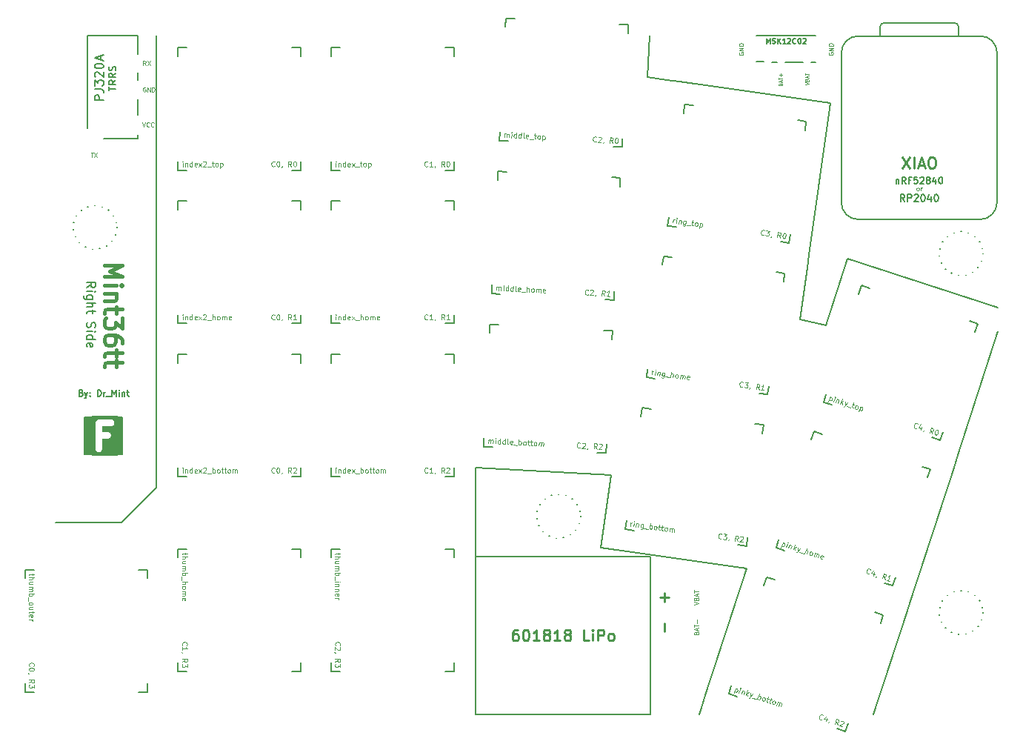
<source format=gto>
G04 #@! TF.GenerationSoftware,KiCad,Pcbnew,8.0.7*
G04 #@! TF.CreationDate,2024-12-21T19:49:35+01:00*
G04 #@! TF.ProjectId,mint36tt_rev02_R,6d696e74-3336-4747-945f-72657630325f,0.2*
G04 #@! TF.SameCoordinates,Original*
G04 #@! TF.FileFunction,Legend,Top*
G04 #@! TF.FilePolarity,Positive*
%FSLAX46Y46*%
G04 Gerber Fmt 4.6, Leading zero omitted, Abs format (unit mm)*
G04 Created by KiCad (PCBNEW 8.0.7) date 2024-12-21 19:49:35*
%MOMM*%
%LPD*%
G01*
G04 APERTURE LIST*
%ADD10C,0.150000*%
%ADD11C,0.200000*%
%ADD12C,0.750000*%
%ADD13C,0.400000*%
%ADD14C,0.125000*%
%ADD15C,0.250000*%
%ADD16C,0.100000*%
%ADD17C,1.397000*%
%ADD18C,1.701800*%
%ADD19C,3.000000*%
%ADD20C,3.429000*%
%ADD21C,1.524000*%
%ADD22C,1.200000*%
%ADD23O,1.700000X2.500000*%
%ADD24C,0.900000*%
%ADD25R,0.700000X1.000000*%
%ADD26R,1.000000X2.800000*%
G04 APERTURE END LIST*
D10*
X184267407Y-81395517D02*
X181791652Y-89015106D01*
X182347912Y-63641845D02*
X165018221Y-61206316D01*
X105300000Y-55925000D02*
X105300000Y-72350000D01*
X179912383Y-80971536D02*
X182347912Y-63641845D01*
X191474333Y-120538367D02*
X196434056Y-105273910D01*
X105300000Y-107550326D02*
X101300326Y-111550000D01*
X163582332Y-61004515D02*
X161395653Y-60697197D01*
X105300000Y-91300000D02*
X105300000Y-107350000D01*
X161395653Y-60697197D02*
X161645753Y-55925000D01*
X101300326Y-111550000D02*
X93775000Y-111550000D01*
X187262843Y-133500000D02*
X191026259Y-121917399D01*
D11*
X199775000Y-121825000D02*
X199774680Y-121864998D01*
X199635202Y-122649283D02*
X199621712Y-122686939D01*
X199231445Y-123381380D02*
X199206293Y-123412483D01*
X198608883Y-123939416D02*
X198574883Y-123960486D01*
X197837142Y-124260979D02*
X197798096Y-124269661D01*
X197002533Y-124310108D02*
X196962807Y-124305430D01*
X196198395Y-124081307D02*
X196162434Y-124063793D01*
X195514663Y-123600166D02*
X195486487Y-123571774D01*
X195027803Y-122920494D02*
X195010563Y-122884400D01*
X194792265Y-122118304D02*
X194787890Y-122078544D01*
X194834390Y-121283312D02*
X194843369Y-121244333D01*
X195149468Y-120508901D02*
X195170797Y-120475062D01*
X195702261Y-119881679D02*
X195733554Y-119856765D01*
X196430946Y-119471795D02*
X196468703Y-119458592D01*
X197254027Y-119325087D02*
X197294027Y-119325072D01*
X198079455Y-119457965D02*
X198117223Y-119471139D01*
X198814913Y-119855567D02*
X198846226Y-119880456D01*
X199378151Y-120473426D02*
X199399506Y-120507248D01*
X199706177Y-121242442D02*
X199715187Y-121281413D01*
D10*
X141750000Y-108800000D02*
X141750000Y-107350000D01*
X179710582Y-82407425D02*
X179912383Y-80971536D01*
X141750000Y-107350000D02*
X141750000Y-105328093D01*
X157238977Y-106139836D02*
X156073943Y-114429477D01*
X141750000Y-133500000D02*
X141750000Y-131050000D01*
X105300000Y-89850000D02*
X105300000Y-91300000D01*
X181791652Y-89015106D02*
X178876518Y-88342095D01*
D11*
X153775000Y-110825000D02*
X153774680Y-110864998D01*
X153635202Y-111649283D02*
X153621712Y-111686939D01*
X153231445Y-112381380D02*
X153206293Y-112412483D01*
X152608883Y-112939416D02*
X152574883Y-112960486D01*
X151837142Y-113260979D02*
X151798096Y-113269661D01*
X151002533Y-113310108D02*
X150962807Y-113305430D01*
X150198395Y-113081307D02*
X150162434Y-113063793D01*
X149514663Y-112600166D02*
X149486487Y-112571774D01*
X149027803Y-111920494D02*
X149010563Y-111884400D01*
X148792265Y-111118304D02*
X148787890Y-111078544D01*
X148834390Y-110283312D02*
X148843369Y-110244333D01*
X149149468Y-109508901D02*
X149170797Y-109475062D01*
X149702261Y-108881679D02*
X149733554Y-108856765D01*
X150430946Y-108471795D02*
X150468703Y-108458592D01*
X151254027Y-108325087D02*
X151294027Y-108325072D01*
X152079455Y-108457965D02*
X152117223Y-108471139D01*
X152814913Y-108855567D02*
X152846226Y-108880456D01*
X153378151Y-109473426D02*
X153399506Y-109507248D01*
X153706177Y-110242442D02*
X153715187Y-110281413D01*
D10*
X141750000Y-126300000D02*
X141750000Y-112100000D01*
X196882131Y-103894878D02*
X201475000Y-89759480D01*
X201475000Y-86986603D02*
X184267407Y-81395517D01*
X105300000Y-107350000D02*
X105300000Y-107550326D01*
X172771536Y-116776171D02*
X168044015Y-131325984D01*
X167595940Y-132705016D02*
X167337634Y-133500000D01*
X168044015Y-131325984D02*
X167595940Y-132705016D01*
D11*
X97075000Y-99515000D02*
X97925000Y-99515000D01*
X97925000Y-103805000D01*
X97075000Y-103805000D01*
X97075000Y-99515000D01*
G36*
X97075000Y-99515000D02*
G01*
X97925000Y-99515000D01*
X97925000Y-103805000D01*
X97075000Y-103805000D01*
X97075000Y-99515000D01*
G37*
D10*
X191026259Y-121917399D02*
X191474333Y-120538367D01*
X141750000Y-112100000D02*
X141750000Y-111550000D01*
X196434056Y-105273910D02*
X196882131Y-103894878D01*
X165018221Y-61206316D02*
X163582332Y-61004515D01*
X141750000Y-111550000D02*
X141750000Y-108800000D01*
X141750000Y-131050000D02*
X141750000Y-126300000D01*
X141750000Y-105328093D02*
X157238977Y-106139836D01*
X105300000Y-73800000D02*
X105300000Y-89850000D01*
D11*
X100775000Y-77825000D02*
X100774680Y-77864998D01*
X100635202Y-78649283D02*
X100621712Y-78686939D01*
X100231445Y-79381380D02*
X100206293Y-79412483D01*
X99608883Y-79939416D02*
X99574883Y-79960486D01*
X98837142Y-80260979D02*
X98798096Y-80269661D01*
X98002533Y-80310108D02*
X97962807Y-80305430D01*
X97198395Y-80081307D02*
X97162434Y-80063793D01*
X96514663Y-79600166D02*
X96486487Y-79571774D01*
X96027803Y-78920494D02*
X96010563Y-78884400D01*
X95792265Y-78118304D02*
X95787890Y-78078544D01*
X95834390Y-77283312D02*
X95843369Y-77244333D01*
X96149468Y-76508901D02*
X96170797Y-76475062D01*
X96702261Y-75881679D02*
X96733554Y-75856765D01*
X97430946Y-75471795D02*
X97468703Y-75458592D01*
X98254027Y-75325087D02*
X98294027Y-75325072D01*
X99079455Y-75457965D02*
X99117223Y-75471139D01*
X99814913Y-75855567D02*
X99846226Y-75880456D01*
X100378151Y-76473426D02*
X100399506Y-76507248D01*
X100706177Y-77242442D02*
X100715187Y-77281413D01*
D10*
X178876518Y-88342095D02*
X179710582Y-82407425D01*
X156073943Y-114429477D02*
X172771536Y-116776171D01*
X105300000Y-72350000D02*
X105300000Y-73800000D01*
D11*
X199775000Y-80825000D02*
X199774680Y-80864998D01*
X199635202Y-81649283D02*
X199621712Y-81686939D01*
X199231445Y-82381380D02*
X199206293Y-82412483D01*
X198608883Y-82939416D02*
X198574883Y-82960486D01*
X197837142Y-83260979D02*
X197798096Y-83269661D01*
X197002533Y-83310108D02*
X196962807Y-83305430D01*
X196198395Y-83081307D02*
X196162434Y-83063793D01*
X195514663Y-82600166D02*
X195486487Y-82571774D01*
X195027803Y-81920494D02*
X195010563Y-81884400D01*
X194792265Y-81118304D02*
X194787890Y-81078544D01*
X194834390Y-80283312D02*
X194843369Y-80244333D01*
X195149468Y-79508901D02*
X195170797Y-79475062D01*
X195702261Y-78881679D02*
X195733554Y-78856765D01*
X196430946Y-78471795D02*
X196468703Y-78458592D01*
X197254027Y-78325087D02*
X197294027Y-78325072D01*
X198079455Y-78457965D02*
X198117223Y-78471139D01*
X198814913Y-78855567D02*
X198846226Y-78880456D01*
X199378151Y-79473426D02*
X199399506Y-79507248D01*
X199706177Y-80242442D02*
X199715187Y-80281413D01*
X100575000Y-99515000D02*
X101375000Y-99515000D01*
X101375000Y-103805000D01*
X100575000Y-103805000D01*
X100575000Y-99515000D01*
G36*
X100575000Y-99515000D02*
G01*
X101375000Y-99515000D01*
X101375000Y-103805000D01*
X100575000Y-103805000D01*
X100575000Y-99515000D01*
G37*
D10*
X96708335Y-96774366D02*
X96808335Y-96807700D01*
X96808335Y-96807700D02*
X96841668Y-96841033D01*
X96841668Y-96841033D02*
X96875001Y-96907700D01*
X96875001Y-96907700D02*
X96875001Y-97007700D01*
X96875001Y-97007700D02*
X96841668Y-97074366D01*
X96841668Y-97074366D02*
X96808335Y-97107700D01*
X96808335Y-97107700D02*
X96741668Y-97141033D01*
X96741668Y-97141033D02*
X96475001Y-97141033D01*
X96475001Y-97141033D02*
X96475001Y-96441033D01*
X96475001Y-96441033D02*
X96708335Y-96441033D01*
X96708335Y-96441033D02*
X96775001Y-96474366D01*
X96775001Y-96474366D02*
X96808335Y-96507700D01*
X96808335Y-96507700D02*
X96841668Y-96574366D01*
X96841668Y-96574366D02*
X96841668Y-96641033D01*
X96841668Y-96641033D02*
X96808335Y-96707700D01*
X96808335Y-96707700D02*
X96775001Y-96741033D01*
X96775001Y-96741033D02*
X96708335Y-96774366D01*
X96708335Y-96774366D02*
X96475001Y-96774366D01*
X97108335Y-96674366D02*
X97275001Y-97141033D01*
X97441668Y-96674366D02*
X97275001Y-97141033D01*
X97275001Y-97141033D02*
X97208335Y-97307700D01*
X97208335Y-97307700D02*
X97175001Y-97341033D01*
X97175001Y-97341033D02*
X97108335Y-97374366D01*
X97708334Y-97074366D02*
X97741668Y-97107700D01*
X97741668Y-97107700D02*
X97708334Y-97141033D01*
X97708334Y-97141033D02*
X97675001Y-97107700D01*
X97675001Y-97107700D02*
X97708334Y-97074366D01*
X97708334Y-97074366D02*
X97708334Y-97141033D01*
X97708334Y-96707700D02*
X97741668Y-96741033D01*
X97741668Y-96741033D02*
X97708334Y-96774366D01*
X97708334Y-96774366D02*
X97675001Y-96741033D01*
X97675001Y-96741033D02*
X97708334Y-96707700D01*
X97708334Y-96707700D02*
X97708334Y-96774366D01*
X98575000Y-97141033D02*
X98575000Y-96441033D01*
X98575000Y-96441033D02*
X98741667Y-96441033D01*
X98741667Y-96441033D02*
X98841667Y-96474366D01*
X98841667Y-96474366D02*
X98908334Y-96541033D01*
X98908334Y-96541033D02*
X98941667Y-96607700D01*
X98941667Y-96607700D02*
X98975000Y-96741033D01*
X98975000Y-96741033D02*
X98975000Y-96841033D01*
X98975000Y-96841033D02*
X98941667Y-96974366D01*
X98941667Y-96974366D02*
X98908334Y-97041033D01*
X98908334Y-97041033D02*
X98841667Y-97107700D01*
X98841667Y-97107700D02*
X98741667Y-97141033D01*
X98741667Y-97141033D02*
X98575000Y-97141033D01*
X99275000Y-97141033D02*
X99275000Y-96674366D01*
X99275000Y-96807700D02*
X99308334Y-96741033D01*
X99308334Y-96741033D02*
X99341667Y-96707700D01*
X99341667Y-96707700D02*
X99408334Y-96674366D01*
X99408334Y-96674366D02*
X99475000Y-96674366D01*
X99541667Y-97207700D02*
X100075000Y-97207700D01*
X100241666Y-97141033D02*
X100241666Y-96441033D01*
X100241666Y-96441033D02*
X100475000Y-96941033D01*
X100475000Y-96941033D02*
X100708333Y-96441033D01*
X100708333Y-96441033D02*
X100708333Y-97141033D01*
X101041666Y-97141033D02*
X101041666Y-96674366D01*
X101041666Y-96441033D02*
X101008333Y-96474366D01*
X101008333Y-96474366D02*
X101041666Y-96507700D01*
X101041666Y-96507700D02*
X101075000Y-96474366D01*
X101075000Y-96474366D02*
X101041666Y-96441033D01*
X101041666Y-96441033D02*
X101041666Y-96507700D01*
X101374999Y-96674366D02*
X101374999Y-97141033D01*
X101374999Y-96741033D02*
X101408333Y-96707700D01*
X101408333Y-96707700D02*
X101474999Y-96674366D01*
X101474999Y-96674366D02*
X101574999Y-96674366D01*
X101574999Y-96674366D02*
X101641666Y-96707700D01*
X101641666Y-96707700D02*
X101674999Y-96774366D01*
X101674999Y-96774366D02*
X101674999Y-97141033D01*
X101908332Y-96674366D02*
X102174999Y-96674366D01*
X102008332Y-96441033D02*
X102008332Y-97041033D01*
X102008332Y-97041033D02*
X102041666Y-97107700D01*
X102041666Y-97107700D02*
X102108332Y-97141033D01*
X102108332Y-97141033D02*
X102174999Y-97141033D01*
D12*
G36*
X100878935Y-103907649D02*
G01*
X97953571Y-103907649D01*
X97953571Y-100160857D01*
X98328571Y-100160857D01*
X98328571Y-103160857D01*
X98331779Y-103209804D01*
X98357116Y-103304363D01*
X98406063Y-103389143D01*
X98475285Y-103458365D01*
X98560065Y-103507312D01*
X98654624Y-103532649D01*
X98752518Y-103532649D01*
X98847077Y-103507312D01*
X98931857Y-103458365D01*
X99001079Y-103389143D01*
X99050026Y-103304363D01*
X99075363Y-103209804D01*
X99078571Y-103160857D01*
X99078571Y-101964428D01*
X99703571Y-101964428D01*
X99752518Y-101961220D01*
X99847077Y-101935883D01*
X99931857Y-101886936D01*
X100001079Y-101817714D01*
X100050026Y-101732934D01*
X100075363Y-101638375D01*
X100075363Y-101540481D01*
X100050026Y-101445922D01*
X100001079Y-101361142D01*
X99931857Y-101291920D01*
X99847077Y-101242973D01*
X99752518Y-101217636D01*
X99703571Y-101214428D01*
X99078571Y-101214428D01*
X99078571Y-100535857D01*
X100132143Y-100535857D01*
X100181090Y-100532649D01*
X100275649Y-100507312D01*
X100360429Y-100458365D01*
X100429651Y-100389143D01*
X100478598Y-100304363D01*
X100503935Y-100209804D01*
X100503935Y-100111910D01*
X100478598Y-100017351D01*
X100429651Y-99932571D01*
X100360429Y-99863349D01*
X100275649Y-99814402D01*
X100181090Y-99789065D01*
X100132143Y-99785857D01*
X98703571Y-99785857D01*
X98654624Y-99789065D01*
X98560065Y-99814402D01*
X98475285Y-99863349D01*
X98406063Y-99932571D01*
X98357116Y-100017351D01*
X98331779Y-100111910D01*
X98328571Y-100160857D01*
X97953571Y-100160857D01*
X97953571Y-99410857D01*
X100878935Y-99410857D01*
X100878935Y-103907649D01*
G37*
D10*
X97320180Y-84729761D02*
X97796371Y-84396428D01*
X97320180Y-84158333D02*
X98320180Y-84158333D01*
X98320180Y-84158333D02*
X98320180Y-84539285D01*
X98320180Y-84539285D02*
X98272561Y-84634523D01*
X98272561Y-84634523D02*
X98224942Y-84682142D01*
X98224942Y-84682142D02*
X98129704Y-84729761D01*
X98129704Y-84729761D02*
X97986847Y-84729761D01*
X97986847Y-84729761D02*
X97891609Y-84682142D01*
X97891609Y-84682142D02*
X97843990Y-84634523D01*
X97843990Y-84634523D02*
X97796371Y-84539285D01*
X97796371Y-84539285D02*
X97796371Y-84158333D01*
X97320180Y-85158333D02*
X97986847Y-85158333D01*
X98320180Y-85158333D02*
X98272561Y-85110714D01*
X98272561Y-85110714D02*
X98224942Y-85158333D01*
X98224942Y-85158333D02*
X98272561Y-85205952D01*
X98272561Y-85205952D02*
X98320180Y-85158333D01*
X98320180Y-85158333D02*
X98224942Y-85158333D01*
X97986847Y-86063094D02*
X97177323Y-86063094D01*
X97177323Y-86063094D02*
X97082085Y-86015475D01*
X97082085Y-86015475D02*
X97034466Y-85967856D01*
X97034466Y-85967856D02*
X96986847Y-85872618D01*
X96986847Y-85872618D02*
X96986847Y-85729761D01*
X96986847Y-85729761D02*
X97034466Y-85634523D01*
X97367800Y-86063094D02*
X97320180Y-85967856D01*
X97320180Y-85967856D02*
X97320180Y-85777380D01*
X97320180Y-85777380D02*
X97367800Y-85682142D01*
X97367800Y-85682142D02*
X97415419Y-85634523D01*
X97415419Y-85634523D02*
X97510657Y-85586904D01*
X97510657Y-85586904D02*
X97796371Y-85586904D01*
X97796371Y-85586904D02*
X97891609Y-85634523D01*
X97891609Y-85634523D02*
X97939228Y-85682142D01*
X97939228Y-85682142D02*
X97986847Y-85777380D01*
X97986847Y-85777380D02*
X97986847Y-85967856D01*
X97986847Y-85967856D02*
X97939228Y-86063094D01*
X97320180Y-86539285D02*
X98320180Y-86539285D01*
X97320180Y-86967856D02*
X97843990Y-86967856D01*
X97843990Y-86967856D02*
X97939228Y-86920237D01*
X97939228Y-86920237D02*
X97986847Y-86824999D01*
X97986847Y-86824999D02*
X97986847Y-86682142D01*
X97986847Y-86682142D02*
X97939228Y-86586904D01*
X97939228Y-86586904D02*
X97891609Y-86539285D01*
X97986847Y-87301190D02*
X97986847Y-87682142D01*
X98320180Y-87444047D02*
X97463038Y-87444047D01*
X97463038Y-87444047D02*
X97367800Y-87491666D01*
X97367800Y-87491666D02*
X97320180Y-87586904D01*
X97320180Y-87586904D02*
X97320180Y-87682142D01*
X97367800Y-88729762D02*
X97320180Y-88872619D01*
X97320180Y-88872619D02*
X97320180Y-89110714D01*
X97320180Y-89110714D02*
X97367800Y-89205952D01*
X97367800Y-89205952D02*
X97415419Y-89253571D01*
X97415419Y-89253571D02*
X97510657Y-89301190D01*
X97510657Y-89301190D02*
X97605895Y-89301190D01*
X97605895Y-89301190D02*
X97701133Y-89253571D01*
X97701133Y-89253571D02*
X97748752Y-89205952D01*
X97748752Y-89205952D02*
X97796371Y-89110714D01*
X97796371Y-89110714D02*
X97843990Y-88920238D01*
X97843990Y-88920238D02*
X97891609Y-88825000D01*
X97891609Y-88825000D02*
X97939228Y-88777381D01*
X97939228Y-88777381D02*
X98034466Y-88729762D01*
X98034466Y-88729762D02*
X98129704Y-88729762D01*
X98129704Y-88729762D02*
X98224942Y-88777381D01*
X98224942Y-88777381D02*
X98272561Y-88825000D01*
X98272561Y-88825000D02*
X98320180Y-88920238D01*
X98320180Y-88920238D02*
X98320180Y-89158333D01*
X98320180Y-89158333D02*
X98272561Y-89301190D01*
X97320180Y-89729762D02*
X97986847Y-89729762D01*
X98320180Y-89729762D02*
X98272561Y-89682143D01*
X98272561Y-89682143D02*
X98224942Y-89729762D01*
X98224942Y-89729762D02*
X98272561Y-89777381D01*
X98272561Y-89777381D02*
X98320180Y-89729762D01*
X98320180Y-89729762D02*
X98224942Y-89729762D01*
X97320180Y-90634523D02*
X98320180Y-90634523D01*
X97367800Y-90634523D02*
X97320180Y-90539285D01*
X97320180Y-90539285D02*
X97320180Y-90348809D01*
X97320180Y-90348809D02*
X97367800Y-90253571D01*
X97367800Y-90253571D02*
X97415419Y-90205952D01*
X97415419Y-90205952D02*
X97510657Y-90158333D01*
X97510657Y-90158333D02*
X97796371Y-90158333D01*
X97796371Y-90158333D02*
X97891609Y-90205952D01*
X97891609Y-90205952D02*
X97939228Y-90253571D01*
X97939228Y-90253571D02*
X97986847Y-90348809D01*
X97986847Y-90348809D02*
X97986847Y-90539285D01*
X97986847Y-90539285D02*
X97939228Y-90634523D01*
X97367800Y-91491666D02*
X97320180Y-91396428D01*
X97320180Y-91396428D02*
X97320180Y-91205952D01*
X97320180Y-91205952D02*
X97367800Y-91110714D01*
X97367800Y-91110714D02*
X97463038Y-91063095D01*
X97463038Y-91063095D02*
X97843990Y-91063095D01*
X97843990Y-91063095D02*
X97939228Y-91110714D01*
X97939228Y-91110714D02*
X97986847Y-91205952D01*
X97986847Y-91205952D02*
X97986847Y-91396428D01*
X97986847Y-91396428D02*
X97939228Y-91491666D01*
X97939228Y-91491666D02*
X97843990Y-91539285D01*
X97843990Y-91539285D02*
X97748752Y-91539285D01*
X97748752Y-91539285D02*
X97653514Y-91063095D01*
D13*
X99370561Y-82158333D02*
X101370561Y-82158333D01*
X101370561Y-82158333D02*
X99941990Y-82825000D01*
X99941990Y-82825000D02*
X101370561Y-83491666D01*
X101370561Y-83491666D02*
X99370561Y-83491666D01*
X99370561Y-84444047D02*
X100703895Y-84444047D01*
X101370561Y-84444047D02*
X101275323Y-84348809D01*
X101275323Y-84348809D02*
X101180085Y-84444047D01*
X101180085Y-84444047D02*
X101275323Y-84539285D01*
X101275323Y-84539285D02*
X101370561Y-84444047D01*
X101370561Y-84444047D02*
X101180085Y-84444047D01*
X100703895Y-85396428D02*
X99370561Y-85396428D01*
X100513419Y-85396428D02*
X100608657Y-85491666D01*
X100608657Y-85491666D02*
X100703895Y-85682142D01*
X100703895Y-85682142D02*
X100703895Y-85967857D01*
X100703895Y-85967857D02*
X100608657Y-86158333D01*
X100608657Y-86158333D02*
X100418180Y-86253571D01*
X100418180Y-86253571D02*
X99370561Y-86253571D01*
X100703895Y-86920238D02*
X100703895Y-87682142D01*
X101370561Y-87205952D02*
X99656276Y-87205952D01*
X99656276Y-87205952D02*
X99465800Y-87301190D01*
X99465800Y-87301190D02*
X99370561Y-87491666D01*
X99370561Y-87491666D02*
X99370561Y-87682142D01*
X101370561Y-88158333D02*
X101370561Y-89396428D01*
X101370561Y-89396428D02*
X100608657Y-88729761D01*
X100608657Y-88729761D02*
X100608657Y-89015476D01*
X100608657Y-89015476D02*
X100513419Y-89205952D01*
X100513419Y-89205952D02*
X100418180Y-89301190D01*
X100418180Y-89301190D02*
X100227704Y-89396428D01*
X100227704Y-89396428D02*
X99751514Y-89396428D01*
X99751514Y-89396428D02*
X99561038Y-89301190D01*
X99561038Y-89301190D02*
X99465800Y-89205952D01*
X99465800Y-89205952D02*
X99370561Y-89015476D01*
X99370561Y-89015476D02*
X99370561Y-88444047D01*
X99370561Y-88444047D02*
X99465800Y-88253571D01*
X99465800Y-88253571D02*
X99561038Y-88158333D01*
X101370561Y-91110714D02*
X101370561Y-90729761D01*
X101370561Y-90729761D02*
X101275323Y-90539285D01*
X101275323Y-90539285D02*
X101180085Y-90444047D01*
X101180085Y-90444047D02*
X100894371Y-90253571D01*
X100894371Y-90253571D02*
X100513419Y-90158333D01*
X100513419Y-90158333D02*
X99751514Y-90158333D01*
X99751514Y-90158333D02*
X99561038Y-90253571D01*
X99561038Y-90253571D02*
X99465800Y-90348809D01*
X99465800Y-90348809D02*
X99370561Y-90539285D01*
X99370561Y-90539285D02*
X99370561Y-90920238D01*
X99370561Y-90920238D02*
X99465800Y-91110714D01*
X99465800Y-91110714D02*
X99561038Y-91205952D01*
X99561038Y-91205952D02*
X99751514Y-91301190D01*
X99751514Y-91301190D02*
X100227704Y-91301190D01*
X100227704Y-91301190D02*
X100418180Y-91205952D01*
X100418180Y-91205952D02*
X100513419Y-91110714D01*
X100513419Y-91110714D02*
X100608657Y-90920238D01*
X100608657Y-90920238D02*
X100608657Y-90539285D01*
X100608657Y-90539285D02*
X100513419Y-90348809D01*
X100513419Y-90348809D02*
X100418180Y-90253571D01*
X100418180Y-90253571D02*
X100227704Y-90158333D01*
X100703895Y-91872619D02*
X100703895Y-92634523D01*
X101370561Y-92158333D02*
X99656276Y-92158333D01*
X99656276Y-92158333D02*
X99465800Y-92253571D01*
X99465800Y-92253571D02*
X99370561Y-92444047D01*
X99370561Y-92444047D02*
X99370561Y-92634523D01*
X100703895Y-93015476D02*
X100703895Y-93777380D01*
X101370561Y-93301190D02*
X99656276Y-93301190D01*
X99656276Y-93301190D02*
X99465800Y-93396428D01*
X99465800Y-93396428D02*
X99370561Y-93586904D01*
X99370561Y-93586904D02*
X99370561Y-93777380D01*
D14*
X108603928Y-115014378D02*
X108603928Y-115242950D01*
X108803928Y-115100093D02*
X108289642Y-115100093D01*
X108289642Y-115100093D02*
X108232500Y-115128664D01*
X108232500Y-115128664D02*
X108203928Y-115185807D01*
X108203928Y-115185807D02*
X108203928Y-115242950D01*
X108203928Y-115442950D02*
X108803928Y-115442950D01*
X108203928Y-115700093D02*
X108518214Y-115700092D01*
X108518214Y-115700092D02*
X108575357Y-115671521D01*
X108575357Y-115671521D02*
X108603928Y-115614378D01*
X108603928Y-115614378D02*
X108603928Y-115528664D01*
X108603928Y-115528664D02*
X108575357Y-115471521D01*
X108575357Y-115471521D02*
X108546785Y-115442950D01*
X108603928Y-116242949D02*
X108203928Y-116242950D01*
X108603928Y-115985807D02*
X108289642Y-115985807D01*
X108289642Y-115985807D02*
X108232500Y-116014378D01*
X108232500Y-116014378D02*
X108203928Y-116071521D01*
X108203928Y-116071521D02*
X108203928Y-116157235D01*
X108203928Y-116157235D02*
X108232500Y-116214378D01*
X108232500Y-116214378D02*
X108261071Y-116242950D01*
X108203928Y-116528664D02*
X108603928Y-116528664D01*
X108546785Y-116528664D02*
X108575357Y-116557235D01*
X108575357Y-116557235D02*
X108603928Y-116614378D01*
X108603928Y-116614378D02*
X108603928Y-116700092D01*
X108603928Y-116700092D02*
X108575357Y-116757235D01*
X108575357Y-116757235D02*
X108518214Y-116785806D01*
X108518214Y-116785806D02*
X108203928Y-116785807D01*
X108518214Y-116785806D02*
X108575357Y-116814378D01*
X108575357Y-116814378D02*
X108603928Y-116871521D01*
X108603928Y-116871521D02*
X108603928Y-116957235D01*
X108603928Y-116957235D02*
X108575357Y-117014378D01*
X108575357Y-117014378D02*
X108518214Y-117042949D01*
X108518214Y-117042949D02*
X108203928Y-117042949D01*
X108203928Y-117328664D02*
X108803928Y-117328664D01*
X108575357Y-117328664D02*
X108603928Y-117385806D01*
X108603928Y-117385806D02*
X108603928Y-117500092D01*
X108603928Y-117500092D02*
X108575357Y-117557235D01*
X108575357Y-117557235D02*
X108546785Y-117585806D01*
X108546785Y-117585806D02*
X108489642Y-117614378D01*
X108489642Y-117614378D02*
X108318214Y-117614378D01*
X108318214Y-117614378D02*
X108261071Y-117585807D01*
X108261071Y-117585807D02*
X108232500Y-117557235D01*
X108232500Y-117557235D02*
X108203928Y-117500092D01*
X108203928Y-117500092D02*
X108203928Y-117385807D01*
X108203928Y-117385807D02*
X108232500Y-117328664D01*
X108146785Y-117728664D02*
X108146785Y-118185806D01*
X108203928Y-118328664D02*
X108803928Y-118328664D01*
X108203928Y-118585807D02*
X108518214Y-118585806D01*
X108518214Y-118585806D02*
X108575357Y-118557235D01*
X108575357Y-118557235D02*
X108603928Y-118500092D01*
X108603928Y-118500092D02*
X108603928Y-118414378D01*
X108603928Y-118414378D02*
X108575357Y-118357235D01*
X108575357Y-118357235D02*
X108546785Y-118328664D01*
X108203928Y-118957235D02*
X108232500Y-118900092D01*
X108232500Y-118900092D02*
X108261071Y-118871521D01*
X108261071Y-118871521D02*
X108318214Y-118842949D01*
X108318214Y-118842949D02*
X108489642Y-118842949D01*
X108489642Y-118842949D02*
X108546785Y-118871521D01*
X108546785Y-118871521D02*
X108575357Y-118900092D01*
X108575357Y-118900092D02*
X108603928Y-118957235D01*
X108603928Y-118957235D02*
X108603928Y-119042949D01*
X108603928Y-119042949D02*
X108575357Y-119100092D01*
X108575357Y-119100092D02*
X108546785Y-119128663D01*
X108546785Y-119128663D02*
X108489642Y-119157235D01*
X108489642Y-119157235D02*
X108318214Y-119157235D01*
X108318214Y-119157235D02*
X108261071Y-119128664D01*
X108261071Y-119128664D02*
X108232500Y-119100092D01*
X108232500Y-119100092D02*
X108203928Y-119042949D01*
X108203928Y-119042949D02*
X108203928Y-118957235D01*
X108203928Y-119414378D02*
X108603928Y-119414378D01*
X108546785Y-119414378D02*
X108575357Y-119442949D01*
X108575357Y-119442949D02*
X108603928Y-119500092D01*
X108603928Y-119500092D02*
X108603928Y-119585806D01*
X108603928Y-119585806D02*
X108575357Y-119642949D01*
X108575357Y-119642949D02*
X108518214Y-119671520D01*
X108518214Y-119671520D02*
X108203928Y-119671521D01*
X108518214Y-119671520D02*
X108575357Y-119700092D01*
X108575357Y-119700092D02*
X108603928Y-119757235D01*
X108603928Y-119757235D02*
X108603928Y-119842949D01*
X108603928Y-119842949D02*
X108575357Y-119900092D01*
X108575357Y-119900092D02*
X108518214Y-119928663D01*
X108518214Y-119928663D02*
X108203928Y-119928663D01*
X108232500Y-120442949D02*
X108203928Y-120385806D01*
X108203928Y-120385806D02*
X108203928Y-120271521D01*
X108203928Y-120271521D02*
X108232500Y-120214378D01*
X108232500Y-120214378D02*
X108289642Y-120185806D01*
X108289642Y-120185806D02*
X108518214Y-120185806D01*
X108518214Y-120185806D02*
X108575357Y-120214378D01*
X108575357Y-120214378D02*
X108603928Y-120271520D01*
X108603928Y-120271520D02*
X108603928Y-120385806D01*
X108603928Y-120385806D02*
X108575357Y-120442949D01*
X108575357Y-120442949D02*
X108518214Y-120471520D01*
X108518214Y-120471520D02*
X108461071Y-120471521D01*
X108461071Y-120471521D02*
X108403928Y-120185806D01*
X108261071Y-125592763D02*
X108232499Y-125564191D01*
X108232499Y-125564191D02*
X108203928Y-125478477D01*
X108203928Y-125478477D02*
X108203928Y-125421334D01*
X108203928Y-125421334D02*
X108232499Y-125335620D01*
X108232499Y-125335620D02*
X108289642Y-125278477D01*
X108289642Y-125278477D02*
X108346785Y-125249906D01*
X108346785Y-125249906D02*
X108461071Y-125221334D01*
X108461071Y-125221334D02*
X108546785Y-125221334D01*
X108546785Y-125221334D02*
X108661071Y-125249906D01*
X108661071Y-125249906D02*
X108718214Y-125278477D01*
X108718214Y-125278477D02*
X108775357Y-125335620D01*
X108775357Y-125335620D02*
X108803928Y-125421334D01*
X108803928Y-125421334D02*
X108803928Y-125478477D01*
X108803928Y-125478477D02*
X108775357Y-125564191D01*
X108775357Y-125564191D02*
X108746785Y-125592763D01*
X108203928Y-126164191D02*
X108203928Y-125821334D01*
X108203928Y-125992763D02*
X108803928Y-125992763D01*
X108803928Y-125992763D02*
X108718214Y-125935620D01*
X108718214Y-125935620D02*
X108661071Y-125878477D01*
X108661071Y-125878477D02*
X108632499Y-125821334D01*
X108232499Y-126449906D02*
X108203928Y-126449906D01*
X108203928Y-126449906D02*
X108146785Y-126421335D01*
X108146785Y-126421335D02*
X108118214Y-126392763D01*
X108203928Y-127507049D02*
X108489642Y-127307049D01*
X108203928Y-127164192D02*
X108803928Y-127164192D01*
X108803928Y-127164192D02*
X108803928Y-127392763D01*
X108803928Y-127392763D02*
X108775357Y-127449906D01*
X108775357Y-127449906D02*
X108746785Y-127478477D01*
X108746785Y-127478477D02*
X108689642Y-127507049D01*
X108689642Y-127507049D02*
X108603928Y-127507049D01*
X108603928Y-127507049D02*
X108546785Y-127478477D01*
X108546785Y-127478477D02*
X108518214Y-127449906D01*
X108518214Y-127449906D02*
X108489642Y-127392763D01*
X108489642Y-127392763D02*
X108489642Y-127164192D01*
X108803928Y-127707049D02*
X108803928Y-128078477D01*
X108803928Y-128078477D02*
X108575357Y-127878477D01*
X108575357Y-127878477D02*
X108575357Y-127964192D01*
X108575357Y-127964192D02*
X108546785Y-128021334D01*
X108546785Y-128021334D02*
X108518214Y-128049906D01*
X108518214Y-128049906D02*
X108461071Y-128078477D01*
X108461071Y-128078477D02*
X108318214Y-128078477D01*
X108318214Y-128078477D02*
X108261071Y-128049906D01*
X108261071Y-128049906D02*
X108232499Y-128021335D01*
X108232499Y-128021335D02*
X108203928Y-127964192D01*
X108203928Y-127964192D02*
X108203928Y-127792763D01*
X108203928Y-127792763D02*
X108232499Y-127735620D01*
X108232499Y-127735620D02*
X108261071Y-127707049D01*
X176877965Y-113846384D02*
X176692555Y-114417018D01*
X176869136Y-113873557D02*
X176932311Y-113864042D01*
X176932311Y-113864042D02*
X177041003Y-113899358D01*
X177041003Y-113899358D02*
X177086520Y-113944189D01*
X177086520Y-113944189D02*
X177104864Y-113980191D01*
X177104864Y-113980191D02*
X177114379Y-114043366D01*
X177114379Y-114043366D02*
X177061405Y-114206405D01*
X177061405Y-114206405D02*
X177016574Y-114251922D01*
X177016574Y-114251922D02*
X176980572Y-114270266D01*
X176980572Y-114270266D02*
X176917396Y-114279781D01*
X176917396Y-114279781D02*
X176808704Y-114244464D01*
X176808704Y-114244464D02*
X176763187Y-114199633D01*
X177270646Y-114394558D02*
X177394253Y-114014136D01*
X177456056Y-113823924D02*
X177420054Y-113842268D01*
X177420054Y-113842268D02*
X177438398Y-113878271D01*
X177438398Y-113878271D02*
X177474400Y-113859927D01*
X177474400Y-113859927D02*
X177456056Y-113823924D01*
X177456056Y-113823924D02*
X177438398Y-113878271D01*
X177665983Y-114102426D02*
X177542376Y-114482849D01*
X177648325Y-114156772D02*
X177684327Y-114138428D01*
X177684327Y-114138428D02*
X177747502Y-114128913D01*
X177747502Y-114128913D02*
X177829021Y-114155401D01*
X177829021Y-114155401D02*
X177874538Y-114200232D01*
X177874538Y-114200232D02*
X177884053Y-114263407D01*
X177884053Y-114263407D02*
X177786933Y-114562310D01*
X178058664Y-114650601D02*
X178244074Y-114079967D01*
X178183642Y-114450875D02*
X178276048Y-114721233D01*
X178399655Y-114340811D02*
X178111638Y-114487563D01*
X178589866Y-114402614D02*
X178602124Y-114827182D01*
X178861596Y-114490905D02*
X178602124Y-114827182D01*
X178602124Y-114827182D02*
X178503633Y-114945389D01*
X178503633Y-114945389D02*
X178467631Y-114963733D01*
X178467631Y-114963733D02*
X178404456Y-114973248D01*
X178801851Y-114952161D02*
X179236619Y-115093425D01*
X179390143Y-115083225D02*
X179575553Y-114512591D01*
X179634700Y-115162686D02*
X179731820Y-114863783D01*
X179731820Y-114863783D02*
X179722305Y-114800608D01*
X179722305Y-114800608D02*
X179676788Y-114755776D01*
X179676788Y-114755776D02*
X179595269Y-114729289D01*
X179595269Y-114729289D02*
X179532094Y-114738804D01*
X179532094Y-114738804D02*
X179496091Y-114757148D01*
X179987950Y-115277464D02*
X179942433Y-115232633D01*
X179942433Y-115232633D02*
X179924089Y-115196631D01*
X179924089Y-115196631D02*
X179914574Y-115133456D01*
X179914574Y-115133456D02*
X179967548Y-114970417D01*
X179967548Y-114970417D02*
X180012379Y-114924900D01*
X180012379Y-114924900D02*
X180048381Y-114906556D01*
X180048381Y-114906556D02*
X180111556Y-114897041D01*
X180111556Y-114897041D02*
X180193076Y-114923528D01*
X180193076Y-114923528D02*
X180238593Y-114968360D01*
X180238593Y-114968360D02*
X180256937Y-115004362D01*
X180256937Y-115004362D02*
X180266451Y-115067537D01*
X180266451Y-115067537D02*
X180213477Y-115230575D01*
X180213477Y-115230575D02*
X180168646Y-115276092D01*
X180168646Y-115276092D02*
X180132644Y-115294436D01*
X180132644Y-115294436D02*
X180069469Y-115303951D01*
X180069469Y-115303951D02*
X179987950Y-115277464D01*
X180422718Y-115418729D02*
X180546325Y-115038306D01*
X180528667Y-115092652D02*
X180564669Y-115074308D01*
X180564669Y-115074308D02*
X180627844Y-115064793D01*
X180627844Y-115064793D02*
X180709363Y-115091281D01*
X180709363Y-115091281D02*
X180754880Y-115136112D01*
X180754880Y-115136112D02*
X180764395Y-115199287D01*
X180764395Y-115199287D02*
X180667276Y-115498190D01*
X180764395Y-115199287D02*
X180809226Y-115153770D01*
X180809226Y-115153770D02*
X180872401Y-115144255D01*
X180872401Y-115144255D02*
X180953921Y-115170742D01*
X180953921Y-115170742D02*
X180999438Y-115215573D01*
X180999438Y-115215573D02*
X181008953Y-115278748D01*
X181008953Y-115278748D02*
X180911833Y-115577652D01*
X181409777Y-115709402D02*
X181346602Y-115718917D01*
X181346602Y-115718917D02*
X181237909Y-115683600D01*
X181237909Y-115683600D02*
X181192392Y-115638769D01*
X181192392Y-115638769D02*
X181182877Y-115575594D01*
X181182877Y-115575594D02*
X181253510Y-115358210D01*
X181253510Y-115358210D02*
X181298341Y-115312693D01*
X181298341Y-115312693D02*
X181361516Y-115303178D01*
X181361516Y-115303178D02*
X181470208Y-115338494D01*
X181470208Y-115338494D02*
X181515725Y-115383325D01*
X181515725Y-115383325D02*
X181525240Y-115446500D01*
X181525240Y-115446500D02*
X181507582Y-115500847D01*
X181507582Y-115500847D02*
X181218194Y-115466902D01*
X186751139Y-117414874D02*
X186715137Y-117433218D01*
X186715137Y-117433218D02*
X186624789Y-117433904D01*
X186624789Y-117433904D02*
X186570443Y-117416246D01*
X186570443Y-117416246D02*
X186497753Y-117362585D01*
X186497753Y-117362585D02*
X186461065Y-117290581D01*
X186461065Y-117290581D02*
X186451550Y-117227406D01*
X186451550Y-117227406D02*
X186459693Y-117109885D01*
X186459693Y-117109885D02*
X186486180Y-117028366D01*
X186486180Y-117028366D02*
X186548670Y-116928503D01*
X186548670Y-116928503D02*
X186593501Y-116882986D01*
X186593501Y-116882986D02*
X186665505Y-116846298D01*
X186665505Y-116846298D02*
X186755853Y-116845612D01*
X186755853Y-116845612D02*
X186810199Y-116863270D01*
X186810199Y-116863270D02*
X186882889Y-116916930D01*
X186882889Y-116916930D02*
X186901233Y-116952932D01*
X187346203Y-117247720D02*
X187222596Y-117628143D01*
X187280970Y-116986191D02*
X187012669Y-117349641D01*
X187012669Y-117349641D02*
X187365918Y-117464419D01*
X187557502Y-117706919D02*
X187548673Y-117734092D01*
X187548673Y-117734092D02*
X187503842Y-117779609D01*
X187503842Y-117779609D02*
X187467840Y-117797953D01*
X188554075Y-118060767D02*
X188452155Y-117727233D01*
X188227999Y-117954818D02*
X188413409Y-117384184D01*
X188413409Y-117384184D02*
X188630793Y-117454817D01*
X188630793Y-117454817D02*
X188676310Y-117499648D01*
X188676310Y-117499648D02*
X188694654Y-117535650D01*
X188694654Y-117535650D02*
X188704169Y-117598825D01*
X188704169Y-117598825D02*
X188677682Y-117680344D01*
X188677682Y-117680344D02*
X188632851Y-117725861D01*
X188632851Y-117725861D02*
X188596849Y-117744205D01*
X188596849Y-117744205D02*
X188533674Y-117753720D01*
X188533674Y-117753720D02*
X188316289Y-117683088D01*
X189097536Y-118237348D02*
X188771460Y-118131399D01*
X188934498Y-118184374D02*
X189119908Y-117613740D01*
X189119908Y-117613740D02*
X189039075Y-117677601D01*
X189039075Y-117677601D02*
X188967071Y-117714289D01*
X188967071Y-117714289D02*
X188903895Y-117723804D01*
X159448988Y-111971341D02*
X159504657Y-111575234D01*
X159488752Y-111688407D02*
X159524998Y-111635797D01*
X159524998Y-111635797D02*
X159557268Y-111611480D01*
X159557268Y-111611480D02*
X159617831Y-111591139D01*
X159617831Y-111591139D02*
X159674418Y-111599092D01*
X159816802Y-112023034D02*
X159872472Y-111626926D01*
X159900306Y-111428873D02*
X159868037Y-111453190D01*
X159868037Y-111453190D02*
X159892354Y-111485460D01*
X159892354Y-111485460D02*
X159924623Y-111461143D01*
X159924623Y-111461143D02*
X159900306Y-111428873D01*
X159900306Y-111428873D02*
X159892354Y-111485460D01*
X160155405Y-111666690D02*
X160099736Y-112062797D01*
X160147452Y-111723277D02*
X160179722Y-111698960D01*
X160179722Y-111698960D02*
X160240285Y-111678619D01*
X160240285Y-111678619D02*
X160325165Y-111690548D01*
X160325165Y-111690548D02*
X160377776Y-111726795D01*
X160377776Y-111726795D02*
X160398116Y-111787358D01*
X160398116Y-111787358D02*
X160354376Y-112098585D01*
X160947619Y-111778029D02*
X160880021Y-112259016D01*
X160880021Y-112259016D02*
X160843775Y-112311626D01*
X160843775Y-112311626D02*
X160811505Y-112335943D01*
X160811505Y-112335943D02*
X160750942Y-112356284D01*
X160750942Y-112356284D02*
X160666062Y-112344355D01*
X160666062Y-112344355D02*
X160613452Y-112308109D01*
X160895927Y-112145843D02*
X160835363Y-112166183D01*
X160835363Y-112166183D02*
X160722190Y-112150278D01*
X160722190Y-112150278D02*
X160669580Y-112114032D01*
X160669580Y-112114032D02*
X160645263Y-112081762D01*
X160645263Y-112081762D02*
X160624922Y-112021199D01*
X160624922Y-112021199D02*
X160648780Y-111851438D01*
X160648780Y-111851438D02*
X160685026Y-111798828D01*
X160685026Y-111798828D02*
X160717296Y-111774511D01*
X160717296Y-111774511D02*
X160777859Y-111754170D01*
X160777859Y-111754170D02*
X160891033Y-111770076D01*
X160891033Y-111770076D02*
X160943643Y-111806322D01*
X161025464Y-112250604D02*
X161478158Y-112314226D01*
X161627578Y-112277522D02*
X161711082Y-111683361D01*
X161679271Y-111909708D02*
X161739834Y-111889367D01*
X161739834Y-111889367D02*
X161853007Y-111905273D01*
X161853007Y-111905273D02*
X161905618Y-111941519D01*
X161905618Y-111941519D02*
X161929935Y-111973789D01*
X161929935Y-111973789D02*
X161950275Y-112034352D01*
X161950275Y-112034352D02*
X161926417Y-112204112D01*
X161926417Y-112204112D02*
X161890171Y-112256722D01*
X161890171Y-112256722D02*
X161857901Y-112281039D01*
X161857901Y-112281039D02*
X161797338Y-112301380D01*
X161797338Y-112301380D02*
X161684165Y-112285474D01*
X161684165Y-112285474D02*
X161631554Y-112249228D01*
X162250032Y-112365002D02*
X162197422Y-112328756D01*
X162197422Y-112328756D02*
X162173105Y-112296486D01*
X162173105Y-112296486D02*
X162152764Y-112235923D01*
X162152764Y-112235923D02*
X162176622Y-112066163D01*
X162176622Y-112066163D02*
X162212868Y-112013552D01*
X162212868Y-112013552D02*
X162245138Y-111989235D01*
X162245138Y-111989235D02*
X162305701Y-111968895D01*
X162305701Y-111968895D02*
X162390581Y-111980824D01*
X162390581Y-111980824D02*
X162443192Y-112017070D01*
X162443192Y-112017070D02*
X162467509Y-112049340D01*
X162467509Y-112049340D02*
X162487849Y-112109903D01*
X162487849Y-112109903D02*
X162463991Y-112279663D01*
X162463991Y-112279663D02*
X162427745Y-112332273D01*
X162427745Y-112332273D02*
X162395475Y-112356590D01*
X162395475Y-112356590D02*
X162334912Y-112376931D01*
X162334912Y-112376931D02*
X162250032Y-112365002D01*
X162673515Y-112020587D02*
X162899862Y-112052398D01*
X162786230Y-111834463D02*
X162714655Y-112343744D01*
X162714655Y-112343744D02*
X162734996Y-112404307D01*
X162734996Y-112404307D02*
X162787606Y-112440553D01*
X162787606Y-112440553D02*
X162844193Y-112448506D01*
X163013035Y-112068304D02*
X163239382Y-112100115D01*
X163125750Y-111882179D02*
X163054175Y-112391460D01*
X163054175Y-112391460D02*
X163074516Y-112452023D01*
X163074516Y-112452023D02*
X163127126Y-112488269D01*
X163127126Y-112488269D02*
X163183713Y-112496222D01*
X163466647Y-112535986D02*
X163414036Y-112499740D01*
X163414036Y-112499740D02*
X163389719Y-112467470D01*
X163389719Y-112467470D02*
X163369379Y-112406907D01*
X163369379Y-112406907D02*
X163393237Y-112237147D01*
X163393237Y-112237147D02*
X163429483Y-112184536D01*
X163429483Y-112184536D02*
X163461753Y-112160219D01*
X163461753Y-112160219D02*
X163522316Y-112139879D01*
X163522316Y-112139879D02*
X163607196Y-112151808D01*
X163607196Y-112151808D02*
X163659806Y-112188054D01*
X163659806Y-112188054D02*
X163684123Y-112220324D01*
X163684123Y-112220324D02*
X163704464Y-112280887D01*
X163704464Y-112280887D02*
X163680606Y-112450647D01*
X163680606Y-112450647D02*
X163644360Y-112503257D01*
X163644360Y-112503257D02*
X163612090Y-112527574D01*
X163612090Y-112527574D02*
X163551527Y-112547915D01*
X163551527Y-112547915D02*
X163466647Y-112535986D01*
X163919340Y-112599608D02*
X163975010Y-112203501D01*
X163967057Y-112260087D02*
X163999327Y-112235770D01*
X163999327Y-112235770D02*
X164059890Y-112215430D01*
X164059890Y-112215430D02*
X164144770Y-112227359D01*
X164144770Y-112227359D02*
X164197380Y-112263605D01*
X164197380Y-112263605D02*
X164217721Y-112324168D01*
X164217721Y-112324168D02*
X164173981Y-112635395D01*
X164217721Y-112324168D02*
X164253967Y-112271558D01*
X164253967Y-112271558D02*
X164314530Y-112251217D01*
X164314530Y-112251217D02*
X164399410Y-112263146D01*
X164399410Y-112263146D02*
X164452021Y-112299392D01*
X164452021Y-112299392D02*
X164472361Y-112359955D01*
X164472361Y-112359955D02*
X164428621Y-112671183D01*
X169847500Y-113375052D02*
X169815230Y-113399369D01*
X169815230Y-113399369D02*
X169726374Y-113415733D01*
X169726374Y-113415733D02*
X169669787Y-113407780D01*
X169669787Y-113407780D02*
X169588883Y-113367558D01*
X169588883Y-113367558D02*
X169540249Y-113303018D01*
X169540249Y-113303018D02*
X169519909Y-113242455D01*
X169519909Y-113242455D02*
X169507521Y-113125305D01*
X169507521Y-113125305D02*
X169519450Y-113040425D01*
X169519450Y-113040425D02*
X169563649Y-112931228D01*
X169563649Y-112931228D02*
X169599895Y-112878618D01*
X169599895Y-112878618D02*
X169664434Y-112829984D01*
X169664434Y-112829984D02*
X169753291Y-112813620D01*
X169753291Y-112813620D02*
X169809878Y-112821572D01*
X169809878Y-112821572D02*
X169890781Y-112861795D01*
X169890781Y-112861795D02*
X169915098Y-112894065D01*
X170121105Y-112865312D02*
X170488919Y-112917005D01*
X170488919Y-112917005D02*
X170259054Y-113115518D01*
X170259054Y-113115518D02*
X170343934Y-113127447D01*
X170343934Y-113127447D02*
X170396544Y-113163693D01*
X170396544Y-113163693D02*
X170420861Y-113195963D01*
X170420861Y-113195963D02*
X170441202Y-113256526D01*
X170441202Y-113256526D02*
X170421320Y-113397993D01*
X170421320Y-113397993D02*
X170385074Y-113450603D01*
X170385074Y-113450603D02*
X170352804Y-113474920D01*
X170352804Y-113474920D02*
X170292241Y-113495261D01*
X170292241Y-113495261D02*
X170122481Y-113471402D01*
X170122481Y-113471402D02*
X170069871Y-113435156D01*
X170069871Y-113435156D02*
X170045554Y-113402887D01*
X170692325Y-113522637D02*
X170688349Y-113550930D01*
X170688349Y-113550930D02*
X170652103Y-113603540D01*
X170652103Y-113603540D02*
X170619833Y-113627857D01*
X171735204Y-113698056D02*
X171576914Y-113387287D01*
X171395683Y-113650339D02*
X171479187Y-113056178D01*
X171479187Y-113056178D02*
X171705534Y-113087989D01*
X171705534Y-113087989D02*
X171758144Y-113124236D01*
X171758144Y-113124236D02*
X171782461Y-113156505D01*
X171782461Y-113156505D02*
X171802802Y-113217068D01*
X171802802Y-113217068D02*
X171790873Y-113301949D01*
X171790873Y-113301949D02*
X171754627Y-113354559D01*
X171754627Y-113354559D02*
X171722357Y-113378876D01*
X171722357Y-113378876D02*
X171661794Y-113399217D01*
X171661794Y-113399217D02*
X171435447Y-113367406D01*
X172037102Y-113192293D02*
X172069371Y-113167976D01*
X172069371Y-113167976D02*
X172129935Y-113147635D01*
X172129935Y-113147635D02*
X172271401Y-113167517D01*
X172271401Y-113167517D02*
X172324012Y-113203763D01*
X172324012Y-113203763D02*
X172348329Y-113236033D01*
X172348329Y-113236033D02*
X172368669Y-113296596D01*
X172368669Y-113296596D02*
X172360717Y-113353183D01*
X172360717Y-113353183D02*
X172320494Y-113434086D01*
X172320494Y-113434086D02*
X171933257Y-113725890D01*
X171933257Y-113725890D02*
X172301071Y-113777583D01*
X91103928Y-117389378D02*
X91103928Y-117617950D01*
X91303928Y-117475093D02*
X90789642Y-117475093D01*
X90789642Y-117475093D02*
X90732500Y-117503664D01*
X90732500Y-117503664D02*
X90703928Y-117560807D01*
X90703928Y-117560807D02*
X90703928Y-117617950D01*
X90703928Y-117817950D02*
X91303928Y-117817950D01*
X90703928Y-118075093D02*
X91018214Y-118075092D01*
X91018214Y-118075092D02*
X91075357Y-118046521D01*
X91075357Y-118046521D02*
X91103928Y-117989378D01*
X91103928Y-117989378D02*
X91103928Y-117903664D01*
X91103928Y-117903664D02*
X91075357Y-117846521D01*
X91075357Y-117846521D02*
X91046785Y-117817950D01*
X91103928Y-118617949D02*
X90703928Y-118617950D01*
X91103928Y-118360807D02*
X90789642Y-118360807D01*
X90789642Y-118360807D02*
X90732500Y-118389378D01*
X90732500Y-118389378D02*
X90703928Y-118446521D01*
X90703928Y-118446521D02*
X90703928Y-118532235D01*
X90703928Y-118532235D02*
X90732500Y-118589378D01*
X90732500Y-118589378D02*
X90761071Y-118617950D01*
X90703928Y-118903664D02*
X91103928Y-118903664D01*
X91046785Y-118903664D02*
X91075357Y-118932235D01*
X91075357Y-118932235D02*
X91103928Y-118989378D01*
X91103928Y-118989378D02*
X91103928Y-119075092D01*
X91103928Y-119075092D02*
X91075357Y-119132235D01*
X91075357Y-119132235D02*
X91018214Y-119160806D01*
X91018214Y-119160806D02*
X90703928Y-119160807D01*
X91018214Y-119160806D02*
X91075357Y-119189378D01*
X91075357Y-119189378D02*
X91103928Y-119246521D01*
X91103928Y-119246521D02*
X91103928Y-119332235D01*
X91103928Y-119332235D02*
X91075357Y-119389378D01*
X91075357Y-119389378D02*
X91018214Y-119417949D01*
X91018214Y-119417949D02*
X90703928Y-119417949D01*
X90703928Y-119703664D02*
X91303928Y-119703664D01*
X91075357Y-119703664D02*
X91103928Y-119760806D01*
X91103928Y-119760806D02*
X91103928Y-119875092D01*
X91103928Y-119875092D02*
X91075357Y-119932235D01*
X91075357Y-119932235D02*
X91046785Y-119960806D01*
X91046785Y-119960806D02*
X90989642Y-119989378D01*
X90989642Y-119989378D02*
X90818214Y-119989378D01*
X90818214Y-119989378D02*
X90761071Y-119960807D01*
X90761071Y-119960807D02*
X90732500Y-119932235D01*
X90732500Y-119932235D02*
X90703928Y-119875092D01*
X90703928Y-119875092D02*
X90703928Y-119760807D01*
X90703928Y-119760807D02*
X90732500Y-119703664D01*
X90646785Y-120103664D02*
X90646785Y-120560806D01*
X90703928Y-120789378D02*
X90732500Y-120732235D01*
X90732500Y-120732235D02*
X90761071Y-120703664D01*
X90761071Y-120703664D02*
X90818214Y-120675092D01*
X90818214Y-120675092D02*
X90989642Y-120675092D01*
X90989642Y-120675092D02*
X91046785Y-120703664D01*
X91046785Y-120703664D02*
X91075357Y-120732235D01*
X91075357Y-120732235D02*
X91103928Y-120789378D01*
X91103928Y-120789378D02*
X91103928Y-120875092D01*
X91103928Y-120875092D02*
X91075357Y-120932235D01*
X91075357Y-120932235D02*
X91046785Y-120960806D01*
X91046785Y-120960806D02*
X90989642Y-120989378D01*
X90989642Y-120989378D02*
X90818214Y-120989378D01*
X90818214Y-120989378D02*
X90761071Y-120960807D01*
X90761071Y-120960807D02*
X90732500Y-120932235D01*
X90732500Y-120932235D02*
X90703928Y-120875092D01*
X90703928Y-120875092D02*
X90703928Y-120789378D01*
X91103928Y-121503663D02*
X90703928Y-121503664D01*
X91103928Y-121246521D02*
X90789642Y-121246521D01*
X90789642Y-121246521D02*
X90732500Y-121275092D01*
X90732500Y-121275092D02*
X90703928Y-121332235D01*
X90703928Y-121332235D02*
X90703928Y-121417949D01*
X90703928Y-121417949D02*
X90732500Y-121475092D01*
X90732500Y-121475092D02*
X90761071Y-121503664D01*
X91103928Y-121703663D02*
X91103928Y-121932235D01*
X91303928Y-121789378D02*
X90789642Y-121789378D01*
X90789642Y-121789378D02*
X90732500Y-121817949D01*
X90732500Y-121817949D02*
X90703928Y-121875092D01*
X90703928Y-121875092D02*
X90703928Y-121932235D01*
X90732500Y-122360806D02*
X90703928Y-122303663D01*
X90703928Y-122303663D02*
X90703928Y-122189378D01*
X90703928Y-122189378D02*
X90732500Y-122132235D01*
X90732500Y-122132235D02*
X90789642Y-122103663D01*
X90789642Y-122103663D02*
X91018214Y-122103663D01*
X91018214Y-122103663D02*
X91075357Y-122132235D01*
X91075357Y-122132235D02*
X91103928Y-122189377D01*
X91103928Y-122189377D02*
X91103928Y-122303663D01*
X91103928Y-122303663D02*
X91075357Y-122360806D01*
X91075357Y-122360806D02*
X91018214Y-122389377D01*
X91018214Y-122389377D02*
X90961071Y-122389378D01*
X90961071Y-122389378D02*
X90903928Y-122103663D01*
X90703928Y-122646521D02*
X91103928Y-122646521D01*
X90989642Y-122646521D02*
X91046785Y-122675092D01*
X91046785Y-122675092D02*
X91075357Y-122703663D01*
X91075357Y-122703663D02*
X91103928Y-122760806D01*
X91103928Y-122760806D02*
X91103928Y-122817949D01*
X90761071Y-127967763D02*
X90732499Y-127939191D01*
X90732499Y-127939191D02*
X90703928Y-127853477D01*
X90703928Y-127853477D02*
X90703928Y-127796334D01*
X90703928Y-127796334D02*
X90732499Y-127710620D01*
X90732499Y-127710620D02*
X90789642Y-127653477D01*
X90789642Y-127653477D02*
X90846785Y-127624906D01*
X90846785Y-127624906D02*
X90961071Y-127596334D01*
X90961071Y-127596334D02*
X91046785Y-127596334D01*
X91046785Y-127596334D02*
X91161071Y-127624906D01*
X91161071Y-127624906D02*
X91218214Y-127653477D01*
X91218214Y-127653477D02*
X91275357Y-127710620D01*
X91275357Y-127710620D02*
X91303928Y-127796334D01*
X91303928Y-127796334D02*
X91303928Y-127853477D01*
X91303928Y-127853477D02*
X91275357Y-127939191D01*
X91275357Y-127939191D02*
X91246785Y-127967763D01*
X91303928Y-128339191D02*
X91303928Y-128396334D01*
X91303928Y-128396334D02*
X91275357Y-128453477D01*
X91275357Y-128453477D02*
X91246785Y-128482048D01*
X91246785Y-128482048D02*
X91189642Y-128510620D01*
X91189642Y-128510620D02*
X91075357Y-128539191D01*
X91075357Y-128539191D02*
X90932499Y-128539191D01*
X90932499Y-128539191D02*
X90818214Y-128510620D01*
X90818214Y-128510620D02*
X90761071Y-128482049D01*
X90761071Y-128482049D02*
X90732499Y-128453477D01*
X90732499Y-128453477D02*
X90703928Y-128396334D01*
X90703928Y-128396334D02*
X90703928Y-128339191D01*
X90703928Y-128339191D02*
X90732499Y-128282049D01*
X90732499Y-128282049D02*
X90761071Y-128253477D01*
X90761071Y-128253477D02*
X90818214Y-128224906D01*
X90818214Y-128224906D02*
X90932499Y-128196334D01*
X90932499Y-128196334D02*
X91075357Y-128196334D01*
X91075357Y-128196334D02*
X91189642Y-128224906D01*
X91189642Y-128224906D02*
X91246785Y-128253477D01*
X91246785Y-128253477D02*
X91275357Y-128282048D01*
X91275357Y-128282048D02*
X91303928Y-128339191D01*
X90732499Y-128824906D02*
X90703928Y-128824906D01*
X90703928Y-128824906D02*
X90646785Y-128796335D01*
X90646785Y-128796335D02*
X90618214Y-128767763D01*
X90703928Y-129882049D02*
X90989642Y-129682049D01*
X90703928Y-129539192D02*
X91303928Y-129539192D01*
X91303928Y-129539192D02*
X91303928Y-129767763D01*
X91303928Y-129767763D02*
X91275357Y-129824906D01*
X91275357Y-129824906D02*
X91246785Y-129853477D01*
X91246785Y-129853477D02*
X91189642Y-129882049D01*
X91189642Y-129882049D02*
X91103928Y-129882049D01*
X91103928Y-129882049D02*
X91046785Y-129853477D01*
X91046785Y-129853477D02*
X91018214Y-129824906D01*
X91018214Y-129824906D02*
X90989642Y-129767763D01*
X90989642Y-129767763D02*
X90989642Y-129539192D01*
X91303928Y-130082049D02*
X91303928Y-130453477D01*
X91303928Y-130453477D02*
X91075357Y-130253477D01*
X91075357Y-130253477D02*
X91075357Y-130339192D01*
X91075357Y-130339192D02*
X91046785Y-130396334D01*
X91046785Y-130396334D02*
X91018214Y-130424906D01*
X91018214Y-130424906D02*
X90961071Y-130453477D01*
X90961071Y-130453477D02*
X90818214Y-130453477D01*
X90818214Y-130453477D02*
X90761071Y-130424906D01*
X90761071Y-130424906D02*
X90732499Y-130396335D01*
X90732499Y-130396335D02*
X90703928Y-130339192D01*
X90703928Y-130339192D02*
X90703928Y-130167763D01*
X90703928Y-130167763D02*
X90732499Y-130110620D01*
X90732499Y-130110620D02*
X90761071Y-130082049D01*
X143233174Y-102497909D02*
X143254109Y-102098457D01*
X143251118Y-102155522D02*
X143281146Y-102128485D01*
X143281146Y-102128485D02*
X143339706Y-102102943D01*
X143339706Y-102102943D02*
X143425302Y-102107429D01*
X143425302Y-102107429D02*
X143480872Y-102138952D01*
X143480872Y-102138952D02*
X143506413Y-102197512D01*
X143506413Y-102197512D02*
X143489965Y-102511367D01*
X143506413Y-102197512D02*
X143537936Y-102141942D01*
X143537936Y-102141942D02*
X143596496Y-102116401D01*
X143596496Y-102116401D02*
X143682093Y-102120887D01*
X143682093Y-102120887D02*
X143737662Y-102152410D01*
X143737662Y-102152410D02*
X143763204Y-102210970D01*
X143763204Y-102210970D02*
X143746755Y-102524825D01*
X144032078Y-102539778D02*
X144053012Y-102140326D01*
X144063480Y-101940600D02*
X144033452Y-101967637D01*
X144033452Y-101967637D02*
X144060489Y-101997664D01*
X144060489Y-101997664D02*
X144090517Y-101970628D01*
X144090517Y-101970628D02*
X144063480Y-101940600D01*
X144063480Y-101940600D02*
X144060489Y-101997664D01*
X144574191Y-102568189D02*
X144605592Y-101969011D01*
X144575686Y-102539656D02*
X144517126Y-102565198D01*
X144517126Y-102565198D02*
X144402997Y-102559217D01*
X144402997Y-102559217D02*
X144347428Y-102527694D01*
X144347428Y-102527694D02*
X144320391Y-102497666D01*
X144320391Y-102497666D02*
X144294849Y-102439106D01*
X144294849Y-102439106D02*
X144303821Y-102267913D01*
X144303821Y-102267913D02*
X144335344Y-102212344D01*
X144335344Y-102212344D02*
X144365372Y-102185307D01*
X144365372Y-102185307D02*
X144423932Y-102159765D01*
X144423932Y-102159765D02*
X144538061Y-102165746D01*
X144538061Y-102165746D02*
X144593630Y-102197269D01*
X145116304Y-102596600D02*
X145147706Y-101997422D01*
X145117799Y-102568067D02*
X145059239Y-102593609D01*
X145059239Y-102593609D02*
X144945110Y-102587628D01*
X144945110Y-102587628D02*
X144889541Y-102556105D01*
X144889541Y-102556105D02*
X144862504Y-102526077D01*
X144862504Y-102526077D02*
X144836962Y-102467517D01*
X144836962Y-102467517D02*
X144845934Y-102296324D01*
X144845934Y-102296324D02*
X144877457Y-102240754D01*
X144877457Y-102240754D02*
X144907485Y-102213717D01*
X144907485Y-102213717D02*
X144966045Y-102188176D01*
X144966045Y-102188176D02*
X145080174Y-102194157D01*
X145080174Y-102194157D02*
X145135743Y-102225680D01*
X145487223Y-102616039D02*
X145431654Y-102584516D01*
X145431654Y-102584516D02*
X145406112Y-102525956D01*
X145406112Y-102525956D02*
X145433028Y-102012375D01*
X145945235Y-102611431D02*
X145886675Y-102636973D01*
X145886675Y-102636973D02*
X145772546Y-102630992D01*
X145772546Y-102630992D02*
X145716977Y-102599469D01*
X145716977Y-102599469D02*
X145691435Y-102540909D01*
X145691435Y-102540909D02*
X145703398Y-102312651D01*
X145703398Y-102312651D02*
X145734921Y-102257082D01*
X145734921Y-102257082D02*
X145793481Y-102231540D01*
X145793481Y-102231540D02*
X145907610Y-102237521D01*
X145907610Y-102237521D02*
X145963179Y-102269044D01*
X145963179Y-102269044D02*
X145988721Y-102327604D01*
X145988721Y-102327604D02*
X145985730Y-102384668D01*
X145985730Y-102384668D02*
X145697417Y-102426780D01*
X146083411Y-102704505D02*
X146539927Y-102728430D01*
X146685579Y-102678842D02*
X146716981Y-102079664D01*
X146705019Y-102307922D02*
X146763578Y-102282381D01*
X146763578Y-102282381D02*
X146877708Y-102288362D01*
X146877708Y-102288362D02*
X146933277Y-102319885D01*
X146933277Y-102319885D02*
X146960314Y-102349912D01*
X146960314Y-102349912D02*
X146985855Y-102408472D01*
X146985855Y-102408472D02*
X146976883Y-102579666D01*
X146976883Y-102579666D02*
X146945361Y-102635235D01*
X146945361Y-102635235D02*
X146915333Y-102662272D01*
X146915333Y-102662272D02*
X146856773Y-102687814D01*
X146856773Y-102687814D02*
X146742644Y-102681832D01*
X146742644Y-102681832D02*
X146687075Y-102650310D01*
X147313289Y-102711739D02*
X147257720Y-102680216D01*
X147257720Y-102680216D02*
X147230683Y-102650188D01*
X147230683Y-102650188D02*
X147205141Y-102591628D01*
X147205141Y-102591628D02*
X147214113Y-102420435D01*
X147214113Y-102420435D02*
X147245636Y-102364865D01*
X147245636Y-102364865D02*
X147275664Y-102337828D01*
X147275664Y-102337828D02*
X147334224Y-102312287D01*
X147334224Y-102312287D02*
X147419821Y-102316773D01*
X147419821Y-102316773D02*
X147475390Y-102348296D01*
X147475390Y-102348296D02*
X147502427Y-102378323D01*
X147502427Y-102378323D02*
X147527968Y-102436883D01*
X147527968Y-102436883D02*
X147518996Y-102608077D01*
X147518996Y-102608077D02*
X147487474Y-102663646D01*
X147487474Y-102663646D02*
X147457446Y-102690683D01*
X147457446Y-102690683D02*
X147398886Y-102716225D01*
X147398886Y-102716225D02*
X147313289Y-102711739D01*
X147705143Y-102331726D02*
X147933401Y-102343688D01*
X147801207Y-102136486D02*
X147774291Y-102650067D01*
X147774291Y-102650067D02*
X147799833Y-102708627D01*
X147799833Y-102708627D02*
X147855402Y-102740150D01*
X147855402Y-102740150D02*
X147912467Y-102743140D01*
X148047530Y-102349670D02*
X148275788Y-102361632D01*
X148143594Y-102154430D02*
X148116679Y-102668011D01*
X148116679Y-102668011D02*
X148142220Y-102726570D01*
X148142220Y-102726570D02*
X148197789Y-102758093D01*
X148197789Y-102758093D02*
X148254854Y-102761084D01*
X148540177Y-102776037D02*
X148484607Y-102744514D01*
X148484607Y-102744514D02*
X148457570Y-102714487D01*
X148457570Y-102714487D02*
X148432029Y-102655927D01*
X148432029Y-102655927D02*
X148441001Y-102484733D01*
X148441001Y-102484733D02*
X148472524Y-102429164D01*
X148472524Y-102429164D02*
X148502551Y-102402127D01*
X148502551Y-102402127D02*
X148561111Y-102376585D01*
X148561111Y-102376585D02*
X148646708Y-102381071D01*
X148646708Y-102381071D02*
X148702277Y-102412594D01*
X148702277Y-102412594D02*
X148729314Y-102442622D01*
X148729314Y-102442622D02*
X148754856Y-102501182D01*
X148754856Y-102501182D02*
X148745884Y-102672375D01*
X148745884Y-102672375D02*
X148714361Y-102727944D01*
X148714361Y-102727944D02*
X148684333Y-102754981D01*
X148684333Y-102754981D02*
X148625773Y-102780523D01*
X148625773Y-102780523D02*
X148540177Y-102776037D01*
X148996693Y-102799962D02*
X149017627Y-102400510D01*
X149014637Y-102457575D02*
X149044664Y-102430538D01*
X149044664Y-102430538D02*
X149103224Y-102404996D01*
X149103224Y-102404996D02*
X149188821Y-102409482D01*
X149188821Y-102409482D02*
X149244390Y-102441005D01*
X149244390Y-102441005D02*
X149269932Y-102499565D01*
X149269932Y-102499565D02*
X149253483Y-102813420D01*
X149269932Y-102499565D02*
X149301455Y-102443996D01*
X149301455Y-102443996D02*
X149360014Y-102418454D01*
X149360014Y-102418454D02*
X149445611Y-102422940D01*
X149445611Y-102422940D02*
X149501181Y-102454463D01*
X149501181Y-102454463D02*
X149526722Y-102513023D01*
X149526722Y-102513023D02*
X149510274Y-102826878D01*
X153714455Y-102989988D02*
X153684427Y-103017025D01*
X153684427Y-103017025D02*
X153597335Y-103041072D01*
X153597335Y-103041072D02*
X153540270Y-103038081D01*
X153540270Y-103038081D02*
X153456169Y-103005063D01*
X153456169Y-103005063D02*
X153402095Y-102945008D01*
X153402095Y-102945008D02*
X153376553Y-102886448D01*
X153376553Y-102886448D02*
X153354002Y-102770823D01*
X153354002Y-102770823D02*
X153358488Y-102685227D01*
X153358488Y-102685227D02*
X153393002Y-102572593D01*
X153393002Y-102572593D02*
X153424525Y-102517024D01*
X153424525Y-102517024D02*
X153484580Y-102462950D01*
X153484580Y-102462950D02*
X153571672Y-102438903D01*
X153571672Y-102438903D02*
X153628736Y-102441894D01*
X153628736Y-102441894D02*
X153712838Y-102474912D01*
X153712838Y-102474912D02*
X153739875Y-102504940D01*
X153968133Y-102516902D02*
X153998161Y-102489865D01*
X153998161Y-102489865D02*
X154056720Y-102464324D01*
X154056720Y-102464324D02*
X154199382Y-102471800D01*
X154199382Y-102471800D02*
X154254951Y-102503323D01*
X154254951Y-102503323D02*
X154281988Y-102533351D01*
X154281988Y-102533351D02*
X154307530Y-102591911D01*
X154307530Y-102591911D02*
X154304539Y-102648975D01*
X154304539Y-102648975D02*
X154271521Y-102733077D01*
X154271521Y-102733077D02*
X153911190Y-103057520D01*
X153911190Y-103057520D02*
X154282109Y-103076959D01*
X154568928Y-103063380D02*
X154567433Y-103091912D01*
X154567433Y-103091912D02*
X154535910Y-103147482D01*
X154535910Y-103147482D02*
X154505882Y-103174519D01*
X155623126Y-103147239D02*
X155438354Y-102851449D01*
X155280739Y-103129295D02*
X155312141Y-102530118D01*
X155312141Y-102530118D02*
X155540399Y-102542080D01*
X155540399Y-102542080D02*
X155595968Y-102573603D01*
X155595968Y-102573603D02*
X155623005Y-102603631D01*
X155623005Y-102603631D02*
X155648547Y-102662190D01*
X155648547Y-102662190D02*
X155644061Y-102747787D01*
X155644061Y-102747787D02*
X155612538Y-102803356D01*
X155612538Y-102803356D02*
X155582510Y-102830393D01*
X155582510Y-102830393D02*
X155523950Y-102855935D01*
X155523950Y-102855935D02*
X155295692Y-102843973D01*
X155879796Y-102617088D02*
X155909823Y-102590051D01*
X155909823Y-102590051D02*
X155968383Y-102564510D01*
X155968383Y-102564510D02*
X156111044Y-102571986D01*
X156111044Y-102571986D02*
X156166614Y-102603509D01*
X156166614Y-102603509D02*
X156193651Y-102633537D01*
X156193651Y-102633537D02*
X156219192Y-102692097D01*
X156219192Y-102692097D02*
X156216202Y-102749161D01*
X156216202Y-102749161D02*
X156183183Y-102833263D01*
X156183183Y-102833263D02*
X155822852Y-103157706D01*
X155822852Y-103157706D02*
X156193772Y-103177145D01*
D15*
X190570238Y-69840273D02*
X191403571Y-71090273D01*
X191403571Y-69840273D02*
X190570238Y-71090273D01*
X191879762Y-71090273D02*
X191879762Y-69840273D01*
X192415476Y-70733130D02*
X193010714Y-70733130D01*
X192296428Y-71090273D02*
X192713095Y-69840273D01*
X192713095Y-69840273D02*
X193129761Y-71090273D01*
X193784524Y-69840273D02*
X194022619Y-69840273D01*
X194022619Y-69840273D02*
X194141667Y-69899797D01*
X194141667Y-69899797D02*
X194260714Y-70018845D01*
X194260714Y-70018845D02*
X194320238Y-70256940D01*
X194320238Y-70256940D02*
X194320238Y-70673607D01*
X194320238Y-70673607D02*
X194260714Y-70911702D01*
X194260714Y-70911702D02*
X194141667Y-71030750D01*
X194141667Y-71030750D02*
X194022619Y-71090273D01*
X194022619Y-71090273D02*
X193784524Y-71090273D01*
X193784524Y-71090273D02*
X193665476Y-71030750D01*
X193665476Y-71030750D02*
X193546429Y-70911702D01*
X193546429Y-70911702D02*
X193486905Y-70673607D01*
X193486905Y-70673607D02*
X193486905Y-70256940D01*
X193486905Y-70256940D02*
X193546429Y-70018845D01*
X193546429Y-70018845D02*
X193665476Y-69899797D01*
X193665476Y-69899797D02*
X193784524Y-69840273D01*
D10*
X189832142Y-72364164D02*
X189832142Y-72864164D01*
X189832142Y-72435592D02*
X189867856Y-72399878D01*
X189867856Y-72399878D02*
X189939285Y-72364164D01*
X189939285Y-72364164D02*
X190046428Y-72364164D01*
X190046428Y-72364164D02*
X190117856Y-72399878D01*
X190117856Y-72399878D02*
X190153571Y-72471307D01*
X190153571Y-72471307D02*
X190153571Y-72864164D01*
X190939284Y-72864164D02*
X190689284Y-72507021D01*
X190510713Y-72864164D02*
X190510713Y-72114164D01*
X190510713Y-72114164D02*
X190796427Y-72114164D01*
X190796427Y-72114164D02*
X190867856Y-72149878D01*
X190867856Y-72149878D02*
X190903570Y-72185592D01*
X190903570Y-72185592D02*
X190939284Y-72257021D01*
X190939284Y-72257021D02*
X190939284Y-72364164D01*
X190939284Y-72364164D02*
X190903570Y-72435592D01*
X190903570Y-72435592D02*
X190867856Y-72471307D01*
X190867856Y-72471307D02*
X190796427Y-72507021D01*
X190796427Y-72507021D02*
X190510713Y-72507021D01*
X191510713Y-72471307D02*
X191260713Y-72471307D01*
X191260713Y-72864164D02*
X191260713Y-72114164D01*
X191260713Y-72114164D02*
X191617856Y-72114164D01*
X192260713Y-72114164D02*
X191903570Y-72114164D01*
X191903570Y-72114164D02*
X191867856Y-72471307D01*
X191867856Y-72471307D02*
X191903570Y-72435592D01*
X191903570Y-72435592D02*
X191974999Y-72399878D01*
X191974999Y-72399878D02*
X192153570Y-72399878D01*
X192153570Y-72399878D02*
X192224999Y-72435592D01*
X192224999Y-72435592D02*
X192260713Y-72471307D01*
X192260713Y-72471307D02*
X192296427Y-72542735D01*
X192296427Y-72542735D02*
X192296427Y-72721307D01*
X192296427Y-72721307D02*
X192260713Y-72792735D01*
X192260713Y-72792735D02*
X192224999Y-72828450D01*
X192224999Y-72828450D02*
X192153570Y-72864164D01*
X192153570Y-72864164D02*
X191974999Y-72864164D01*
X191974999Y-72864164D02*
X191903570Y-72828450D01*
X191903570Y-72828450D02*
X191867856Y-72792735D01*
X192582142Y-72185592D02*
X192617856Y-72149878D01*
X192617856Y-72149878D02*
X192689285Y-72114164D01*
X192689285Y-72114164D02*
X192867856Y-72114164D01*
X192867856Y-72114164D02*
X192939285Y-72149878D01*
X192939285Y-72149878D02*
X192974999Y-72185592D01*
X192974999Y-72185592D02*
X193010713Y-72257021D01*
X193010713Y-72257021D02*
X193010713Y-72328450D01*
X193010713Y-72328450D02*
X192974999Y-72435592D01*
X192974999Y-72435592D02*
X192546427Y-72864164D01*
X192546427Y-72864164D02*
X193010713Y-72864164D01*
X193439285Y-72435592D02*
X193367856Y-72399878D01*
X193367856Y-72399878D02*
X193332142Y-72364164D01*
X193332142Y-72364164D02*
X193296428Y-72292735D01*
X193296428Y-72292735D02*
X193296428Y-72257021D01*
X193296428Y-72257021D02*
X193332142Y-72185592D01*
X193332142Y-72185592D02*
X193367856Y-72149878D01*
X193367856Y-72149878D02*
X193439285Y-72114164D01*
X193439285Y-72114164D02*
X193582142Y-72114164D01*
X193582142Y-72114164D02*
X193653571Y-72149878D01*
X193653571Y-72149878D02*
X193689285Y-72185592D01*
X193689285Y-72185592D02*
X193724999Y-72257021D01*
X193724999Y-72257021D02*
X193724999Y-72292735D01*
X193724999Y-72292735D02*
X193689285Y-72364164D01*
X193689285Y-72364164D02*
X193653571Y-72399878D01*
X193653571Y-72399878D02*
X193582142Y-72435592D01*
X193582142Y-72435592D02*
X193439285Y-72435592D01*
X193439285Y-72435592D02*
X193367856Y-72471307D01*
X193367856Y-72471307D02*
X193332142Y-72507021D01*
X193332142Y-72507021D02*
X193296428Y-72578450D01*
X193296428Y-72578450D02*
X193296428Y-72721307D01*
X193296428Y-72721307D02*
X193332142Y-72792735D01*
X193332142Y-72792735D02*
X193367856Y-72828450D01*
X193367856Y-72828450D02*
X193439285Y-72864164D01*
X193439285Y-72864164D02*
X193582142Y-72864164D01*
X193582142Y-72864164D02*
X193653571Y-72828450D01*
X193653571Y-72828450D02*
X193689285Y-72792735D01*
X193689285Y-72792735D02*
X193724999Y-72721307D01*
X193724999Y-72721307D02*
X193724999Y-72578450D01*
X193724999Y-72578450D02*
X193689285Y-72507021D01*
X193689285Y-72507021D02*
X193653571Y-72471307D01*
X193653571Y-72471307D02*
X193582142Y-72435592D01*
X194367857Y-72364164D02*
X194367857Y-72864164D01*
X194189285Y-72078450D02*
X194010714Y-72614164D01*
X194010714Y-72614164D02*
X194474999Y-72614164D01*
X194903571Y-72114164D02*
X194975000Y-72114164D01*
X194975000Y-72114164D02*
X195046428Y-72149878D01*
X195046428Y-72149878D02*
X195082143Y-72185592D01*
X195082143Y-72185592D02*
X195117857Y-72257021D01*
X195117857Y-72257021D02*
X195153571Y-72399878D01*
X195153571Y-72399878D02*
X195153571Y-72578450D01*
X195153571Y-72578450D02*
X195117857Y-72721307D01*
X195117857Y-72721307D02*
X195082143Y-72792735D01*
X195082143Y-72792735D02*
X195046428Y-72828450D01*
X195046428Y-72828450D02*
X194975000Y-72864164D01*
X194975000Y-72864164D02*
X194903571Y-72864164D01*
X194903571Y-72864164D02*
X194832143Y-72828450D01*
X194832143Y-72828450D02*
X194796428Y-72792735D01*
X194796428Y-72792735D02*
X194760714Y-72721307D01*
X194760714Y-72721307D02*
X194725000Y-72578450D01*
X194725000Y-72578450D02*
X194725000Y-72399878D01*
X194725000Y-72399878D02*
X194760714Y-72257021D01*
X194760714Y-72257021D02*
X194796428Y-72185592D01*
X194796428Y-72185592D02*
X194832143Y-72149878D01*
X194832143Y-72149878D02*
X194903571Y-72114164D01*
D16*
X192284524Y-73651109D02*
X192236905Y-73627300D01*
X192236905Y-73627300D02*
X192213095Y-73603490D01*
X192213095Y-73603490D02*
X192189286Y-73555871D01*
X192189286Y-73555871D02*
X192189286Y-73413014D01*
X192189286Y-73413014D02*
X192213095Y-73365395D01*
X192213095Y-73365395D02*
X192236905Y-73341585D01*
X192236905Y-73341585D02*
X192284524Y-73317776D01*
X192284524Y-73317776D02*
X192355952Y-73317776D01*
X192355952Y-73317776D02*
X192403571Y-73341585D01*
X192403571Y-73341585D02*
X192427381Y-73365395D01*
X192427381Y-73365395D02*
X192451190Y-73413014D01*
X192451190Y-73413014D02*
X192451190Y-73555871D01*
X192451190Y-73555871D02*
X192427381Y-73603490D01*
X192427381Y-73603490D02*
X192403571Y-73627300D01*
X192403571Y-73627300D02*
X192355952Y-73651109D01*
X192355952Y-73651109D02*
X192284524Y-73651109D01*
X192665476Y-73651109D02*
X192665476Y-73317776D01*
X192665476Y-73413014D02*
X192689286Y-73365395D01*
X192689286Y-73365395D02*
X192713095Y-73341585D01*
X192713095Y-73341585D02*
X192760714Y-73317776D01*
X192760714Y-73317776D02*
X192808333Y-73317776D01*
D10*
X190798809Y-74887295D02*
X190532142Y-74506342D01*
X190341666Y-74887295D02*
X190341666Y-74087295D01*
X190341666Y-74087295D02*
X190646428Y-74087295D01*
X190646428Y-74087295D02*
X190722618Y-74125390D01*
X190722618Y-74125390D02*
X190760713Y-74163485D01*
X190760713Y-74163485D02*
X190798809Y-74239676D01*
X190798809Y-74239676D02*
X190798809Y-74353961D01*
X190798809Y-74353961D02*
X190760713Y-74430152D01*
X190760713Y-74430152D02*
X190722618Y-74468247D01*
X190722618Y-74468247D02*
X190646428Y-74506342D01*
X190646428Y-74506342D02*
X190341666Y-74506342D01*
X191141666Y-74887295D02*
X191141666Y-74087295D01*
X191141666Y-74087295D02*
X191446428Y-74087295D01*
X191446428Y-74087295D02*
X191522618Y-74125390D01*
X191522618Y-74125390D02*
X191560713Y-74163485D01*
X191560713Y-74163485D02*
X191598809Y-74239676D01*
X191598809Y-74239676D02*
X191598809Y-74353961D01*
X191598809Y-74353961D02*
X191560713Y-74430152D01*
X191560713Y-74430152D02*
X191522618Y-74468247D01*
X191522618Y-74468247D02*
X191446428Y-74506342D01*
X191446428Y-74506342D02*
X191141666Y-74506342D01*
X191903570Y-74163485D02*
X191941666Y-74125390D01*
X191941666Y-74125390D02*
X192017856Y-74087295D01*
X192017856Y-74087295D02*
X192208332Y-74087295D01*
X192208332Y-74087295D02*
X192284523Y-74125390D01*
X192284523Y-74125390D02*
X192322618Y-74163485D01*
X192322618Y-74163485D02*
X192360713Y-74239676D01*
X192360713Y-74239676D02*
X192360713Y-74315866D01*
X192360713Y-74315866D02*
X192322618Y-74430152D01*
X192322618Y-74430152D02*
X191865475Y-74887295D01*
X191865475Y-74887295D02*
X192360713Y-74887295D01*
X192855952Y-74087295D02*
X192932142Y-74087295D01*
X192932142Y-74087295D02*
X193008333Y-74125390D01*
X193008333Y-74125390D02*
X193046428Y-74163485D01*
X193046428Y-74163485D02*
X193084523Y-74239676D01*
X193084523Y-74239676D02*
X193122618Y-74392057D01*
X193122618Y-74392057D02*
X193122618Y-74582533D01*
X193122618Y-74582533D02*
X193084523Y-74734914D01*
X193084523Y-74734914D02*
X193046428Y-74811104D01*
X193046428Y-74811104D02*
X193008333Y-74849200D01*
X193008333Y-74849200D02*
X192932142Y-74887295D01*
X192932142Y-74887295D02*
X192855952Y-74887295D01*
X192855952Y-74887295D02*
X192779761Y-74849200D01*
X192779761Y-74849200D02*
X192741666Y-74811104D01*
X192741666Y-74811104D02*
X192703571Y-74734914D01*
X192703571Y-74734914D02*
X192665475Y-74582533D01*
X192665475Y-74582533D02*
X192665475Y-74392057D01*
X192665475Y-74392057D02*
X192703571Y-74239676D01*
X192703571Y-74239676D02*
X192741666Y-74163485D01*
X192741666Y-74163485D02*
X192779761Y-74125390D01*
X192779761Y-74125390D02*
X192855952Y-74087295D01*
X193808333Y-74353961D02*
X193808333Y-74887295D01*
X193617857Y-74049200D02*
X193427380Y-74620628D01*
X193427380Y-74620628D02*
X193922619Y-74620628D01*
X194379762Y-74087295D02*
X194455952Y-74087295D01*
X194455952Y-74087295D02*
X194532143Y-74125390D01*
X194532143Y-74125390D02*
X194570238Y-74163485D01*
X194570238Y-74163485D02*
X194608333Y-74239676D01*
X194608333Y-74239676D02*
X194646428Y-74392057D01*
X194646428Y-74392057D02*
X194646428Y-74582533D01*
X194646428Y-74582533D02*
X194608333Y-74734914D01*
X194608333Y-74734914D02*
X194570238Y-74811104D01*
X194570238Y-74811104D02*
X194532143Y-74849200D01*
X194532143Y-74849200D02*
X194455952Y-74887295D01*
X194455952Y-74887295D02*
X194379762Y-74887295D01*
X194379762Y-74887295D02*
X194303571Y-74849200D01*
X194303571Y-74849200D02*
X194265476Y-74811104D01*
X194265476Y-74811104D02*
X194227381Y-74734914D01*
X194227381Y-74734914D02*
X194189285Y-74582533D01*
X194189285Y-74582533D02*
X194189285Y-74392057D01*
X194189285Y-74392057D02*
X194227381Y-74239676D01*
X194227381Y-74239676D02*
X194265476Y-74163485D01*
X194265476Y-74163485D02*
X194303571Y-74125390D01*
X194303571Y-74125390D02*
X194379762Y-74087295D01*
D14*
X97794048Y-69349809D02*
X98079762Y-69349809D01*
X97936905Y-69849809D02*
X97936905Y-69349809D01*
X98198809Y-69349809D02*
X98532142Y-69849809D01*
X98532142Y-69349809D02*
X98198809Y-69849809D01*
X104061997Y-59349809D02*
X103895331Y-59111714D01*
X103776283Y-59349809D02*
X103776283Y-58849809D01*
X103776283Y-58849809D02*
X103966759Y-58849809D01*
X103966759Y-58849809D02*
X104014378Y-58873619D01*
X104014378Y-58873619D02*
X104038188Y-58897428D01*
X104038188Y-58897428D02*
X104061997Y-58945047D01*
X104061997Y-58945047D02*
X104061997Y-59016476D01*
X104061997Y-59016476D02*
X104038188Y-59064095D01*
X104038188Y-59064095D02*
X104014378Y-59087904D01*
X104014378Y-59087904D02*
X103966759Y-59111714D01*
X103966759Y-59111714D02*
X103776283Y-59111714D01*
X104228664Y-58849809D02*
X104561997Y-59349809D01*
X104561997Y-58849809D02*
X104228664Y-59349809D01*
X104038188Y-61873619D02*
X103990569Y-61849809D01*
X103990569Y-61849809D02*
X103919140Y-61849809D01*
X103919140Y-61849809D02*
X103847712Y-61873619D01*
X103847712Y-61873619D02*
X103800093Y-61921238D01*
X103800093Y-61921238D02*
X103776283Y-61968857D01*
X103776283Y-61968857D02*
X103752474Y-62064095D01*
X103752474Y-62064095D02*
X103752474Y-62135523D01*
X103752474Y-62135523D02*
X103776283Y-62230761D01*
X103776283Y-62230761D02*
X103800093Y-62278380D01*
X103800093Y-62278380D02*
X103847712Y-62326000D01*
X103847712Y-62326000D02*
X103919140Y-62349809D01*
X103919140Y-62349809D02*
X103966759Y-62349809D01*
X103966759Y-62349809D02*
X104038188Y-62326000D01*
X104038188Y-62326000D02*
X104061997Y-62302190D01*
X104061997Y-62302190D02*
X104061997Y-62135523D01*
X104061997Y-62135523D02*
X103966759Y-62135523D01*
X104276283Y-62349809D02*
X104276283Y-61849809D01*
X104276283Y-61849809D02*
X104561997Y-62349809D01*
X104561997Y-62349809D02*
X104561997Y-61849809D01*
X104800093Y-62349809D02*
X104800093Y-61849809D01*
X104800093Y-61849809D02*
X104919141Y-61849809D01*
X104919141Y-61849809D02*
X104990569Y-61873619D01*
X104990569Y-61873619D02*
X105038188Y-61921238D01*
X105038188Y-61921238D02*
X105061998Y-61968857D01*
X105061998Y-61968857D02*
X105085807Y-62064095D01*
X105085807Y-62064095D02*
X105085807Y-62135523D01*
X105085807Y-62135523D02*
X105061998Y-62230761D01*
X105061998Y-62230761D02*
X105038188Y-62278380D01*
X105038188Y-62278380D02*
X104990569Y-62326000D01*
X104990569Y-62326000D02*
X104919141Y-62349809D01*
X104919141Y-62349809D02*
X104800093Y-62349809D01*
X103704855Y-65849809D02*
X103871521Y-66349809D01*
X103871521Y-66349809D02*
X104038188Y-65849809D01*
X104490568Y-66302190D02*
X104466759Y-66326000D01*
X104466759Y-66326000D02*
X104395330Y-66349809D01*
X104395330Y-66349809D02*
X104347711Y-66349809D01*
X104347711Y-66349809D02*
X104276283Y-66326000D01*
X104276283Y-66326000D02*
X104228664Y-66278380D01*
X104228664Y-66278380D02*
X104204854Y-66230761D01*
X104204854Y-66230761D02*
X104181045Y-66135523D01*
X104181045Y-66135523D02*
X104181045Y-66064095D01*
X104181045Y-66064095D02*
X104204854Y-65968857D01*
X104204854Y-65968857D02*
X104228664Y-65921238D01*
X104228664Y-65921238D02*
X104276283Y-65873619D01*
X104276283Y-65873619D02*
X104347711Y-65849809D01*
X104347711Y-65849809D02*
X104395330Y-65849809D01*
X104395330Y-65849809D02*
X104466759Y-65873619D01*
X104466759Y-65873619D02*
X104490568Y-65897428D01*
X104990568Y-66302190D02*
X104966759Y-66326000D01*
X104966759Y-66326000D02*
X104895330Y-66349809D01*
X104895330Y-66349809D02*
X104847711Y-66349809D01*
X104847711Y-66349809D02*
X104776283Y-66326000D01*
X104776283Y-66326000D02*
X104728664Y-66278380D01*
X104728664Y-66278380D02*
X104704854Y-66230761D01*
X104704854Y-66230761D02*
X104681045Y-66135523D01*
X104681045Y-66135523D02*
X104681045Y-66064095D01*
X104681045Y-66064095D02*
X104704854Y-65968857D01*
X104704854Y-65968857D02*
X104728664Y-65921238D01*
X104728664Y-65921238D02*
X104776283Y-65873619D01*
X104776283Y-65873619D02*
X104847711Y-65849809D01*
X104847711Y-65849809D02*
X104895330Y-65849809D01*
X104895330Y-65849809D02*
X104966759Y-65873619D01*
X104966759Y-65873619D02*
X104990568Y-65897428D01*
D11*
X99227219Y-63324999D02*
X98227219Y-63324999D01*
X98227219Y-63324999D02*
X98227219Y-62944047D01*
X98227219Y-62944047D02*
X98274838Y-62848809D01*
X98274838Y-62848809D02*
X98322457Y-62801190D01*
X98322457Y-62801190D02*
X98417695Y-62753571D01*
X98417695Y-62753571D02*
X98560552Y-62753571D01*
X98560552Y-62753571D02*
X98655790Y-62801190D01*
X98655790Y-62801190D02*
X98703409Y-62848809D01*
X98703409Y-62848809D02*
X98751028Y-62944047D01*
X98751028Y-62944047D02*
X98751028Y-63324999D01*
X98227219Y-62039285D02*
X98941504Y-62039285D01*
X98941504Y-62039285D02*
X99084361Y-62086904D01*
X99084361Y-62086904D02*
X99179600Y-62182142D01*
X99179600Y-62182142D02*
X99227219Y-62324999D01*
X99227219Y-62324999D02*
X99227219Y-62420237D01*
X98227219Y-61658332D02*
X98227219Y-61039285D01*
X98227219Y-61039285D02*
X98608171Y-61372618D01*
X98608171Y-61372618D02*
X98608171Y-61229761D01*
X98608171Y-61229761D02*
X98655790Y-61134523D01*
X98655790Y-61134523D02*
X98703409Y-61086904D01*
X98703409Y-61086904D02*
X98798647Y-61039285D01*
X98798647Y-61039285D02*
X99036742Y-61039285D01*
X99036742Y-61039285D02*
X99131980Y-61086904D01*
X99131980Y-61086904D02*
X99179600Y-61134523D01*
X99179600Y-61134523D02*
X99227219Y-61229761D01*
X99227219Y-61229761D02*
X99227219Y-61515475D01*
X99227219Y-61515475D02*
X99179600Y-61610713D01*
X99179600Y-61610713D02*
X99131980Y-61658332D01*
X98322457Y-60658332D02*
X98274838Y-60610713D01*
X98274838Y-60610713D02*
X98227219Y-60515475D01*
X98227219Y-60515475D02*
X98227219Y-60277380D01*
X98227219Y-60277380D02*
X98274838Y-60182142D01*
X98274838Y-60182142D02*
X98322457Y-60134523D01*
X98322457Y-60134523D02*
X98417695Y-60086904D01*
X98417695Y-60086904D02*
X98512933Y-60086904D01*
X98512933Y-60086904D02*
X98655790Y-60134523D01*
X98655790Y-60134523D02*
X99227219Y-60705951D01*
X99227219Y-60705951D02*
X99227219Y-60086904D01*
X98227219Y-59467856D02*
X98227219Y-59372618D01*
X98227219Y-59372618D02*
X98274838Y-59277380D01*
X98274838Y-59277380D02*
X98322457Y-59229761D01*
X98322457Y-59229761D02*
X98417695Y-59182142D01*
X98417695Y-59182142D02*
X98608171Y-59134523D01*
X98608171Y-59134523D02*
X98846266Y-59134523D01*
X98846266Y-59134523D02*
X99036742Y-59182142D01*
X99036742Y-59182142D02*
X99131980Y-59229761D01*
X99131980Y-59229761D02*
X99179600Y-59277380D01*
X99179600Y-59277380D02*
X99227219Y-59372618D01*
X99227219Y-59372618D02*
X99227219Y-59467856D01*
X99227219Y-59467856D02*
X99179600Y-59563094D01*
X99179600Y-59563094D02*
X99131980Y-59610713D01*
X99131980Y-59610713D02*
X99036742Y-59658332D01*
X99036742Y-59658332D02*
X98846266Y-59705951D01*
X98846266Y-59705951D02*
X98608171Y-59705951D01*
X98608171Y-59705951D02*
X98417695Y-59658332D01*
X98417695Y-59658332D02*
X98322457Y-59610713D01*
X98322457Y-59610713D02*
X98274838Y-59563094D01*
X98274838Y-59563094D02*
X98227219Y-59467856D01*
X98941504Y-58753570D02*
X98941504Y-58277380D01*
X99227219Y-58848808D02*
X98227219Y-58515475D01*
X98227219Y-58515475D02*
X99227219Y-58182142D01*
D10*
X99837295Y-62234523D02*
X99837295Y-61777380D01*
X100637295Y-62005952D02*
X99837295Y-62005952D01*
X100637295Y-61053570D02*
X100256342Y-61320237D01*
X100637295Y-61510713D02*
X99837295Y-61510713D01*
X99837295Y-61510713D02*
X99837295Y-61205951D01*
X99837295Y-61205951D02*
X99875390Y-61129761D01*
X99875390Y-61129761D02*
X99913485Y-61091666D01*
X99913485Y-61091666D02*
X99989676Y-61053570D01*
X99989676Y-61053570D02*
X100103961Y-61053570D01*
X100103961Y-61053570D02*
X100180152Y-61091666D01*
X100180152Y-61091666D02*
X100218247Y-61129761D01*
X100218247Y-61129761D02*
X100256342Y-61205951D01*
X100256342Y-61205951D02*
X100256342Y-61510713D01*
X100637295Y-60253570D02*
X100256342Y-60520237D01*
X100637295Y-60710713D02*
X99837295Y-60710713D01*
X99837295Y-60710713D02*
X99837295Y-60405951D01*
X99837295Y-60405951D02*
X99875390Y-60329761D01*
X99875390Y-60329761D02*
X99913485Y-60291666D01*
X99913485Y-60291666D02*
X99989676Y-60253570D01*
X99989676Y-60253570D02*
X100103961Y-60253570D01*
X100103961Y-60253570D02*
X100180152Y-60291666D01*
X100180152Y-60291666D02*
X100218247Y-60329761D01*
X100218247Y-60329761D02*
X100256342Y-60405951D01*
X100256342Y-60405951D02*
X100256342Y-60710713D01*
X100599200Y-59948809D02*
X100637295Y-59834523D01*
X100637295Y-59834523D02*
X100637295Y-59644047D01*
X100637295Y-59644047D02*
X100599200Y-59567856D01*
X100599200Y-59567856D02*
X100561104Y-59529761D01*
X100561104Y-59529761D02*
X100484914Y-59491666D01*
X100484914Y-59491666D02*
X100408723Y-59491666D01*
X100408723Y-59491666D02*
X100332533Y-59529761D01*
X100332533Y-59529761D02*
X100294438Y-59567856D01*
X100294438Y-59567856D02*
X100256342Y-59644047D01*
X100256342Y-59644047D02*
X100218247Y-59796428D01*
X100218247Y-59796428D02*
X100180152Y-59872618D01*
X100180152Y-59872618D02*
X100142057Y-59910713D01*
X100142057Y-59910713D02*
X100065866Y-59948809D01*
X100065866Y-59948809D02*
X99989676Y-59948809D01*
X99989676Y-59948809D02*
X99913485Y-59910713D01*
X99913485Y-59910713D02*
X99875390Y-59872618D01*
X99875390Y-59872618D02*
X99837295Y-59796428D01*
X99837295Y-59796428D02*
X99837295Y-59605951D01*
X99837295Y-59605951D02*
X99875390Y-59491666D01*
D14*
X164320046Y-77311959D02*
X164375715Y-76915852D01*
X164359810Y-77029025D02*
X164396056Y-76976415D01*
X164396056Y-76976415D02*
X164428326Y-76952098D01*
X164428326Y-76952098D02*
X164488889Y-76931757D01*
X164488889Y-76931757D02*
X164545476Y-76939710D01*
X164687860Y-77363652D02*
X164743530Y-76967544D01*
X164771364Y-76769491D02*
X164739095Y-76793808D01*
X164739095Y-76793808D02*
X164763412Y-76826078D01*
X164763412Y-76826078D02*
X164795681Y-76801761D01*
X164795681Y-76801761D02*
X164771364Y-76769491D01*
X164771364Y-76769491D02*
X164763412Y-76826078D01*
X165026463Y-77007308D02*
X164970794Y-77403415D01*
X165018510Y-77063895D02*
X165050780Y-77039578D01*
X165050780Y-77039578D02*
X165111343Y-77019237D01*
X165111343Y-77019237D02*
X165196223Y-77031166D01*
X165196223Y-77031166D02*
X165248834Y-77067413D01*
X165248834Y-77067413D02*
X165269174Y-77127976D01*
X165269174Y-77127976D02*
X165225434Y-77439203D01*
X165818677Y-77118647D02*
X165751079Y-77599634D01*
X165751079Y-77599634D02*
X165714833Y-77652244D01*
X165714833Y-77652244D02*
X165682563Y-77676561D01*
X165682563Y-77676561D02*
X165622000Y-77696902D01*
X165622000Y-77696902D02*
X165537120Y-77684973D01*
X165537120Y-77684973D02*
X165484510Y-77648727D01*
X165766985Y-77486461D02*
X165706421Y-77506801D01*
X165706421Y-77506801D02*
X165593248Y-77490896D01*
X165593248Y-77490896D02*
X165540638Y-77454650D01*
X165540638Y-77454650D02*
X165516321Y-77422380D01*
X165516321Y-77422380D02*
X165495980Y-77361817D01*
X165495980Y-77361817D02*
X165519838Y-77192056D01*
X165519838Y-77192056D02*
X165556084Y-77139446D01*
X165556084Y-77139446D02*
X165588354Y-77115129D01*
X165588354Y-77115129D02*
X165648917Y-77094788D01*
X165648917Y-77094788D02*
X165762091Y-77110694D01*
X165762091Y-77110694D02*
X165814701Y-77146940D01*
X165896522Y-77591222D02*
X166349216Y-77654844D01*
X166469425Y-77210103D02*
X166695772Y-77241914D01*
X166582140Y-77023979D02*
X166510565Y-77533259D01*
X166510565Y-77533259D02*
X166530906Y-77593823D01*
X166530906Y-77593823D02*
X166583516Y-77630069D01*
X166583516Y-77630069D02*
X166640103Y-77638021D01*
X166923036Y-77677785D02*
X166870426Y-77641539D01*
X166870426Y-77641539D02*
X166846109Y-77609269D01*
X166846109Y-77609269D02*
X166825768Y-77548706D01*
X166825768Y-77548706D02*
X166849627Y-77378946D01*
X166849627Y-77378946D02*
X166885873Y-77326336D01*
X166885873Y-77326336D02*
X166918143Y-77302019D01*
X166918143Y-77302019D02*
X166978706Y-77281678D01*
X166978706Y-77281678D02*
X167063586Y-77293607D01*
X167063586Y-77293607D02*
X167116196Y-77329853D01*
X167116196Y-77329853D02*
X167140513Y-77362123D01*
X167140513Y-77362123D02*
X167160854Y-77422686D01*
X167160854Y-77422686D02*
X167136996Y-77592446D01*
X167136996Y-77592446D02*
X167100749Y-77645057D01*
X167100749Y-77645057D02*
X167068480Y-77669374D01*
X167068480Y-77669374D02*
X167007917Y-77689714D01*
X167007917Y-77689714D02*
X166923036Y-77677785D01*
X167431399Y-77345300D02*
X167347896Y-77939461D01*
X167427423Y-77373593D02*
X167487986Y-77353253D01*
X167487986Y-77353253D02*
X167601160Y-77369158D01*
X167601160Y-77369158D02*
X167653770Y-77405404D01*
X167653770Y-77405404D02*
X167678087Y-77437674D01*
X167678087Y-77437674D02*
X167698428Y-77498237D01*
X167698428Y-77498237D02*
X167674569Y-77667997D01*
X167674569Y-77667997D02*
X167638323Y-77720608D01*
X167638323Y-77720608D02*
X167606054Y-77744925D01*
X167606054Y-77744925D02*
X167545490Y-77765265D01*
X167545490Y-77765265D02*
X167432317Y-77749360D01*
X167432317Y-77749360D02*
X167379707Y-77713114D01*
X174718558Y-78715670D02*
X174686288Y-78739987D01*
X174686288Y-78739987D02*
X174597432Y-78756351D01*
X174597432Y-78756351D02*
X174540845Y-78748398D01*
X174540845Y-78748398D02*
X174459941Y-78708176D01*
X174459941Y-78708176D02*
X174411307Y-78643636D01*
X174411307Y-78643636D02*
X174390967Y-78583073D01*
X174390967Y-78583073D02*
X174378579Y-78465923D01*
X174378579Y-78465923D02*
X174390508Y-78381043D01*
X174390508Y-78381043D02*
X174434707Y-78271846D01*
X174434707Y-78271846D02*
X174470953Y-78219236D01*
X174470953Y-78219236D02*
X174535492Y-78170602D01*
X174535492Y-78170602D02*
X174624349Y-78154238D01*
X174624349Y-78154238D02*
X174680936Y-78162190D01*
X174680936Y-78162190D02*
X174761839Y-78202413D01*
X174761839Y-78202413D02*
X174786156Y-78234683D01*
X174992163Y-78205930D02*
X175359977Y-78257623D01*
X175359977Y-78257623D02*
X175130112Y-78456136D01*
X175130112Y-78456136D02*
X175214992Y-78468065D01*
X175214992Y-78468065D02*
X175267602Y-78504311D01*
X175267602Y-78504311D02*
X175291919Y-78536581D01*
X175291919Y-78536581D02*
X175312260Y-78597144D01*
X175312260Y-78597144D02*
X175292378Y-78738611D01*
X175292378Y-78738611D02*
X175256132Y-78791221D01*
X175256132Y-78791221D02*
X175223862Y-78815538D01*
X175223862Y-78815538D02*
X175163299Y-78835879D01*
X175163299Y-78835879D02*
X174993539Y-78812020D01*
X174993539Y-78812020D02*
X174940929Y-78775774D01*
X174940929Y-78775774D02*
X174916612Y-78743505D01*
X175563383Y-78863255D02*
X175559407Y-78891548D01*
X175559407Y-78891548D02*
X175523161Y-78944158D01*
X175523161Y-78944158D02*
X175490891Y-78968475D01*
X176606262Y-79038674D02*
X176447972Y-78727905D01*
X176266741Y-78990957D02*
X176350245Y-78396796D01*
X176350245Y-78396796D02*
X176576592Y-78428607D01*
X176576592Y-78428607D02*
X176629202Y-78464854D01*
X176629202Y-78464854D02*
X176653519Y-78497123D01*
X176653519Y-78497123D02*
X176673860Y-78557686D01*
X176673860Y-78557686D02*
X176661931Y-78642567D01*
X176661931Y-78642567D02*
X176625685Y-78695177D01*
X176625685Y-78695177D02*
X176593415Y-78719494D01*
X176593415Y-78719494D02*
X176532852Y-78739835D01*
X176532852Y-78739835D02*
X176306505Y-78708024D01*
X177057579Y-78496206D02*
X177114166Y-78504159D01*
X177114166Y-78504159D02*
X177166776Y-78540405D01*
X177166776Y-78540405D02*
X177191093Y-78572674D01*
X177191093Y-78572674D02*
X177211434Y-78633238D01*
X177211434Y-78633238D02*
X177223822Y-78750387D01*
X177223822Y-78750387D02*
X177203940Y-78891854D01*
X177203940Y-78891854D02*
X177159741Y-79001051D01*
X177159741Y-79001051D02*
X177123495Y-79053662D01*
X177123495Y-79053662D02*
X177091225Y-79077979D01*
X177091225Y-79077979D02*
X177030662Y-79098319D01*
X177030662Y-79098319D02*
X176974075Y-79090367D01*
X176974075Y-79090367D02*
X176921465Y-79054121D01*
X176921465Y-79054121D02*
X176897148Y-79021851D01*
X176897148Y-79021851D02*
X176876807Y-78961288D01*
X176876807Y-78961288D02*
X176864420Y-78844138D01*
X176864420Y-78844138D02*
X176884301Y-78702671D01*
X176884301Y-78702671D02*
X176928500Y-78593474D01*
X176928500Y-78593474D02*
X176964746Y-78540863D01*
X176964746Y-78540863D02*
X176997016Y-78516546D01*
X176997016Y-78516546D02*
X177057579Y-78496206D01*
X125800093Y-70896071D02*
X125800093Y-70496071D01*
X125800093Y-70296071D02*
X125771521Y-70324642D01*
X125771521Y-70324642D02*
X125800093Y-70353214D01*
X125800093Y-70353214D02*
X125828664Y-70324642D01*
X125828664Y-70324642D02*
X125800093Y-70296071D01*
X125800093Y-70296071D02*
X125800093Y-70353214D01*
X126085807Y-70496071D02*
X126085807Y-70896071D01*
X126085807Y-70553214D02*
X126114378Y-70524642D01*
X126114378Y-70524642D02*
X126171521Y-70496071D01*
X126171521Y-70496071D02*
X126257235Y-70496071D01*
X126257235Y-70496071D02*
X126314378Y-70524642D01*
X126314378Y-70524642D02*
X126342950Y-70581785D01*
X126342950Y-70581785D02*
X126342950Y-70896071D01*
X126885807Y-70896071D02*
X126885807Y-70296071D01*
X126885807Y-70867500D02*
X126828664Y-70896071D01*
X126828664Y-70896071D02*
X126714378Y-70896071D01*
X126714378Y-70896071D02*
X126657235Y-70867500D01*
X126657235Y-70867500D02*
X126628664Y-70838928D01*
X126628664Y-70838928D02*
X126600092Y-70781785D01*
X126600092Y-70781785D02*
X126600092Y-70610357D01*
X126600092Y-70610357D02*
X126628664Y-70553214D01*
X126628664Y-70553214D02*
X126657235Y-70524642D01*
X126657235Y-70524642D02*
X126714378Y-70496071D01*
X126714378Y-70496071D02*
X126828664Y-70496071D01*
X126828664Y-70496071D02*
X126885807Y-70524642D01*
X127400092Y-70867500D02*
X127342949Y-70896071D01*
X127342949Y-70896071D02*
X127228664Y-70896071D01*
X127228664Y-70896071D02*
X127171521Y-70867500D01*
X127171521Y-70867500D02*
X127142949Y-70810357D01*
X127142949Y-70810357D02*
X127142949Y-70581785D01*
X127142949Y-70581785D02*
X127171521Y-70524642D01*
X127171521Y-70524642D02*
X127228664Y-70496071D01*
X127228664Y-70496071D02*
X127342949Y-70496071D01*
X127342949Y-70496071D02*
X127400092Y-70524642D01*
X127400092Y-70524642D02*
X127428664Y-70581785D01*
X127428664Y-70581785D02*
X127428664Y-70638928D01*
X127428664Y-70638928D02*
X127142949Y-70696071D01*
X127628664Y-70896071D02*
X127942950Y-70496071D01*
X127628664Y-70496071D02*
X127942950Y-70896071D01*
X128028664Y-70953214D02*
X128485806Y-70953214D01*
X128542949Y-70496071D02*
X128771521Y-70496071D01*
X128628664Y-70296071D02*
X128628664Y-70810357D01*
X128628664Y-70810357D02*
X128657235Y-70867500D01*
X128657235Y-70867500D02*
X128714378Y-70896071D01*
X128714378Y-70896071D02*
X128771521Y-70896071D01*
X129057235Y-70896071D02*
X129000092Y-70867500D01*
X129000092Y-70867500D02*
X128971521Y-70838928D01*
X128971521Y-70838928D02*
X128942949Y-70781785D01*
X128942949Y-70781785D02*
X128942949Y-70610357D01*
X128942949Y-70610357D02*
X128971521Y-70553214D01*
X128971521Y-70553214D02*
X129000092Y-70524642D01*
X129000092Y-70524642D02*
X129057235Y-70496071D01*
X129057235Y-70496071D02*
X129142949Y-70496071D01*
X129142949Y-70496071D02*
X129200092Y-70524642D01*
X129200092Y-70524642D02*
X129228664Y-70553214D01*
X129228664Y-70553214D02*
X129257235Y-70610357D01*
X129257235Y-70610357D02*
X129257235Y-70781785D01*
X129257235Y-70781785D02*
X129228664Y-70838928D01*
X129228664Y-70838928D02*
X129200092Y-70867500D01*
X129200092Y-70867500D02*
X129142949Y-70896071D01*
X129142949Y-70896071D02*
X129057235Y-70896071D01*
X129514378Y-70496071D02*
X129514378Y-71096071D01*
X129514378Y-70524642D02*
X129571521Y-70496071D01*
X129571521Y-70496071D02*
X129685806Y-70496071D01*
X129685806Y-70496071D02*
X129742949Y-70524642D01*
X129742949Y-70524642D02*
X129771521Y-70553214D01*
X129771521Y-70553214D02*
X129800092Y-70610357D01*
X129800092Y-70610357D02*
X129800092Y-70781785D01*
X129800092Y-70781785D02*
X129771521Y-70838928D01*
X129771521Y-70838928D02*
X129742949Y-70867500D01*
X129742949Y-70867500D02*
X129685806Y-70896071D01*
X129685806Y-70896071D02*
X129571521Y-70896071D01*
X129571521Y-70896071D02*
X129514378Y-70867500D01*
X136292763Y-70838928D02*
X136264191Y-70867500D01*
X136264191Y-70867500D02*
X136178477Y-70896071D01*
X136178477Y-70896071D02*
X136121334Y-70896071D01*
X136121334Y-70896071D02*
X136035620Y-70867500D01*
X136035620Y-70867500D02*
X135978477Y-70810357D01*
X135978477Y-70810357D02*
X135949906Y-70753214D01*
X135949906Y-70753214D02*
X135921334Y-70638928D01*
X135921334Y-70638928D02*
X135921334Y-70553214D01*
X135921334Y-70553214D02*
X135949906Y-70438928D01*
X135949906Y-70438928D02*
X135978477Y-70381785D01*
X135978477Y-70381785D02*
X136035620Y-70324642D01*
X136035620Y-70324642D02*
X136121334Y-70296071D01*
X136121334Y-70296071D02*
X136178477Y-70296071D01*
X136178477Y-70296071D02*
X136264191Y-70324642D01*
X136264191Y-70324642D02*
X136292763Y-70353214D01*
X136864191Y-70896071D02*
X136521334Y-70896071D01*
X136692763Y-70896071D02*
X136692763Y-70296071D01*
X136692763Y-70296071D02*
X136635620Y-70381785D01*
X136635620Y-70381785D02*
X136578477Y-70438928D01*
X136578477Y-70438928D02*
X136521334Y-70467500D01*
X137149906Y-70867500D02*
X137149906Y-70896071D01*
X137149906Y-70896071D02*
X137121335Y-70953214D01*
X137121335Y-70953214D02*
X137092763Y-70981785D01*
X138207049Y-70896071D02*
X138007049Y-70610357D01*
X137864192Y-70896071D02*
X137864192Y-70296071D01*
X137864192Y-70296071D02*
X138092763Y-70296071D01*
X138092763Y-70296071D02*
X138149906Y-70324642D01*
X138149906Y-70324642D02*
X138178477Y-70353214D01*
X138178477Y-70353214D02*
X138207049Y-70410357D01*
X138207049Y-70410357D02*
X138207049Y-70496071D01*
X138207049Y-70496071D02*
X138178477Y-70553214D01*
X138178477Y-70553214D02*
X138149906Y-70581785D01*
X138149906Y-70581785D02*
X138092763Y-70610357D01*
X138092763Y-70610357D02*
X137864192Y-70610357D01*
X138578477Y-70296071D02*
X138635620Y-70296071D01*
X138635620Y-70296071D02*
X138692763Y-70324642D01*
X138692763Y-70324642D02*
X138721335Y-70353214D01*
X138721335Y-70353214D02*
X138749906Y-70410357D01*
X138749906Y-70410357D02*
X138778477Y-70524642D01*
X138778477Y-70524642D02*
X138778477Y-70667500D01*
X138778477Y-70667500D02*
X138749906Y-70781785D01*
X138749906Y-70781785D02*
X138721335Y-70838928D01*
X138721335Y-70838928D02*
X138692763Y-70867500D01*
X138692763Y-70867500D02*
X138635620Y-70896071D01*
X138635620Y-70896071D02*
X138578477Y-70896071D01*
X138578477Y-70896071D02*
X138521335Y-70867500D01*
X138521335Y-70867500D02*
X138492763Y-70838928D01*
X138492763Y-70838928D02*
X138464192Y-70781785D01*
X138464192Y-70781785D02*
X138435620Y-70667500D01*
X138435620Y-70667500D02*
X138435620Y-70524642D01*
X138435620Y-70524642D02*
X138464192Y-70410357D01*
X138464192Y-70410357D02*
X138492763Y-70353214D01*
X138492763Y-70353214D02*
X138521335Y-70324642D01*
X138521335Y-70324642D02*
X138578477Y-70296071D01*
X126103928Y-115014378D02*
X126103928Y-115242950D01*
X126303928Y-115100093D02*
X125789642Y-115100093D01*
X125789642Y-115100093D02*
X125732500Y-115128664D01*
X125732500Y-115128664D02*
X125703928Y-115185807D01*
X125703928Y-115185807D02*
X125703928Y-115242950D01*
X125703928Y-115442950D02*
X126303928Y-115442950D01*
X125703928Y-115700093D02*
X126018214Y-115700092D01*
X126018214Y-115700092D02*
X126075357Y-115671521D01*
X126075357Y-115671521D02*
X126103928Y-115614378D01*
X126103928Y-115614378D02*
X126103928Y-115528664D01*
X126103928Y-115528664D02*
X126075357Y-115471521D01*
X126075357Y-115471521D02*
X126046785Y-115442950D01*
X126103928Y-116242949D02*
X125703928Y-116242950D01*
X126103928Y-115985807D02*
X125789642Y-115985807D01*
X125789642Y-115985807D02*
X125732500Y-116014378D01*
X125732500Y-116014378D02*
X125703928Y-116071521D01*
X125703928Y-116071521D02*
X125703928Y-116157235D01*
X125703928Y-116157235D02*
X125732500Y-116214378D01*
X125732500Y-116214378D02*
X125761071Y-116242950D01*
X125703928Y-116528664D02*
X126103928Y-116528664D01*
X126046785Y-116528664D02*
X126075357Y-116557235D01*
X126075357Y-116557235D02*
X126103928Y-116614378D01*
X126103928Y-116614378D02*
X126103928Y-116700092D01*
X126103928Y-116700092D02*
X126075357Y-116757235D01*
X126075357Y-116757235D02*
X126018214Y-116785806D01*
X126018214Y-116785806D02*
X125703928Y-116785807D01*
X126018214Y-116785806D02*
X126075357Y-116814378D01*
X126075357Y-116814378D02*
X126103928Y-116871521D01*
X126103928Y-116871521D02*
X126103928Y-116957235D01*
X126103928Y-116957235D02*
X126075357Y-117014378D01*
X126075357Y-117014378D02*
X126018214Y-117042949D01*
X126018214Y-117042949D02*
X125703928Y-117042949D01*
X125703928Y-117328664D02*
X126303928Y-117328664D01*
X126075357Y-117328664D02*
X126103928Y-117385806D01*
X126103928Y-117385806D02*
X126103928Y-117500092D01*
X126103928Y-117500092D02*
X126075357Y-117557235D01*
X126075357Y-117557235D02*
X126046785Y-117585806D01*
X126046785Y-117585806D02*
X125989642Y-117614378D01*
X125989642Y-117614378D02*
X125818214Y-117614378D01*
X125818214Y-117614378D02*
X125761071Y-117585807D01*
X125761071Y-117585807D02*
X125732500Y-117557235D01*
X125732500Y-117557235D02*
X125703928Y-117500092D01*
X125703928Y-117500092D02*
X125703928Y-117385807D01*
X125703928Y-117385807D02*
X125732500Y-117328664D01*
X125646785Y-117728664D02*
X125646785Y-118185806D01*
X125703928Y-118328664D02*
X126103928Y-118328664D01*
X126303928Y-118328664D02*
X126275357Y-118300092D01*
X126275357Y-118300092D02*
X126246785Y-118328664D01*
X126246785Y-118328664D02*
X126275357Y-118357235D01*
X126275357Y-118357235D02*
X126303928Y-118328664D01*
X126303928Y-118328664D02*
X126246785Y-118328664D01*
X126103928Y-118614378D02*
X125703928Y-118614378D01*
X126046785Y-118614378D02*
X126075357Y-118642949D01*
X126075357Y-118642949D02*
X126103928Y-118700092D01*
X126103928Y-118700092D02*
X126103928Y-118785806D01*
X126103928Y-118785806D02*
X126075357Y-118842949D01*
X126075357Y-118842949D02*
X126018214Y-118871520D01*
X126018214Y-118871520D02*
X125703928Y-118871521D01*
X126103928Y-119157235D02*
X125703928Y-119157235D01*
X126046785Y-119157235D02*
X126075357Y-119185806D01*
X126075357Y-119185806D02*
X126103928Y-119242949D01*
X126103928Y-119242949D02*
X126103928Y-119328663D01*
X126103928Y-119328663D02*
X126075357Y-119385806D01*
X126075357Y-119385806D02*
X126018214Y-119414377D01*
X126018214Y-119414377D02*
X125703928Y-119414378D01*
X125732500Y-119928663D02*
X125703928Y-119871520D01*
X125703928Y-119871520D02*
X125703928Y-119757235D01*
X125703928Y-119757235D02*
X125732500Y-119700092D01*
X125732500Y-119700092D02*
X125789642Y-119671520D01*
X125789642Y-119671520D02*
X126018214Y-119671520D01*
X126018214Y-119671520D02*
X126075357Y-119700092D01*
X126075357Y-119700092D02*
X126103928Y-119757234D01*
X126103928Y-119757234D02*
X126103928Y-119871520D01*
X126103928Y-119871520D02*
X126075357Y-119928663D01*
X126075357Y-119928663D02*
X126018214Y-119957234D01*
X126018214Y-119957234D02*
X125961071Y-119957235D01*
X125961071Y-119957235D02*
X125903928Y-119671520D01*
X125703928Y-120214378D02*
X126103928Y-120214378D01*
X125989642Y-120214378D02*
X126046785Y-120242949D01*
X126046785Y-120242949D02*
X126075357Y-120271520D01*
X126075357Y-120271520D02*
X126103928Y-120328663D01*
X126103928Y-120328663D02*
X126103928Y-120385806D01*
X125761071Y-125592763D02*
X125732499Y-125564191D01*
X125732499Y-125564191D02*
X125703928Y-125478477D01*
X125703928Y-125478477D02*
X125703928Y-125421334D01*
X125703928Y-125421334D02*
X125732499Y-125335620D01*
X125732499Y-125335620D02*
X125789642Y-125278477D01*
X125789642Y-125278477D02*
X125846785Y-125249906D01*
X125846785Y-125249906D02*
X125961071Y-125221334D01*
X125961071Y-125221334D02*
X126046785Y-125221334D01*
X126046785Y-125221334D02*
X126161071Y-125249906D01*
X126161071Y-125249906D02*
X126218214Y-125278477D01*
X126218214Y-125278477D02*
X126275357Y-125335620D01*
X126275357Y-125335620D02*
X126303928Y-125421334D01*
X126303928Y-125421334D02*
X126303928Y-125478477D01*
X126303928Y-125478477D02*
X126275357Y-125564191D01*
X126275357Y-125564191D02*
X126246785Y-125592763D01*
X126246785Y-125821334D02*
X126275357Y-125849906D01*
X126275357Y-125849906D02*
X126303928Y-125907048D01*
X126303928Y-125907048D02*
X126303928Y-126049906D01*
X126303928Y-126049906D02*
X126275357Y-126107048D01*
X126275357Y-126107048D02*
X126246785Y-126135620D01*
X126246785Y-126135620D02*
X126189642Y-126164191D01*
X126189642Y-126164191D02*
X126132499Y-126164191D01*
X126132499Y-126164191D02*
X126046785Y-126135620D01*
X126046785Y-126135620D02*
X125703928Y-125792763D01*
X125703928Y-125792763D02*
X125703928Y-126164191D01*
X125732499Y-126449906D02*
X125703928Y-126449906D01*
X125703928Y-126449906D02*
X125646785Y-126421335D01*
X125646785Y-126421335D02*
X125618214Y-126392763D01*
X125703928Y-127507049D02*
X125989642Y-127307049D01*
X125703928Y-127164192D02*
X126303928Y-127164192D01*
X126303928Y-127164192D02*
X126303928Y-127392763D01*
X126303928Y-127392763D02*
X126275357Y-127449906D01*
X126275357Y-127449906D02*
X126246785Y-127478477D01*
X126246785Y-127478477D02*
X126189642Y-127507049D01*
X126189642Y-127507049D02*
X126103928Y-127507049D01*
X126103928Y-127507049D02*
X126046785Y-127478477D01*
X126046785Y-127478477D02*
X126018214Y-127449906D01*
X126018214Y-127449906D02*
X125989642Y-127392763D01*
X125989642Y-127392763D02*
X125989642Y-127164192D01*
X126303928Y-127707049D02*
X126303928Y-128078477D01*
X126303928Y-128078477D02*
X126075357Y-127878477D01*
X126075357Y-127878477D02*
X126075357Y-127964192D01*
X126075357Y-127964192D02*
X126046785Y-128021334D01*
X126046785Y-128021334D02*
X126018214Y-128049906D01*
X126018214Y-128049906D02*
X125961071Y-128078477D01*
X125961071Y-128078477D02*
X125818214Y-128078477D01*
X125818214Y-128078477D02*
X125761071Y-128049906D01*
X125761071Y-128049906D02*
X125732499Y-128021335D01*
X125732499Y-128021335D02*
X125703928Y-127964192D01*
X125703928Y-127964192D02*
X125703928Y-127792763D01*
X125703928Y-127792763D02*
X125732499Y-127735620D01*
X125732499Y-127735620D02*
X125761071Y-127707049D01*
X108300093Y-88396071D02*
X108300093Y-87996071D01*
X108300093Y-87796071D02*
X108271521Y-87824642D01*
X108271521Y-87824642D02*
X108300093Y-87853214D01*
X108300093Y-87853214D02*
X108328664Y-87824642D01*
X108328664Y-87824642D02*
X108300093Y-87796071D01*
X108300093Y-87796071D02*
X108300093Y-87853214D01*
X108585807Y-87996071D02*
X108585807Y-88396071D01*
X108585807Y-88053214D02*
X108614378Y-88024642D01*
X108614378Y-88024642D02*
X108671521Y-87996071D01*
X108671521Y-87996071D02*
X108757235Y-87996071D01*
X108757235Y-87996071D02*
X108814378Y-88024642D01*
X108814378Y-88024642D02*
X108842950Y-88081785D01*
X108842950Y-88081785D02*
X108842950Y-88396071D01*
X109385807Y-88396071D02*
X109385807Y-87796071D01*
X109385807Y-88367500D02*
X109328664Y-88396071D01*
X109328664Y-88396071D02*
X109214378Y-88396071D01*
X109214378Y-88396071D02*
X109157235Y-88367500D01*
X109157235Y-88367500D02*
X109128664Y-88338928D01*
X109128664Y-88338928D02*
X109100092Y-88281785D01*
X109100092Y-88281785D02*
X109100092Y-88110357D01*
X109100092Y-88110357D02*
X109128664Y-88053214D01*
X109128664Y-88053214D02*
X109157235Y-88024642D01*
X109157235Y-88024642D02*
X109214378Y-87996071D01*
X109214378Y-87996071D02*
X109328664Y-87996071D01*
X109328664Y-87996071D02*
X109385807Y-88024642D01*
X109900092Y-88367500D02*
X109842949Y-88396071D01*
X109842949Y-88396071D02*
X109728664Y-88396071D01*
X109728664Y-88396071D02*
X109671521Y-88367500D01*
X109671521Y-88367500D02*
X109642949Y-88310357D01*
X109642949Y-88310357D02*
X109642949Y-88081785D01*
X109642949Y-88081785D02*
X109671521Y-88024642D01*
X109671521Y-88024642D02*
X109728664Y-87996071D01*
X109728664Y-87996071D02*
X109842949Y-87996071D01*
X109842949Y-87996071D02*
X109900092Y-88024642D01*
X109900092Y-88024642D02*
X109928664Y-88081785D01*
X109928664Y-88081785D02*
X109928664Y-88138928D01*
X109928664Y-88138928D02*
X109642949Y-88196071D01*
X110128664Y-88396071D02*
X110442950Y-87996071D01*
X110128664Y-87996071D02*
X110442950Y-88396071D01*
X110642949Y-87853214D02*
X110671521Y-87824642D01*
X110671521Y-87824642D02*
X110728664Y-87796071D01*
X110728664Y-87796071D02*
X110871521Y-87796071D01*
X110871521Y-87796071D02*
X110928664Y-87824642D01*
X110928664Y-87824642D02*
X110957235Y-87853214D01*
X110957235Y-87853214D02*
X110985806Y-87910357D01*
X110985806Y-87910357D02*
X110985806Y-87967500D01*
X110985806Y-87967500D02*
X110957235Y-88053214D01*
X110957235Y-88053214D02*
X110614378Y-88396071D01*
X110614378Y-88396071D02*
X110985806Y-88396071D01*
X111100093Y-88453214D02*
X111557235Y-88453214D01*
X111700093Y-88396071D02*
X111700093Y-87796071D01*
X111957236Y-88396071D02*
X111957236Y-88081785D01*
X111957236Y-88081785D02*
X111928664Y-88024642D01*
X111928664Y-88024642D02*
X111871521Y-87996071D01*
X111871521Y-87996071D02*
X111785807Y-87996071D01*
X111785807Y-87996071D02*
X111728664Y-88024642D01*
X111728664Y-88024642D02*
X111700093Y-88053214D01*
X112328664Y-88396071D02*
X112271521Y-88367500D01*
X112271521Y-88367500D02*
X112242950Y-88338928D01*
X112242950Y-88338928D02*
X112214378Y-88281785D01*
X112214378Y-88281785D02*
X112214378Y-88110357D01*
X112214378Y-88110357D02*
X112242950Y-88053214D01*
X112242950Y-88053214D02*
X112271521Y-88024642D01*
X112271521Y-88024642D02*
X112328664Y-87996071D01*
X112328664Y-87996071D02*
X112414378Y-87996071D01*
X112414378Y-87996071D02*
X112471521Y-88024642D01*
X112471521Y-88024642D02*
X112500093Y-88053214D01*
X112500093Y-88053214D02*
X112528664Y-88110357D01*
X112528664Y-88110357D02*
X112528664Y-88281785D01*
X112528664Y-88281785D02*
X112500093Y-88338928D01*
X112500093Y-88338928D02*
X112471521Y-88367500D01*
X112471521Y-88367500D02*
X112414378Y-88396071D01*
X112414378Y-88396071D02*
X112328664Y-88396071D01*
X112785807Y-88396071D02*
X112785807Y-87996071D01*
X112785807Y-88053214D02*
X112814378Y-88024642D01*
X112814378Y-88024642D02*
X112871521Y-87996071D01*
X112871521Y-87996071D02*
X112957235Y-87996071D01*
X112957235Y-87996071D02*
X113014378Y-88024642D01*
X113014378Y-88024642D02*
X113042950Y-88081785D01*
X113042950Y-88081785D02*
X113042950Y-88396071D01*
X113042950Y-88081785D02*
X113071521Y-88024642D01*
X113071521Y-88024642D02*
X113128664Y-87996071D01*
X113128664Y-87996071D02*
X113214378Y-87996071D01*
X113214378Y-87996071D02*
X113271521Y-88024642D01*
X113271521Y-88024642D02*
X113300092Y-88081785D01*
X113300092Y-88081785D02*
X113300092Y-88396071D01*
X113814378Y-88367500D02*
X113757235Y-88396071D01*
X113757235Y-88396071D02*
X113642950Y-88396071D01*
X113642950Y-88396071D02*
X113585807Y-88367500D01*
X113585807Y-88367500D02*
X113557235Y-88310357D01*
X113557235Y-88310357D02*
X113557235Y-88081785D01*
X113557235Y-88081785D02*
X113585807Y-88024642D01*
X113585807Y-88024642D02*
X113642950Y-87996071D01*
X113642950Y-87996071D02*
X113757235Y-87996071D01*
X113757235Y-87996071D02*
X113814378Y-88024642D01*
X113814378Y-88024642D02*
X113842950Y-88081785D01*
X113842950Y-88081785D02*
X113842950Y-88138928D01*
X113842950Y-88138928D02*
X113557235Y-88196071D01*
X118792763Y-88338928D02*
X118764191Y-88367500D01*
X118764191Y-88367500D02*
X118678477Y-88396071D01*
X118678477Y-88396071D02*
X118621334Y-88396071D01*
X118621334Y-88396071D02*
X118535620Y-88367500D01*
X118535620Y-88367500D02*
X118478477Y-88310357D01*
X118478477Y-88310357D02*
X118449906Y-88253214D01*
X118449906Y-88253214D02*
X118421334Y-88138928D01*
X118421334Y-88138928D02*
X118421334Y-88053214D01*
X118421334Y-88053214D02*
X118449906Y-87938928D01*
X118449906Y-87938928D02*
X118478477Y-87881785D01*
X118478477Y-87881785D02*
X118535620Y-87824642D01*
X118535620Y-87824642D02*
X118621334Y-87796071D01*
X118621334Y-87796071D02*
X118678477Y-87796071D01*
X118678477Y-87796071D02*
X118764191Y-87824642D01*
X118764191Y-87824642D02*
X118792763Y-87853214D01*
X119164191Y-87796071D02*
X119221334Y-87796071D01*
X119221334Y-87796071D02*
X119278477Y-87824642D01*
X119278477Y-87824642D02*
X119307049Y-87853214D01*
X119307049Y-87853214D02*
X119335620Y-87910357D01*
X119335620Y-87910357D02*
X119364191Y-88024642D01*
X119364191Y-88024642D02*
X119364191Y-88167500D01*
X119364191Y-88167500D02*
X119335620Y-88281785D01*
X119335620Y-88281785D02*
X119307049Y-88338928D01*
X119307049Y-88338928D02*
X119278477Y-88367500D01*
X119278477Y-88367500D02*
X119221334Y-88396071D01*
X119221334Y-88396071D02*
X119164191Y-88396071D01*
X119164191Y-88396071D02*
X119107049Y-88367500D01*
X119107049Y-88367500D02*
X119078477Y-88338928D01*
X119078477Y-88338928D02*
X119049906Y-88281785D01*
X119049906Y-88281785D02*
X119021334Y-88167500D01*
X119021334Y-88167500D02*
X119021334Y-88024642D01*
X119021334Y-88024642D02*
X119049906Y-87910357D01*
X119049906Y-87910357D02*
X119078477Y-87853214D01*
X119078477Y-87853214D02*
X119107049Y-87824642D01*
X119107049Y-87824642D02*
X119164191Y-87796071D01*
X119649906Y-88367500D02*
X119649906Y-88396071D01*
X119649906Y-88396071D02*
X119621335Y-88453214D01*
X119621335Y-88453214D02*
X119592763Y-88481785D01*
X120707049Y-88396071D02*
X120507049Y-88110357D01*
X120364192Y-88396071D02*
X120364192Y-87796071D01*
X120364192Y-87796071D02*
X120592763Y-87796071D01*
X120592763Y-87796071D02*
X120649906Y-87824642D01*
X120649906Y-87824642D02*
X120678477Y-87853214D01*
X120678477Y-87853214D02*
X120707049Y-87910357D01*
X120707049Y-87910357D02*
X120707049Y-87996071D01*
X120707049Y-87996071D02*
X120678477Y-88053214D01*
X120678477Y-88053214D02*
X120649906Y-88081785D01*
X120649906Y-88081785D02*
X120592763Y-88110357D01*
X120592763Y-88110357D02*
X120364192Y-88110357D01*
X121278477Y-88396071D02*
X120935620Y-88396071D01*
X121107049Y-88396071D02*
X121107049Y-87796071D01*
X121107049Y-87796071D02*
X121049906Y-87881785D01*
X121049906Y-87881785D02*
X120992763Y-87938928D01*
X120992763Y-87938928D02*
X120935620Y-87967500D01*
D15*
X146566667Y-123815273D02*
X146328572Y-123815273D01*
X146328572Y-123815273D02*
X146209524Y-123874797D01*
X146209524Y-123874797D02*
X146150000Y-123934321D01*
X146150000Y-123934321D02*
X146030953Y-124112892D01*
X146030953Y-124112892D02*
X145971429Y-124350988D01*
X145971429Y-124350988D02*
X145971429Y-124827178D01*
X145971429Y-124827178D02*
X146030953Y-124946226D01*
X146030953Y-124946226D02*
X146090476Y-125005750D01*
X146090476Y-125005750D02*
X146209524Y-125065273D01*
X146209524Y-125065273D02*
X146447619Y-125065273D01*
X146447619Y-125065273D02*
X146566667Y-125005750D01*
X146566667Y-125005750D02*
X146626191Y-124946226D01*
X146626191Y-124946226D02*
X146685714Y-124827178D01*
X146685714Y-124827178D02*
X146685714Y-124529559D01*
X146685714Y-124529559D02*
X146626191Y-124410511D01*
X146626191Y-124410511D02*
X146566667Y-124350988D01*
X146566667Y-124350988D02*
X146447619Y-124291464D01*
X146447619Y-124291464D02*
X146209524Y-124291464D01*
X146209524Y-124291464D02*
X146090476Y-124350988D01*
X146090476Y-124350988D02*
X146030953Y-124410511D01*
X146030953Y-124410511D02*
X145971429Y-124529559D01*
X147459524Y-123815273D02*
X147578571Y-123815273D01*
X147578571Y-123815273D02*
X147697619Y-123874797D01*
X147697619Y-123874797D02*
X147757143Y-123934321D01*
X147757143Y-123934321D02*
X147816667Y-124053369D01*
X147816667Y-124053369D02*
X147876190Y-124291464D01*
X147876190Y-124291464D02*
X147876190Y-124589083D01*
X147876190Y-124589083D02*
X147816667Y-124827178D01*
X147816667Y-124827178D02*
X147757143Y-124946226D01*
X147757143Y-124946226D02*
X147697619Y-125005750D01*
X147697619Y-125005750D02*
X147578571Y-125065273D01*
X147578571Y-125065273D02*
X147459524Y-125065273D01*
X147459524Y-125065273D02*
X147340476Y-125005750D01*
X147340476Y-125005750D02*
X147280952Y-124946226D01*
X147280952Y-124946226D02*
X147221429Y-124827178D01*
X147221429Y-124827178D02*
X147161905Y-124589083D01*
X147161905Y-124589083D02*
X147161905Y-124291464D01*
X147161905Y-124291464D02*
X147221429Y-124053369D01*
X147221429Y-124053369D02*
X147280952Y-123934321D01*
X147280952Y-123934321D02*
X147340476Y-123874797D01*
X147340476Y-123874797D02*
X147459524Y-123815273D01*
X149066666Y-125065273D02*
X148352381Y-125065273D01*
X148709524Y-125065273D02*
X148709524Y-123815273D01*
X148709524Y-123815273D02*
X148590476Y-123993845D01*
X148590476Y-123993845D02*
X148471428Y-124112892D01*
X148471428Y-124112892D02*
X148352381Y-124172416D01*
X149780952Y-124350988D02*
X149661904Y-124291464D01*
X149661904Y-124291464D02*
X149602381Y-124231940D01*
X149602381Y-124231940D02*
X149542857Y-124112892D01*
X149542857Y-124112892D02*
X149542857Y-124053369D01*
X149542857Y-124053369D02*
X149602381Y-123934321D01*
X149602381Y-123934321D02*
X149661904Y-123874797D01*
X149661904Y-123874797D02*
X149780952Y-123815273D01*
X149780952Y-123815273D02*
X150019047Y-123815273D01*
X150019047Y-123815273D02*
X150138095Y-123874797D01*
X150138095Y-123874797D02*
X150197619Y-123934321D01*
X150197619Y-123934321D02*
X150257142Y-124053369D01*
X150257142Y-124053369D02*
X150257142Y-124112892D01*
X150257142Y-124112892D02*
X150197619Y-124231940D01*
X150197619Y-124231940D02*
X150138095Y-124291464D01*
X150138095Y-124291464D02*
X150019047Y-124350988D01*
X150019047Y-124350988D02*
X149780952Y-124350988D01*
X149780952Y-124350988D02*
X149661904Y-124410511D01*
X149661904Y-124410511D02*
X149602381Y-124470035D01*
X149602381Y-124470035D02*
X149542857Y-124589083D01*
X149542857Y-124589083D02*
X149542857Y-124827178D01*
X149542857Y-124827178D02*
X149602381Y-124946226D01*
X149602381Y-124946226D02*
X149661904Y-125005750D01*
X149661904Y-125005750D02*
X149780952Y-125065273D01*
X149780952Y-125065273D02*
X150019047Y-125065273D01*
X150019047Y-125065273D02*
X150138095Y-125005750D01*
X150138095Y-125005750D02*
X150197619Y-124946226D01*
X150197619Y-124946226D02*
X150257142Y-124827178D01*
X150257142Y-124827178D02*
X150257142Y-124589083D01*
X150257142Y-124589083D02*
X150197619Y-124470035D01*
X150197619Y-124470035D02*
X150138095Y-124410511D01*
X150138095Y-124410511D02*
X150019047Y-124350988D01*
X151447618Y-125065273D02*
X150733333Y-125065273D01*
X151090476Y-125065273D02*
X151090476Y-123815273D01*
X151090476Y-123815273D02*
X150971428Y-123993845D01*
X150971428Y-123993845D02*
X150852380Y-124112892D01*
X150852380Y-124112892D02*
X150733333Y-124172416D01*
X152161904Y-124350988D02*
X152042856Y-124291464D01*
X152042856Y-124291464D02*
X151983333Y-124231940D01*
X151983333Y-124231940D02*
X151923809Y-124112892D01*
X151923809Y-124112892D02*
X151923809Y-124053369D01*
X151923809Y-124053369D02*
X151983333Y-123934321D01*
X151983333Y-123934321D02*
X152042856Y-123874797D01*
X152042856Y-123874797D02*
X152161904Y-123815273D01*
X152161904Y-123815273D02*
X152399999Y-123815273D01*
X152399999Y-123815273D02*
X152519047Y-123874797D01*
X152519047Y-123874797D02*
X152578571Y-123934321D01*
X152578571Y-123934321D02*
X152638094Y-124053369D01*
X152638094Y-124053369D02*
X152638094Y-124112892D01*
X152638094Y-124112892D02*
X152578571Y-124231940D01*
X152578571Y-124231940D02*
X152519047Y-124291464D01*
X152519047Y-124291464D02*
X152399999Y-124350988D01*
X152399999Y-124350988D02*
X152161904Y-124350988D01*
X152161904Y-124350988D02*
X152042856Y-124410511D01*
X152042856Y-124410511D02*
X151983333Y-124470035D01*
X151983333Y-124470035D02*
X151923809Y-124589083D01*
X151923809Y-124589083D02*
X151923809Y-124827178D01*
X151923809Y-124827178D02*
X151983333Y-124946226D01*
X151983333Y-124946226D02*
X152042856Y-125005750D01*
X152042856Y-125005750D02*
X152161904Y-125065273D01*
X152161904Y-125065273D02*
X152399999Y-125065273D01*
X152399999Y-125065273D02*
X152519047Y-125005750D01*
X152519047Y-125005750D02*
X152578571Y-124946226D01*
X152578571Y-124946226D02*
X152638094Y-124827178D01*
X152638094Y-124827178D02*
X152638094Y-124589083D01*
X152638094Y-124589083D02*
X152578571Y-124470035D01*
X152578571Y-124470035D02*
X152519047Y-124410511D01*
X152519047Y-124410511D02*
X152399999Y-124350988D01*
X154721428Y-125065273D02*
X154126190Y-125065273D01*
X154126190Y-125065273D02*
X154126190Y-123815273D01*
X155138095Y-125065273D02*
X155138095Y-124231940D01*
X155138095Y-123815273D02*
X155078571Y-123874797D01*
X155078571Y-123874797D02*
X155138095Y-123934321D01*
X155138095Y-123934321D02*
X155197618Y-123874797D01*
X155197618Y-123874797D02*
X155138095Y-123815273D01*
X155138095Y-123815273D02*
X155138095Y-123934321D01*
X155733333Y-125065273D02*
X155733333Y-123815273D01*
X155733333Y-123815273D02*
X156209523Y-123815273D01*
X156209523Y-123815273D02*
X156328571Y-123874797D01*
X156328571Y-123874797D02*
X156388094Y-123934321D01*
X156388094Y-123934321D02*
X156447618Y-124053369D01*
X156447618Y-124053369D02*
X156447618Y-124231940D01*
X156447618Y-124231940D02*
X156388094Y-124350988D01*
X156388094Y-124350988D02*
X156328571Y-124410511D01*
X156328571Y-124410511D02*
X156209523Y-124470035D01*
X156209523Y-124470035D02*
X155733333Y-124470035D01*
X157161904Y-125065273D02*
X157042856Y-125005750D01*
X157042856Y-125005750D02*
X156983333Y-124946226D01*
X156983333Y-124946226D02*
X156923809Y-124827178D01*
X156923809Y-124827178D02*
X156923809Y-124470035D01*
X156923809Y-124470035D02*
X156983333Y-124350988D01*
X156983333Y-124350988D02*
X157042856Y-124291464D01*
X157042856Y-124291464D02*
X157161904Y-124231940D01*
X157161904Y-124231940D02*
X157340475Y-124231940D01*
X157340475Y-124231940D02*
X157459523Y-124291464D01*
X157459523Y-124291464D02*
X157519047Y-124350988D01*
X157519047Y-124350988D02*
X157578571Y-124470035D01*
X157578571Y-124470035D02*
X157578571Y-124827178D01*
X157578571Y-124827178D02*
X157519047Y-124946226D01*
X157519047Y-124946226D02*
X157459523Y-125005750D01*
X157459523Y-125005750D02*
X157340475Y-125065273D01*
X157340475Y-125065273D02*
X157161904Y-125065273D01*
X163364083Y-124001189D02*
X163364083Y-123048809D01*
D14*
X166987904Y-124203570D02*
X167011714Y-124132142D01*
X167011714Y-124132142D02*
X167035523Y-124108332D01*
X167035523Y-124108332D02*
X167083142Y-124084523D01*
X167083142Y-124084523D02*
X167154571Y-124084523D01*
X167154571Y-124084523D02*
X167202190Y-124108332D01*
X167202190Y-124108332D02*
X167226000Y-124132142D01*
X167226000Y-124132142D02*
X167249809Y-124179761D01*
X167249809Y-124179761D02*
X167249809Y-124370237D01*
X167249809Y-124370237D02*
X166749809Y-124370237D01*
X166749809Y-124370237D02*
X166749809Y-124203570D01*
X166749809Y-124203570D02*
X166773619Y-124155951D01*
X166773619Y-124155951D02*
X166797428Y-124132142D01*
X166797428Y-124132142D02*
X166845047Y-124108332D01*
X166845047Y-124108332D02*
X166892666Y-124108332D01*
X166892666Y-124108332D02*
X166940285Y-124132142D01*
X166940285Y-124132142D02*
X166964095Y-124155951D01*
X166964095Y-124155951D02*
X166987904Y-124203570D01*
X166987904Y-124203570D02*
X166987904Y-124370237D01*
X167106952Y-123894046D02*
X167106952Y-123655951D01*
X167249809Y-123941665D02*
X166749809Y-123774999D01*
X166749809Y-123774999D02*
X167249809Y-123608332D01*
X166749809Y-123513094D02*
X166749809Y-123227380D01*
X167249809Y-123370237D02*
X166749809Y-123370237D01*
X167059333Y-123060714D02*
X167059333Y-122679762D01*
D15*
X163364083Y-120601189D02*
X163364083Y-119648809D01*
X163840273Y-120124999D02*
X162887892Y-120124999D01*
D14*
X166749809Y-120946427D02*
X167249809Y-120779761D01*
X167249809Y-120779761D02*
X166749809Y-120613094D01*
X166987904Y-120279761D02*
X167011714Y-120208333D01*
X167011714Y-120208333D02*
X167035523Y-120184523D01*
X167035523Y-120184523D02*
X167083142Y-120160714D01*
X167083142Y-120160714D02*
X167154571Y-120160714D01*
X167154571Y-120160714D02*
X167202190Y-120184523D01*
X167202190Y-120184523D02*
X167226000Y-120208333D01*
X167226000Y-120208333D02*
X167249809Y-120255952D01*
X167249809Y-120255952D02*
X167249809Y-120446428D01*
X167249809Y-120446428D02*
X166749809Y-120446428D01*
X166749809Y-120446428D02*
X166749809Y-120279761D01*
X166749809Y-120279761D02*
X166773619Y-120232142D01*
X166773619Y-120232142D02*
X166797428Y-120208333D01*
X166797428Y-120208333D02*
X166845047Y-120184523D01*
X166845047Y-120184523D02*
X166892666Y-120184523D01*
X166892666Y-120184523D02*
X166940285Y-120208333D01*
X166940285Y-120208333D02*
X166964095Y-120232142D01*
X166964095Y-120232142D02*
X166987904Y-120279761D01*
X166987904Y-120279761D02*
X166987904Y-120446428D01*
X167106952Y-119970237D02*
X167106952Y-119732142D01*
X167249809Y-120017856D02*
X166749809Y-119851190D01*
X166749809Y-119851190D02*
X167249809Y-119684523D01*
X166749809Y-119589285D02*
X166749809Y-119303571D01*
X167249809Y-119446428D02*
X166749809Y-119446428D01*
X145064932Y-67545875D02*
X145085867Y-67146423D01*
X145082876Y-67203488D02*
X145112904Y-67176451D01*
X145112904Y-67176451D02*
X145171464Y-67150909D01*
X145171464Y-67150909D02*
X145257060Y-67155395D01*
X145257060Y-67155395D02*
X145312630Y-67186918D01*
X145312630Y-67186918D02*
X145338171Y-67245478D01*
X145338171Y-67245478D02*
X145321723Y-67559333D01*
X145338171Y-67245478D02*
X145369694Y-67189908D01*
X145369694Y-67189908D02*
X145428254Y-67164367D01*
X145428254Y-67164367D02*
X145513851Y-67168853D01*
X145513851Y-67168853D02*
X145569420Y-67200376D01*
X145569420Y-67200376D02*
X145594962Y-67258936D01*
X145594962Y-67258936D02*
X145578513Y-67572791D01*
X145863836Y-67587744D02*
X145884770Y-67188292D01*
X145895238Y-66988566D02*
X145865210Y-67015603D01*
X145865210Y-67015603D02*
X145892247Y-67045630D01*
X145892247Y-67045630D02*
X145922275Y-67018594D01*
X145922275Y-67018594D02*
X145895238Y-66988566D01*
X145895238Y-66988566D02*
X145892247Y-67045630D01*
X146405949Y-67616155D02*
X146437350Y-67016977D01*
X146407444Y-67587622D02*
X146348884Y-67613164D01*
X146348884Y-67613164D02*
X146234755Y-67607183D01*
X146234755Y-67607183D02*
X146179186Y-67575660D01*
X146179186Y-67575660D02*
X146152149Y-67545632D01*
X146152149Y-67545632D02*
X146126607Y-67487072D01*
X146126607Y-67487072D02*
X146135579Y-67315879D01*
X146135579Y-67315879D02*
X146167102Y-67260310D01*
X146167102Y-67260310D02*
X146197130Y-67233273D01*
X146197130Y-67233273D02*
X146255690Y-67207731D01*
X146255690Y-67207731D02*
X146369819Y-67213712D01*
X146369819Y-67213712D02*
X146425388Y-67245235D01*
X146948062Y-67644566D02*
X146979464Y-67045388D01*
X146949557Y-67616033D02*
X146890997Y-67641575D01*
X146890997Y-67641575D02*
X146776868Y-67635594D01*
X146776868Y-67635594D02*
X146721299Y-67604071D01*
X146721299Y-67604071D02*
X146694262Y-67574043D01*
X146694262Y-67574043D02*
X146668720Y-67515483D01*
X146668720Y-67515483D02*
X146677692Y-67344290D01*
X146677692Y-67344290D02*
X146709215Y-67288720D01*
X146709215Y-67288720D02*
X146739243Y-67261683D01*
X146739243Y-67261683D02*
X146797803Y-67236142D01*
X146797803Y-67236142D02*
X146911932Y-67242123D01*
X146911932Y-67242123D02*
X146967501Y-67273646D01*
X147318981Y-67664005D02*
X147263412Y-67632482D01*
X147263412Y-67632482D02*
X147237870Y-67573922D01*
X147237870Y-67573922D02*
X147264786Y-67060341D01*
X147776993Y-67659397D02*
X147718433Y-67684939D01*
X147718433Y-67684939D02*
X147604304Y-67678958D01*
X147604304Y-67678958D02*
X147548735Y-67647435D01*
X147548735Y-67647435D02*
X147523193Y-67588875D01*
X147523193Y-67588875D02*
X147535156Y-67360617D01*
X147535156Y-67360617D02*
X147566679Y-67305048D01*
X147566679Y-67305048D02*
X147625239Y-67279506D01*
X147625239Y-67279506D02*
X147739368Y-67285487D01*
X147739368Y-67285487D02*
X147794937Y-67317010D01*
X147794937Y-67317010D02*
X147820479Y-67375570D01*
X147820479Y-67375570D02*
X147817488Y-67432634D01*
X147817488Y-67432634D02*
X147529175Y-67474746D01*
X147915169Y-67752471D02*
X148371685Y-67776396D01*
X148452675Y-67322870D02*
X148680933Y-67334833D01*
X148548739Y-67127630D02*
X148521823Y-67641211D01*
X148521823Y-67641211D02*
X148547365Y-67699771D01*
X148547365Y-67699771D02*
X148602934Y-67731294D01*
X148602934Y-67731294D02*
X148659999Y-67734284D01*
X148945321Y-67749237D02*
X148889752Y-67717715D01*
X148889752Y-67717715D02*
X148862715Y-67687687D01*
X148862715Y-67687687D02*
X148837174Y-67629127D01*
X148837174Y-67629127D02*
X148846145Y-67457933D01*
X148846145Y-67457933D02*
X148877668Y-67402364D01*
X148877668Y-67402364D02*
X148907696Y-67375327D01*
X148907696Y-67375327D02*
X148966256Y-67349786D01*
X148966256Y-67349786D02*
X149051853Y-67354272D01*
X149051853Y-67354272D02*
X149107422Y-67385794D01*
X149107422Y-67385794D02*
X149134459Y-67415822D01*
X149134459Y-67415822D02*
X149160000Y-67474382D01*
X149160000Y-67474382D02*
X149151029Y-67645576D01*
X149151029Y-67645576D02*
X149119506Y-67701145D01*
X149119506Y-67701145D02*
X149089478Y-67728182D01*
X149089478Y-67728182D02*
X149030918Y-67753723D01*
X149030918Y-67753723D02*
X148945321Y-67749237D01*
X149422772Y-67373711D02*
X149391370Y-67972888D01*
X149421277Y-67402243D02*
X149479837Y-67376701D01*
X149479837Y-67376701D02*
X149593966Y-67382683D01*
X149593966Y-67382683D02*
X149649535Y-67414205D01*
X149649535Y-67414205D02*
X149676572Y-67444233D01*
X149676572Y-67444233D02*
X149702113Y-67502793D01*
X149702113Y-67502793D02*
X149693142Y-67673987D01*
X149693142Y-67673987D02*
X149661619Y-67729556D01*
X149661619Y-67729556D02*
X149631591Y-67756593D01*
X149631591Y-67756593D02*
X149573031Y-67782134D01*
X149573031Y-67782134D02*
X149458902Y-67776153D01*
X149458902Y-67776153D02*
X149403333Y-67744630D01*
X155546213Y-68037954D02*
X155516185Y-68064991D01*
X155516185Y-68064991D02*
X155429093Y-68089038D01*
X155429093Y-68089038D02*
X155372028Y-68086047D01*
X155372028Y-68086047D02*
X155287927Y-68053029D01*
X155287927Y-68053029D02*
X155233853Y-67992974D01*
X155233853Y-67992974D02*
X155208311Y-67934414D01*
X155208311Y-67934414D02*
X155185760Y-67818789D01*
X155185760Y-67818789D02*
X155190246Y-67733193D01*
X155190246Y-67733193D02*
X155224760Y-67620559D01*
X155224760Y-67620559D02*
X155256283Y-67564990D01*
X155256283Y-67564990D02*
X155316338Y-67510916D01*
X155316338Y-67510916D02*
X155403430Y-67486869D01*
X155403430Y-67486869D02*
X155460494Y-67489860D01*
X155460494Y-67489860D02*
X155544596Y-67522878D01*
X155544596Y-67522878D02*
X155571633Y-67552906D01*
X155799891Y-67564868D02*
X155829919Y-67537831D01*
X155829919Y-67537831D02*
X155888478Y-67512290D01*
X155888478Y-67512290D02*
X156031140Y-67519766D01*
X156031140Y-67519766D02*
X156086709Y-67551289D01*
X156086709Y-67551289D02*
X156113746Y-67581317D01*
X156113746Y-67581317D02*
X156139288Y-67639877D01*
X156139288Y-67639877D02*
X156136297Y-67696941D01*
X156136297Y-67696941D02*
X156103279Y-67781043D01*
X156103279Y-67781043D02*
X155742948Y-68105486D01*
X155742948Y-68105486D02*
X156113867Y-68124925D01*
X156400686Y-68111346D02*
X156399191Y-68139878D01*
X156399191Y-68139878D02*
X156367668Y-68195448D01*
X156367668Y-68195448D02*
X156337640Y-68222485D01*
X157454884Y-68195205D02*
X157270112Y-67899415D01*
X157112497Y-68177261D02*
X157143899Y-67578084D01*
X157143899Y-67578084D02*
X157372157Y-67590046D01*
X157372157Y-67590046D02*
X157427726Y-67621569D01*
X157427726Y-67621569D02*
X157454763Y-67651597D01*
X157454763Y-67651597D02*
X157480305Y-67710156D01*
X157480305Y-67710156D02*
X157475819Y-67795753D01*
X157475819Y-67795753D02*
X157444296Y-67851322D01*
X157444296Y-67851322D02*
X157414268Y-67878359D01*
X157414268Y-67878359D02*
X157355708Y-67903901D01*
X157355708Y-67903901D02*
X157127450Y-67891939D01*
X157857206Y-67615466D02*
X157914270Y-67618457D01*
X157914270Y-67618457D02*
X157969839Y-67649980D01*
X157969839Y-67649980D02*
X157996876Y-67680007D01*
X157996876Y-67680007D02*
X158022418Y-67738567D01*
X158022418Y-67738567D02*
X158044969Y-67854192D01*
X158044969Y-67854192D02*
X158037492Y-67996853D01*
X158037492Y-67996853D02*
X158002979Y-68109487D01*
X158002979Y-68109487D02*
X157971456Y-68165056D01*
X157971456Y-68165056D02*
X157941428Y-68192093D01*
X157941428Y-68192093D02*
X157882869Y-68217635D01*
X157882869Y-68217635D02*
X157825804Y-68214644D01*
X157825804Y-68214644D02*
X157770235Y-68183121D01*
X157770235Y-68183121D02*
X157743198Y-68153094D01*
X157743198Y-68153094D02*
X157717656Y-68094534D01*
X157717656Y-68094534D02*
X157695105Y-67978909D01*
X157695105Y-67978909D02*
X157702582Y-67836248D01*
X157702582Y-67836248D02*
X157737095Y-67723614D01*
X157737095Y-67723614D02*
X157768618Y-67668045D01*
X157768618Y-67668045D02*
X157798646Y-67641008D01*
X157798646Y-67641008D02*
X157857206Y-67615466D01*
X125800093Y-105896071D02*
X125800093Y-105496071D01*
X125800093Y-105296071D02*
X125771521Y-105324642D01*
X125771521Y-105324642D02*
X125800093Y-105353214D01*
X125800093Y-105353214D02*
X125828664Y-105324642D01*
X125828664Y-105324642D02*
X125800093Y-105296071D01*
X125800093Y-105296071D02*
X125800093Y-105353214D01*
X126085807Y-105496071D02*
X126085807Y-105896071D01*
X126085807Y-105553214D02*
X126114378Y-105524642D01*
X126114378Y-105524642D02*
X126171521Y-105496071D01*
X126171521Y-105496071D02*
X126257235Y-105496071D01*
X126257235Y-105496071D02*
X126314378Y-105524642D01*
X126314378Y-105524642D02*
X126342950Y-105581785D01*
X126342950Y-105581785D02*
X126342950Y-105896071D01*
X126885807Y-105896071D02*
X126885807Y-105296071D01*
X126885807Y-105867500D02*
X126828664Y-105896071D01*
X126828664Y-105896071D02*
X126714378Y-105896071D01*
X126714378Y-105896071D02*
X126657235Y-105867500D01*
X126657235Y-105867500D02*
X126628664Y-105838928D01*
X126628664Y-105838928D02*
X126600092Y-105781785D01*
X126600092Y-105781785D02*
X126600092Y-105610357D01*
X126600092Y-105610357D02*
X126628664Y-105553214D01*
X126628664Y-105553214D02*
X126657235Y-105524642D01*
X126657235Y-105524642D02*
X126714378Y-105496071D01*
X126714378Y-105496071D02*
X126828664Y-105496071D01*
X126828664Y-105496071D02*
X126885807Y-105524642D01*
X127400092Y-105867500D02*
X127342949Y-105896071D01*
X127342949Y-105896071D02*
X127228664Y-105896071D01*
X127228664Y-105896071D02*
X127171521Y-105867500D01*
X127171521Y-105867500D02*
X127142949Y-105810357D01*
X127142949Y-105810357D02*
X127142949Y-105581785D01*
X127142949Y-105581785D02*
X127171521Y-105524642D01*
X127171521Y-105524642D02*
X127228664Y-105496071D01*
X127228664Y-105496071D02*
X127342949Y-105496071D01*
X127342949Y-105496071D02*
X127400092Y-105524642D01*
X127400092Y-105524642D02*
X127428664Y-105581785D01*
X127428664Y-105581785D02*
X127428664Y-105638928D01*
X127428664Y-105638928D02*
X127142949Y-105696071D01*
X127628664Y-105896071D02*
X127942950Y-105496071D01*
X127628664Y-105496071D02*
X127942950Y-105896071D01*
X128028664Y-105953214D02*
X128485806Y-105953214D01*
X128628664Y-105896071D02*
X128628664Y-105296071D01*
X128628664Y-105524642D02*
X128685807Y-105496071D01*
X128685807Y-105496071D02*
X128800092Y-105496071D01*
X128800092Y-105496071D02*
X128857235Y-105524642D01*
X128857235Y-105524642D02*
X128885807Y-105553214D01*
X128885807Y-105553214D02*
X128914378Y-105610357D01*
X128914378Y-105610357D02*
X128914378Y-105781785D01*
X128914378Y-105781785D02*
X128885807Y-105838928D01*
X128885807Y-105838928D02*
X128857235Y-105867500D01*
X128857235Y-105867500D02*
X128800092Y-105896071D01*
X128800092Y-105896071D02*
X128685807Y-105896071D01*
X128685807Y-105896071D02*
X128628664Y-105867500D01*
X129257235Y-105896071D02*
X129200092Y-105867500D01*
X129200092Y-105867500D02*
X129171521Y-105838928D01*
X129171521Y-105838928D02*
X129142949Y-105781785D01*
X129142949Y-105781785D02*
X129142949Y-105610357D01*
X129142949Y-105610357D02*
X129171521Y-105553214D01*
X129171521Y-105553214D02*
X129200092Y-105524642D01*
X129200092Y-105524642D02*
X129257235Y-105496071D01*
X129257235Y-105496071D02*
X129342949Y-105496071D01*
X129342949Y-105496071D02*
X129400092Y-105524642D01*
X129400092Y-105524642D02*
X129428664Y-105553214D01*
X129428664Y-105553214D02*
X129457235Y-105610357D01*
X129457235Y-105610357D02*
X129457235Y-105781785D01*
X129457235Y-105781785D02*
X129428664Y-105838928D01*
X129428664Y-105838928D02*
X129400092Y-105867500D01*
X129400092Y-105867500D02*
X129342949Y-105896071D01*
X129342949Y-105896071D02*
X129257235Y-105896071D01*
X129628663Y-105496071D02*
X129857235Y-105496071D01*
X129714378Y-105296071D02*
X129714378Y-105810357D01*
X129714378Y-105810357D02*
X129742949Y-105867500D01*
X129742949Y-105867500D02*
X129800092Y-105896071D01*
X129800092Y-105896071D02*
X129857235Y-105896071D01*
X129971520Y-105496071D02*
X130200092Y-105496071D01*
X130057235Y-105296071D02*
X130057235Y-105810357D01*
X130057235Y-105810357D02*
X130085806Y-105867500D01*
X130085806Y-105867500D02*
X130142949Y-105896071D01*
X130142949Y-105896071D02*
X130200092Y-105896071D01*
X130485806Y-105896071D02*
X130428663Y-105867500D01*
X130428663Y-105867500D02*
X130400092Y-105838928D01*
X130400092Y-105838928D02*
X130371520Y-105781785D01*
X130371520Y-105781785D02*
X130371520Y-105610357D01*
X130371520Y-105610357D02*
X130400092Y-105553214D01*
X130400092Y-105553214D02*
X130428663Y-105524642D01*
X130428663Y-105524642D02*
X130485806Y-105496071D01*
X130485806Y-105496071D02*
X130571520Y-105496071D01*
X130571520Y-105496071D02*
X130628663Y-105524642D01*
X130628663Y-105524642D02*
X130657235Y-105553214D01*
X130657235Y-105553214D02*
X130685806Y-105610357D01*
X130685806Y-105610357D02*
X130685806Y-105781785D01*
X130685806Y-105781785D02*
X130657235Y-105838928D01*
X130657235Y-105838928D02*
X130628663Y-105867500D01*
X130628663Y-105867500D02*
X130571520Y-105896071D01*
X130571520Y-105896071D02*
X130485806Y-105896071D01*
X130942949Y-105896071D02*
X130942949Y-105496071D01*
X130942949Y-105553214D02*
X130971520Y-105524642D01*
X130971520Y-105524642D02*
X131028663Y-105496071D01*
X131028663Y-105496071D02*
X131114377Y-105496071D01*
X131114377Y-105496071D02*
X131171520Y-105524642D01*
X131171520Y-105524642D02*
X131200092Y-105581785D01*
X131200092Y-105581785D02*
X131200092Y-105896071D01*
X131200092Y-105581785D02*
X131228663Y-105524642D01*
X131228663Y-105524642D02*
X131285806Y-105496071D01*
X131285806Y-105496071D02*
X131371520Y-105496071D01*
X131371520Y-105496071D02*
X131428663Y-105524642D01*
X131428663Y-105524642D02*
X131457234Y-105581785D01*
X131457234Y-105581785D02*
X131457234Y-105896071D01*
X136292763Y-105838928D02*
X136264191Y-105867500D01*
X136264191Y-105867500D02*
X136178477Y-105896071D01*
X136178477Y-105896071D02*
X136121334Y-105896071D01*
X136121334Y-105896071D02*
X136035620Y-105867500D01*
X136035620Y-105867500D02*
X135978477Y-105810357D01*
X135978477Y-105810357D02*
X135949906Y-105753214D01*
X135949906Y-105753214D02*
X135921334Y-105638928D01*
X135921334Y-105638928D02*
X135921334Y-105553214D01*
X135921334Y-105553214D02*
X135949906Y-105438928D01*
X135949906Y-105438928D02*
X135978477Y-105381785D01*
X135978477Y-105381785D02*
X136035620Y-105324642D01*
X136035620Y-105324642D02*
X136121334Y-105296071D01*
X136121334Y-105296071D02*
X136178477Y-105296071D01*
X136178477Y-105296071D02*
X136264191Y-105324642D01*
X136264191Y-105324642D02*
X136292763Y-105353214D01*
X136864191Y-105896071D02*
X136521334Y-105896071D01*
X136692763Y-105896071D02*
X136692763Y-105296071D01*
X136692763Y-105296071D02*
X136635620Y-105381785D01*
X136635620Y-105381785D02*
X136578477Y-105438928D01*
X136578477Y-105438928D02*
X136521334Y-105467500D01*
X137149906Y-105867500D02*
X137149906Y-105896071D01*
X137149906Y-105896071D02*
X137121335Y-105953214D01*
X137121335Y-105953214D02*
X137092763Y-105981785D01*
X138207049Y-105896071D02*
X138007049Y-105610357D01*
X137864192Y-105896071D02*
X137864192Y-105296071D01*
X137864192Y-105296071D02*
X138092763Y-105296071D01*
X138092763Y-105296071D02*
X138149906Y-105324642D01*
X138149906Y-105324642D02*
X138178477Y-105353214D01*
X138178477Y-105353214D02*
X138207049Y-105410357D01*
X138207049Y-105410357D02*
X138207049Y-105496071D01*
X138207049Y-105496071D02*
X138178477Y-105553214D01*
X138178477Y-105553214D02*
X138149906Y-105581785D01*
X138149906Y-105581785D02*
X138092763Y-105610357D01*
X138092763Y-105610357D02*
X137864192Y-105610357D01*
X138435620Y-105353214D02*
X138464192Y-105324642D01*
X138464192Y-105324642D02*
X138521335Y-105296071D01*
X138521335Y-105296071D02*
X138664192Y-105296071D01*
X138664192Y-105296071D02*
X138721335Y-105324642D01*
X138721335Y-105324642D02*
X138749906Y-105353214D01*
X138749906Y-105353214D02*
X138778477Y-105410357D01*
X138778477Y-105410357D02*
X138778477Y-105467500D01*
X138778477Y-105467500D02*
X138749906Y-105553214D01*
X138749906Y-105553214D02*
X138407049Y-105896071D01*
X138407049Y-105896071D02*
X138778477Y-105896071D01*
X182285763Y-97202894D02*
X182100353Y-97773528D01*
X182276934Y-97230067D02*
X182340109Y-97220552D01*
X182340109Y-97220552D02*
X182448801Y-97255868D01*
X182448801Y-97255868D02*
X182494318Y-97300699D01*
X182494318Y-97300699D02*
X182512662Y-97336701D01*
X182512662Y-97336701D02*
X182522177Y-97399876D01*
X182522177Y-97399876D02*
X182469203Y-97562915D01*
X182469203Y-97562915D02*
X182424372Y-97608432D01*
X182424372Y-97608432D02*
X182388370Y-97626776D01*
X182388370Y-97626776D02*
X182325194Y-97636291D01*
X182325194Y-97636291D02*
X182216502Y-97600974D01*
X182216502Y-97600974D02*
X182170985Y-97556143D01*
X182678444Y-97751068D02*
X182802051Y-97370646D01*
X182863854Y-97180434D02*
X182827852Y-97198778D01*
X182827852Y-97198778D02*
X182846196Y-97234781D01*
X182846196Y-97234781D02*
X182882198Y-97216437D01*
X182882198Y-97216437D02*
X182863854Y-97180434D01*
X182863854Y-97180434D02*
X182846196Y-97234781D01*
X183073781Y-97458936D02*
X182950174Y-97839359D01*
X183056123Y-97513282D02*
X183092125Y-97494938D01*
X183092125Y-97494938D02*
X183155300Y-97485423D01*
X183155300Y-97485423D02*
X183236819Y-97511911D01*
X183236819Y-97511911D02*
X183282336Y-97556742D01*
X183282336Y-97556742D02*
X183291851Y-97619917D01*
X183291851Y-97619917D02*
X183194731Y-97918820D01*
X183466462Y-98007111D02*
X183651872Y-97436477D01*
X183591440Y-97807385D02*
X183683846Y-98077743D01*
X183807453Y-97697321D02*
X183519436Y-97844073D01*
X183997664Y-97759124D02*
X184009922Y-98183692D01*
X184269394Y-97847415D02*
X184009922Y-98183692D01*
X184009922Y-98183692D02*
X183911431Y-98301899D01*
X183911431Y-98301899D02*
X183875429Y-98320243D01*
X183875429Y-98320243D02*
X183812254Y-98329758D01*
X184209649Y-98308671D02*
X184644417Y-98449935D01*
X184840028Y-98032825D02*
X185057413Y-98103457D01*
X184983351Y-97869101D02*
X184824428Y-98358216D01*
X184824428Y-98358216D02*
X184833943Y-98421391D01*
X184833943Y-98421391D02*
X184879460Y-98466222D01*
X184879460Y-98466222D02*
X184933806Y-98483880D01*
X185205536Y-98572171D02*
X185160019Y-98527339D01*
X185160019Y-98527339D02*
X185141675Y-98491337D01*
X185141675Y-98491337D02*
X185132160Y-98428162D01*
X185132160Y-98428162D02*
X185185135Y-98265124D01*
X185185135Y-98265124D02*
X185229966Y-98219607D01*
X185229966Y-98219607D02*
X185265968Y-98201263D01*
X185265968Y-98201263D02*
X185329143Y-98191748D01*
X185329143Y-98191748D02*
X185410662Y-98218235D01*
X185410662Y-98218235D02*
X185456179Y-98263066D01*
X185456179Y-98263066D02*
X185474523Y-98299068D01*
X185474523Y-98299068D02*
X185484038Y-98362243D01*
X185484038Y-98362243D02*
X185431064Y-98525282D01*
X185431064Y-98525282D02*
X185386233Y-98570799D01*
X185386233Y-98570799D02*
X185350231Y-98589143D01*
X185350231Y-98589143D02*
X185287055Y-98598658D01*
X185287055Y-98598658D02*
X185205536Y-98572171D01*
X185763912Y-98333013D02*
X185578501Y-98903647D01*
X185755083Y-98360186D02*
X185818258Y-98350671D01*
X185818258Y-98350671D02*
X185926950Y-98385987D01*
X185926950Y-98385987D02*
X185972467Y-98430818D01*
X185972467Y-98430818D02*
X185990811Y-98466820D01*
X185990811Y-98466820D02*
X186000326Y-98529996D01*
X186000326Y-98529996D02*
X185947352Y-98693034D01*
X185947352Y-98693034D02*
X185902520Y-98738551D01*
X185902520Y-98738551D02*
X185866518Y-98756895D01*
X185866518Y-98756895D02*
X185803343Y-98766410D01*
X185803343Y-98766410D02*
X185694651Y-98731093D01*
X185694651Y-98731093D02*
X185649134Y-98686262D01*
X192158937Y-100771384D02*
X192122935Y-100789728D01*
X192122935Y-100789728D02*
X192032587Y-100790414D01*
X192032587Y-100790414D02*
X191978241Y-100772756D01*
X191978241Y-100772756D02*
X191905551Y-100719095D01*
X191905551Y-100719095D02*
X191868863Y-100647091D01*
X191868863Y-100647091D02*
X191859348Y-100583916D01*
X191859348Y-100583916D02*
X191867491Y-100466395D01*
X191867491Y-100466395D02*
X191893978Y-100384876D01*
X191893978Y-100384876D02*
X191956468Y-100285013D01*
X191956468Y-100285013D02*
X192001299Y-100239496D01*
X192001299Y-100239496D02*
X192073303Y-100202808D01*
X192073303Y-100202808D02*
X192163651Y-100202122D01*
X192163651Y-100202122D02*
X192217997Y-100219780D01*
X192217997Y-100219780D02*
X192290687Y-100273440D01*
X192290687Y-100273440D02*
X192309031Y-100309442D01*
X192754001Y-100604230D02*
X192630394Y-100984653D01*
X192688768Y-100342701D02*
X192420467Y-100706151D01*
X192420467Y-100706151D02*
X192773716Y-100820929D01*
X192965300Y-101063429D02*
X192956471Y-101090602D01*
X192956471Y-101090602D02*
X192911640Y-101136119D01*
X192911640Y-101136119D02*
X192875638Y-101154463D01*
X193961873Y-101417277D02*
X193859953Y-101083743D01*
X193635797Y-101311328D02*
X193821207Y-100740694D01*
X193821207Y-100740694D02*
X194038591Y-100811327D01*
X194038591Y-100811327D02*
X194084108Y-100856158D01*
X194084108Y-100856158D02*
X194102452Y-100892160D01*
X194102452Y-100892160D02*
X194111967Y-100955335D01*
X194111967Y-100955335D02*
X194085480Y-101036854D01*
X194085480Y-101036854D02*
X194040649Y-101082371D01*
X194040649Y-101082371D02*
X194004647Y-101100715D01*
X194004647Y-101100715D02*
X193941472Y-101110230D01*
X193941472Y-101110230D02*
X193724087Y-101039598D01*
X194500533Y-100961421D02*
X194554879Y-100979079D01*
X194554879Y-100979079D02*
X194600396Y-101023910D01*
X194600396Y-101023910D02*
X194618740Y-101059912D01*
X194618740Y-101059912D02*
X194628255Y-101123087D01*
X194628255Y-101123087D02*
X194620112Y-101240609D01*
X194620112Y-101240609D02*
X194575967Y-101376474D01*
X194575967Y-101376474D02*
X194513477Y-101476337D01*
X194513477Y-101476337D02*
X194468646Y-101521854D01*
X194468646Y-101521854D02*
X194432644Y-101540198D01*
X194432644Y-101540198D02*
X194369469Y-101549713D01*
X194369469Y-101549713D02*
X194315123Y-101532055D01*
X194315123Y-101532055D02*
X194269606Y-101487224D01*
X194269606Y-101487224D02*
X194251262Y-101451221D01*
X194251262Y-101451221D02*
X194241747Y-101388046D01*
X194241747Y-101388046D02*
X194249890Y-101270525D01*
X194249890Y-101270525D02*
X194294035Y-101134660D01*
X194294035Y-101134660D02*
X194356525Y-101034797D01*
X194356525Y-101034797D02*
X194401356Y-100989280D01*
X194401356Y-100989280D02*
X194437358Y-100970936D01*
X194437358Y-100970936D02*
X194500533Y-100961421D01*
X161884517Y-94641650D02*
X161940186Y-94245543D01*
X161924281Y-94358716D02*
X161960527Y-94306106D01*
X161960527Y-94306106D02*
X161992797Y-94281789D01*
X161992797Y-94281789D02*
X162053360Y-94261448D01*
X162053360Y-94261448D02*
X162109947Y-94269401D01*
X162252331Y-94693343D02*
X162308001Y-94297235D01*
X162335835Y-94099182D02*
X162303566Y-94123499D01*
X162303566Y-94123499D02*
X162327883Y-94155769D01*
X162327883Y-94155769D02*
X162360152Y-94131452D01*
X162360152Y-94131452D02*
X162335835Y-94099182D01*
X162335835Y-94099182D02*
X162327883Y-94155769D01*
X162590934Y-94336999D02*
X162535265Y-94733106D01*
X162582981Y-94393586D02*
X162615251Y-94369269D01*
X162615251Y-94369269D02*
X162675814Y-94348928D01*
X162675814Y-94348928D02*
X162760694Y-94360857D01*
X162760694Y-94360857D02*
X162813305Y-94397104D01*
X162813305Y-94397104D02*
X162833645Y-94457667D01*
X162833645Y-94457667D02*
X162789905Y-94768894D01*
X163383148Y-94448338D02*
X163315550Y-94929325D01*
X163315550Y-94929325D02*
X163279304Y-94981935D01*
X163279304Y-94981935D02*
X163247034Y-95006252D01*
X163247034Y-95006252D02*
X163186471Y-95026593D01*
X163186471Y-95026593D02*
X163101591Y-95014664D01*
X163101591Y-95014664D02*
X163048981Y-94978418D01*
X163331456Y-94816152D02*
X163270892Y-94836492D01*
X163270892Y-94836492D02*
X163157719Y-94820587D01*
X163157719Y-94820587D02*
X163105109Y-94784341D01*
X163105109Y-94784341D02*
X163080792Y-94752071D01*
X163080792Y-94752071D02*
X163060451Y-94691508D01*
X163060451Y-94691508D02*
X163084309Y-94521747D01*
X163084309Y-94521747D02*
X163120555Y-94469137D01*
X163120555Y-94469137D02*
X163152825Y-94444820D01*
X163152825Y-94444820D02*
X163213388Y-94424479D01*
X163213388Y-94424479D02*
X163326562Y-94440385D01*
X163326562Y-94440385D02*
X163379172Y-94476631D01*
X163460993Y-94920913D02*
X163913687Y-94984535D01*
X164063107Y-94947831D02*
X164146611Y-94353670D01*
X164317747Y-94983618D02*
X164361487Y-94672391D01*
X164361487Y-94672391D02*
X164341147Y-94611828D01*
X164341147Y-94611828D02*
X164288536Y-94575582D01*
X164288536Y-94575582D02*
X164203656Y-94563653D01*
X164203656Y-94563653D02*
X164143093Y-94583993D01*
X164143093Y-94583993D02*
X164110823Y-94608310D01*
X164685561Y-95035311D02*
X164632951Y-94999065D01*
X164632951Y-94999065D02*
X164608634Y-94966795D01*
X164608634Y-94966795D02*
X164588293Y-94906232D01*
X164588293Y-94906232D02*
X164612151Y-94736472D01*
X164612151Y-94736472D02*
X164648397Y-94683861D01*
X164648397Y-94683861D02*
X164680667Y-94659544D01*
X164680667Y-94659544D02*
X164741230Y-94639204D01*
X164741230Y-94639204D02*
X164826110Y-94651133D01*
X164826110Y-94651133D02*
X164878721Y-94687379D01*
X164878721Y-94687379D02*
X164903038Y-94719649D01*
X164903038Y-94719649D02*
X164923378Y-94780212D01*
X164923378Y-94780212D02*
X164899520Y-94949972D01*
X164899520Y-94949972D02*
X164863274Y-95002582D01*
X164863274Y-95002582D02*
X164831004Y-95026899D01*
X164831004Y-95026899D02*
X164770441Y-95047240D01*
X164770441Y-95047240D02*
X164685561Y-95035311D01*
X165138255Y-95098933D02*
X165193924Y-94702826D01*
X165185971Y-94759412D02*
X165218241Y-94735095D01*
X165218241Y-94735095D02*
X165278804Y-94714755D01*
X165278804Y-94714755D02*
X165363684Y-94726684D01*
X165363684Y-94726684D02*
X165416295Y-94762930D01*
X165416295Y-94762930D02*
X165436635Y-94823493D01*
X165436635Y-94823493D02*
X165392895Y-95134720D01*
X165436635Y-94823493D02*
X165472881Y-94770883D01*
X165472881Y-94770883D02*
X165533445Y-94750542D01*
X165533445Y-94750542D02*
X165618325Y-94762471D01*
X165618325Y-94762471D02*
X165670935Y-94798717D01*
X165670935Y-94798717D02*
X165691276Y-94859280D01*
X165691276Y-94859280D02*
X165647536Y-95170508D01*
X166160793Y-95213789D02*
X166100230Y-95234130D01*
X166100230Y-95234130D02*
X165987056Y-95218224D01*
X165987056Y-95218224D02*
X165934446Y-95181978D01*
X165934446Y-95181978D02*
X165914105Y-95121415D01*
X165914105Y-95121415D02*
X165945916Y-94895068D01*
X165945916Y-94895068D02*
X165982162Y-94842457D01*
X165982162Y-94842457D02*
X166042725Y-94822117D01*
X166042725Y-94822117D02*
X166155899Y-94838022D01*
X166155899Y-94838022D02*
X166208509Y-94874268D01*
X166208509Y-94874268D02*
X166228850Y-94934832D01*
X166228850Y-94934832D02*
X166220897Y-94991418D01*
X166220897Y-94991418D02*
X165930011Y-95008241D01*
X172283029Y-96045361D02*
X172250759Y-96069678D01*
X172250759Y-96069678D02*
X172161903Y-96086042D01*
X172161903Y-96086042D02*
X172105316Y-96078089D01*
X172105316Y-96078089D02*
X172024412Y-96037867D01*
X172024412Y-96037867D02*
X171975778Y-95973327D01*
X171975778Y-95973327D02*
X171955438Y-95912764D01*
X171955438Y-95912764D02*
X171943050Y-95795614D01*
X171943050Y-95795614D02*
X171954979Y-95710734D01*
X171954979Y-95710734D02*
X171999178Y-95601537D01*
X171999178Y-95601537D02*
X172035424Y-95548927D01*
X172035424Y-95548927D02*
X172099963Y-95500293D01*
X172099963Y-95500293D02*
X172188820Y-95483929D01*
X172188820Y-95483929D02*
X172245407Y-95491881D01*
X172245407Y-95491881D02*
X172326310Y-95532104D01*
X172326310Y-95532104D02*
X172350627Y-95564374D01*
X172556634Y-95535621D02*
X172924448Y-95587314D01*
X172924448Y-95587314D02*
X172694583Y-95785827D01*
X172694583Y-95785827D02*
X172779463Y-95797756D01*
X172779463Y-95797756D02*
X172832073Y-95834002D01*
X172832073Y-95834002D02*
X172856390Y-95866272D01*
X172856390Y-95866272D02*
X172876731Y-95926835D01*
X172876731Y-95926835D02*
X172856849Y-96068302D01*
X172856849Y-96068302D02*
X172820603Y-96120912D01*
X172820603Y-96120912D02*
X172788333Y-96145229D01*
X172788333Y-96145229D02*
X172727770Y-96165570D01*
X172727770Y-96165570D02*
X172558010Y-96141711D01*
X172558010Y-96141711D02*
X172505400Y-96105465D01*
X172505400Y-96105465D02*
X172481083Y-96073196D01*
X173127854Y-96192946D02*
X173123878Y-96221239D01*
X173123878Y-96221239D02*
X173087632Y-96273849D01*
X173087632Y-96273849D02*
X173055362Y-96298166D01*
X174170733Y-96368365D02*
X174012443Y-96057596D01*
X173831212Y-96320648D02*
X173914716Y-95726487D01*
X173914716Y-95726487D02*
X174141063Y-95758298D01*
X174141063Y-95758298D02*
X174193673Y-95794545D01*
X174193673Y-95794545D02*
X174217990Y-95826814D01*
X174217990Y-95826814D02*
X174238331Y-95887377D01*
X174238331Y-95887377D02*
X174226402Y-95972258D01*
X174226402Y-95972258D02*
X174190156Y-96024868D01*
X174190156Y-96024868D02*
X174157886Y-96049185D01*
X174157886Y-96049185D02*
X174097323Y-96069526D01*
X174097323Y-96069526D02*
X173870976Y-96037715D01*
X174736600Y-96447892D02*
X174397080Y-96400176D01*
X174566840Y-96424034D02*
X174650344Y-95829873D01*
X174650344Y-95829873D02*
X174581828Y-95906801D01*
X174581828Y-95906801D02*
X174517288Y-95955435D01*
X174517288Y-95955435D02*
X174456725Y-95975775D01*
X171470168Y-130489873D02*
X171284758Y-131060507D01*
X171461339Y-130517046D02*
X171524514Y-130507531D01*
X171524514Y-130507531D02*
X171633206Y-130542847D01*
X171633206Y-130542847D02*
X171678723Y-130587678D01*
X171678723Y-130587678D02*
X171697067Y-130623680D01*
X171697067Y-130623680D02*
X171706582Y-130686855D01*
X171706582Y-130686855D02*
X171653608Y-130849894D01*
X171653608Y-130849894D02*
X171608777Y-130895411D01*
X171608777Y-130895411D02*
X171572775Y-130913755D01*
X171572775Y-130913755D02*
X171509599Y-130923270D01*
X171509599Y-130923270D02*
X171400907Y-130887953D01*
X171400907Y-130887953D02*
X171355390Y-130843122D01*
X171862849Y-131038047D02*
X171986456Y-130657625D01*
X172048259Y-130467413D02*
X172012257Y-130485757D01*
X172012257Y-130485757D02*
X172030601Y-130521760D01*
X172030601Y-130521760D02*
X172066603Y-130503416D01*
X172066603Y-130503416D02*
X172048259Y-130467413D01*
X172048259Y-130467413D02*
X172030601Y-130521760D01*
X172258186Y-130745915D02*
X172134579Y-131126338D01*
X172240528Y-130800261D02*
X172276530Y-130781917D01*
X172276530Y-130781917D02*
X172339705Y-130772402D01*
X172339705Y-130772402D02*
X172421224Y-130798890D01*
X172421224Y-130798890D02*
X172466741Y-130843721D01*
X172466741Y-130843721D02*
X172476256Y-130906896D01*
X172476256Y-130906896D02*
X172379136Y-131205799D01*
X172650867Y-131294090D02*
X172836277Y-130723456D01*
X172775845Y-131094364D02*
X172868251Y-131364722D01*
X172991858Y-130984300D02*
X172703841Y-131131052D01*
X173182069Y-131046103D02*
X173194327Y-131470671D01*
X173453799Y-131134394D02*
X173194327Y-131470671D01*
X173194327Y-131470671D02*
X173095836Y-131588878D01*
X173095836Y-131588878D02*
X173059834Y-131607222D01*
X173059834Y-131607222D02*
X172996659Y-131616737D01*
X173394054Y-131595650D02*
X173828822Y-131736914D01*
X173982346Y-131726714D02*
X174167756Y-131156080D01*
X174097124Y-131373464D02*
X174160299Y-131363949D01*
X174160299Y-131363949D02*
X174268991Y-131399265D01*
X174268991Y-131399265D02*
X174314508Y-131444097D01*
X174314508Y-131444097D02*
X174332852Y-131480099D01*
X174332852Y-131480099D02*
X174342367Y-131543274D01*
X174342367Y-131543274D02*
X174289392Y-131706312D01*
X174289392Y-131706312D02*
X174244561Y-131751829D01*
X174244561Y-131751829D02*
X174208559Y-131770173D01*
X174208559Y-131770173D02*
X174145384Y-131779688D01*
X174145384Y-131779688D02*
X174036692Y-131744372D01*
X174036692Y-131744372D02*
X173991175Y-131699541D01*
X174580153Y-131920953D02*
X174534636Y-131876122D01*
X174534636Y-131876122D02*
X174516292Y-131840120D01*
X174516292Y-131840120D02*
X174506777Y-131776945D01*
X174506777Y-131776945D02*
X174559751Y-131613906D01*
X174559751Y-131613906D02*
X174604582Y-131568389D01*
X174604582Y-131568389D02*
X174640584Y-131550045D01*
X174640584Y-131550045D02*
X174703759Y-131540530D01*
X174703759Y-131540530D02*
X174785279Y-131567017D01*
X174785279Y-131567017D02*
X174830796Y-131611849D01*
X174830796Y-131611849D02*
X174849140Y-131647851D01*
X174849140Y-131647851D02*
X174858654Y-131711026D01*
X174858654Y-131711026D02*
X174805680Y-131874064D01*
X174805680Y-131874064D02*
X174760849Y-131919581D01*
X174760849Y-131919581D02*
X174724847Y-131937925D01*
X174724847Y-131937925D02*
X174661672Y-131947440D01*
X174661672Y-131947440D02*
X174580153Y-131920953D01*
X175057009Y-131655308D02*
X175274393Y-131725940D01*
X175200331Y-131491584D02*
X175041408Y-131980699D01*
X175041408Y-131980699D02*
X175050923Y-132043874D01*
X175050923Y-132043874D02*
X175096440Y-132088705D01*
X175096440Y-132088705D02*
X175150786Y-132106363D01*
X175383085Y-131761257D02*
X175600470Y-131831889D01*
X175526408Y-131597533D02*
X175367485Y-132086647D01*
X175367485Y-132086647D02*
X175377000Y-132149822D01*
X175377000Y-132149822D02*
X175422517Y-132194654D01*
X175422517Y-132194654D02*
X175476863Y-132212312D01*
X175748593Y-132300602D02*
X175703076Y-132255771D01*
X175703076Y-132255771D02*
X175684732Y-132219769D01*
X175684732Y-132219769D02*
X175675217Y-132156594D01*
X175675217Y-132156594D02*
X175728191Y-131993556D01*
X175728191Y-131993556D02*
X175773023Y-131948039D01*
X175773023Y-131948039D02*
X175809025Y-131929695D01*
X175809025Y-131929695D02*
X175872200Y-131920180D01*
X175872200Y-131920180D02*
X175953719Y-131946667D01*
X175953719Y-131946667D02*
X175999236Y-131991498D01*
X175999236Y-131991498D02*
X176017580Y-132027500D01*
X176017580Y-132027500D02*
X176027095Y-132090675D01*
X176027095Y-132090675D02*
X175974121Y-132253713D01*
X175974121Y-132253713D02*
X175929289Y-132299230D01*
X175929289Y-132299230D02*
X175893287Y-132317574D01*
X175893287Y-132317574D02*
X175830112Y-132327089D01*
X175830112Y-132327089D02*
X175748593Y-132300602D01*
X176183362Y-132441867D02*
X176306968Y-132061444D01*
X176289310Y-132115791D02*
X176325312Y-132097447D01*
X176325312Y-132097447D02*
X176388488Y-132087932D01*
X176388488Y-132087932D02*
X176470007Y-132114419D01*
X176470007Y-132114419D02*
X176515524Y-132159250D01*
X176515524Y-132159250D02*
X176525039Y-132222425D01*
X176525039Y-132222425D02*
X176427919Y-132521329D01*
X176525039Y-132222425D02*
X176569870Y-132176908D01*
X176569870Y-132176908D02*
X176633045Y-132167393D01*
X176633045Y-132167393D02*
X176714564Y-132193880D01*
X176714564Y-132193880D02*
X176760081Y-132238712D01*
X176760081Y-132238712D02*
X176769596Y-132301887D01*
X176769596Y-132301887D02*
X176672476Y-132600790D01*
X181343342Y-134058363D02*
X181307340Y-134076707D01*
X181307340Y-134076707D02*
X181216992Y-134077393D01*
X181216992Y-134077393D02*
X181162646Y-134059735D01*
X181162646Y-134059735D02*
X181089956Y-134006074D01*
X181089956Y-134006074D02*
X181053268Y-133934070D01*
X181053268Y-133934070D02*
X181043753Y-133870895D01*
X181043753Y-133870895D02*
X181051896Y-133753374D01*
X181051896Y-133753374D02*
X181078383Y-133671855D01*
X181078383Y-133671855D02*
X181140873Y-133571992D01*
X181140873Y-133571992D02*
X181185704Y-133526475D01*
X181185704Y-133526475D02*
X181257708Y-133489787D01*
X181257708Y-133489787D02*
X181348056Y-133489101D01*
X181348056Y-133489101D02*
X181402402Y-133506759D01*
X181402402Y-133506759D02*
X181475092Y-133560419D01*
X181475092Y-133560419D02*
X181493436Y-133596421D01*
X181938406Y-133891209D02*
X181814799Y-134271632D01*
X181873173Y-133629680D02*
X181604872Y-133993130D01*
X181604872Y-133993130D02*
X181958121Y-134107908D01*
X182149705Y-134350408D02*
X182140876Y-134377581D01*
X182140876Y-134377581D02*
X182096045Y-134423098D01*
X182096045Y-134423098D02*
X182060043Y-134441442D01*
X183146278Y-134704256D02*
X183044358Y-134370722D01*
X182820202Y-134598307D02*
X183005612Y-134027673D01*
X183005612Y-134027673D02*
X183222996Y-134098306D01*
X183222996Y-134098306D02*
X183268513Y-134143137D01*
X183268513Y-134143137D02*
X183286857Y-134179139D01*
X183286857Y-134179139D02*
X183296372Y-134242314D01*
X183296372Y-134242314D02*
X183269885Y-134323833D01*
X183269885Y-134323833D02*
X183225054Y-134369350D01*
X183225054Y-134369350D02*
X183189052Y-134387694D01*
X183189052Y-134387694D02*
X183125877Y-134397209D01*
X183125877Y-134397209D02*
X182908492Y-134326577D01*
X183531415Y-134258601D02*
X183567417Y-134240257D01*
X183567417Y-134240257D02*
X183630592Y-134230742D01*
X183630592Y-134230742D02*
X183766457Y-134274887D01*
X183766457Y-134274887D02*
X183811974Y-134319718D01*
X183811974Y-134319718D02*
X183830318Y-134355720D01*
X183830318Y-134355720D02*
X183839833Y-134418895D01*
X183839833Y-134418895D02*
X183822175Y-134473241D01*
X183822175Y-134473241D02*
X183768515Y-134545931D01*
X183768515Y-134545931D02*
X183336490Y-134766059D01*
X183336490Y-134766059D02*
X183689739Y-134880837D01*
X108300093Y-105896071D02*
X108300093Y-105496071D01*
X108300093Y-105296071D02*
X108271521Y-105324642D01*
X108271521Y-105324642D02*
X108300093Y-105353214D01*
X108300093Y-105353214D02*
X108328664Y-105324642D01*
X108328664Y-105324642D02*
X108300093Y-105296071D01*
X108300093Y-105296071D02*
X108300093Y-105353214D01*
X108585807Y-105496071D02*
X108585807Y-105896071D01*
X108585807Y-105553214D02*
X108614378Y-105524642D01*
X108614378Y-105524642D02*
X108671521Y-105496071D01*
X108671521Y-105496071D02*
X108757235Y-105496071D01*
X108757235Y-105496071D02*
X108814378Y-105524642D01*
X108814378Y-105524642D02*
X108842950Y-105581785D01*
X108842950Y-105581785D02*
X108842950Y-105896071D01*
X109385807Y-105896071D02*
X109385807Y-105296071D01*
X109385807Y-105867500D02*
X109328664Y-105896071D01*
X109328664Y-105896071D02*
X109214378Y-105896071D01*
X109214378Y-105896071D02*
X109157235Y-105867500D01*
X109157235Y-105867500D02*
X109128664Y-105838928D01*
X109128664Y-105838928D02*
X109100092Y-105781785D01*
X109100092Y-105781785D02*
X109100092Y-105610357D01*
X109100092Y-105610357D02*
X109128664Y-105553214D01*
X109128664Y-105553214D02*
X109157235Y-105524642D01*
X109157235Y-105524642D02*
X109214378Y-105496071D01*
X109214378Y-105496071D02*
X109328664Y-105496071D01*
X109328664Y-105496071D02*
X109385807Y-105524642D01*
X109900092Y-105867500D02*
X109842949Y-105896071D01*
X109842949Y-105896071D02*
X109728664Y-105896071D01*
X109728664Y-105896071D02*
X109671521Y-105867500D01*
X109671521Y-105867500D02*
X109642949Y-105810357D01*
X109642949Y-105810357D02*
X109642949Y-105581785D01*
X109642949Y-105581785D02*
X109671521Y-105524642D01*
X109671521Y-105524642D02*
X109728664Y-105496071D01*
X109728664Y-105496071D02*
X109842949Y-105496071D01*
X109842949Y-105496071D02*
X109900092Y-105524642D01*
X109900092Y-105524642D02*
X109928664Y-105581785D01*
X109928664Y-105581785D02*
X109928664Y-105638928D01*
X109928664Y-105638928D02*
X109642949Y-105696071D01*
X110128664Y-105896071D02*
X110442950Y-105496071D01*
X110128664Y-105496071D02*
X110442950Y-105896071D01*
X110642949Y-105353214D02*
X110671521Y-105324642D01*
X110671521Y-105324642D02*
X110728664Y-105296071D01*
X110728664Y-105296071D02*
X110871521Y-105296071D01*
X110871521Y-105296071D02*
X110928664Y-105324642D01*
X110928664Y-105324642D02*
X110957235Y-105353214D01*
X110957235Y-105353214D02*
X110985806Y-105410357D01*
X110985806Y-105410357D02*
X110985806Y-105467500D01*
X110985806Y-105467500D02*
X110957235Y-105553214D01*
X110957235Y-105553214D02*
X110614378Y-105896071D01*
X110614378Y-105896071D02*
X110985806Y-105896071D01*
X111100093Y-105953214D02*
X111557235Y-105953214D01*
X111700093Y-105896071D02*
X111700093Y-105296071D01*
X111700093Y-105524642D02*
X111757236Y-105496071D01*
X111757236Y-105496071D02*
X111871521Y-105496071D01*
X111871521Y-105496071D02*
X111928664Y-105524642D01*
X111928664Y-105524642D02*
X111957236Y-105553214D01*
X111957236Y-105553214D02*
X111985807Y-105610357D01*
X111985807Y-105610357D02*
X111985807Y-105781785D01*
X111985807Y-105781785D02*
X111957236Y-105838928D01*
X111957236Y-105838928D02*
X111928664Y-105867500D01*
X111928664Y-105867500D02*
X111871521Y-105896071D01*
X111871521Y-105896071D02*
X111757236Y-105896071D01*
X111757236Y-105896071D02*
X111700093Y-105867500D01*
X112328664Y-105896071D02*
X112271521Y-105867500D01*
X112271521Y-105867500D02*
X112242950Y-105838928D01*
X112242950Y-105838928D02*
X112214378Y-105781785D01*
X112214378Y-105781785D02*
X112214378Y-105610357D01*
X112214378Y-105610357D02*
X112242950Y-105553214D01*
X112242950Y-105553214D02*
X112271521Y-105524642D01*
X112271521Y-105524642D02*
X112328664Y-105496071D01*
X112328664Y-105496071D02*
X112414378Y-105496071D01*
X112414378Y-105496071D02*
X112471521Y-105524642D01*
X112471521Y-105524642D02*
X112500093Y-105553214D01*
X112500093Y-105553214D02*
X112528664Y-105610357D01*
X112528664Y-105610357D02*
X112528664Y-105781785D01*
X112528664Y-105781785D02*
X112500093Y-105838928D01*
X112500093Y-105838928D02*
X112471521Y-105867500D01*
X112471521Y-105867500D02*
X112414378Y-105896071D01*
X112414378Y-105896071D02*
X112328664Y-105896071D01*
X112700092Y-105496071D02*
X112928664Y-105496071D01*
X112785807Y-105296071D02*
X112785807Y-105810357D01*
X112785807Y-105810357D02*
X112814378Y-105867500D01*
X112814378Y-105867500D02*
X112871521Y-105896071D01*
X112871521Y-105896071D02*
X112928664Y-105896071D01*
X113042949Y-105496071D02*
X113271521Y-105496071D01*
X113128664Y-105296071D02*
X113128664Y-105810357D01*
X113128664Y-105810357D02*
X113157235Y-105867500D01*
X113157235Y-105867500D02*
X113214378Y-105896071D01*
X113214378Y-105896071D02*
X113271521Y-105896071D01*
X113557235Y-105896071D02*
X113500092Y-105867500D01*
X113500092Y-105867500D02*
X113471521Y-105838928D01*
X113471521Y-105838928D02*
X113442949Y-105781785D01*
X113442949Y-105781785D02*
X113442949Y-105610357D01*
X113442949Y-105610357D02*
X113471521Y-105553214D01*
X113471521Y-105553214D02*
X113500092Y-105524642D01*
X113500092Y-105524642D02*
X113557235Y-105496071D01*
X113557235Y-105496071D02*
X113642949Y-105496071D01*
X113642949Y-105496071D02*
X113700092Y-105524642D01*
X113700092Y-105524642D02*
X113728664Y-105553214D01*
X113728664Y-105553214D02*
X113757235Y-105610357D01*
X113757235Y-105610357D02*
X113757235Y-105781785D01*
X113757235Y-105781785D02*
X113728664Y-105838928D01*
X113728664Y-105838928D02*
X113700092Y-105867500D01*
X113700092Y-105867500D02*
X113642949Y-105896071D01*
X113642949Y-105896071D02*
X113557235Y-105896071D01*
X114014378Y-105896071D02*
X114014378Y-105496071D01*
X114014378Y-105553214D02*
X114042949Y-105524642D01*
X114042949Y-105524642D02*
X114100092Y-105496071D01*
X114100092Y-105496071D02*
X114185806Y-105496071D01*
X114185806Y-105496071D02*
X114242949Y-105524642D01*
X114242949Y-105524642D02*
X114271521Y-105581785D01*
X114271521Y-105581785D02*
X114271521Y-105896071D01*
X114271521Y-105581785D02*
X114300092Y-105524642D01*
X114300092Y-105524642D02*
X114357235Y-105496071D01*
X114357235Y-105496071D02*
X114442949Y-105496071D01*
X114442949Y-105496071D02*
X114500092Y-105524642D01*
X114500092Y-105524642D02*
X114528663Y-105581785D01*
X114528663Y-105581785D02*
X114528663Y-105896071D01*
X118792763Y-105838928D02*
X118764191Y-105867500D01*
X118764191Y-105867500D02*
X118678477Y-105896071D01*
X118678477Y-105896071D02*
X118621334Y-105896071D01*
X118621334Y-105896071D02*
X118535620Y-105867500D01*
X118535620Y-105867500D02*
X118478477Y-105810357D01*
X118478477Y-105810357D02*
X118449906Y-105753214D01*
X118449906Y-105753214D02*
X118421334Y-105638928D01*
X118421334Y-105638928D02*
X118421334Y-105553214D01*
X118421334Y-105553214D02*
X118449906Y-105438928D01*
X118449906Y-105438928D02*
X118478477Y-105381785D01*
X118478477Y-105381785D02*
X118535620Y-105324642D01*
X118535620Y-105324642D02*
X118621334Y-105296071D01*
X118621334Y-105296071D02*
X118678477Y-105296071D01*
X118678477Y-105296071D02*
X118764191Y-105324642D01*
X118764191Y-105324642D02*
X118792763Y-105353214D01*
X119164191Y-105296071D02*
X119221334Y-105296071D01*
X119221334Y-105296071D02*
X119278477Y-105324642D01*
X119278477Y-105324642D02*
X119307049Y-105353214D01*
X119307049Y-105353214D02*
X119335620Y-105410357D01*
X119335620Y-105410357D02*
X119364191Y-105524642D01*
X119364191Y-105524642D02*
X119364191Y-105667500D01*
X119364191Y-105667500D02*
X119335620Y-105781785D01*
X119335620Y-105781785D02*
X119307049Y-105838928D01*
X119307049Y-105838928D02*
X119278477Y-105867500D01*
X119278477Y-105867500D02*
X119221334Y-105896071D01*
X119221334Y-105896071D02*
X119164191Y-105896071D01*
X119164191Y-105896071D02*
X119107049Y-105867500D01*
X119107049Y-105867500D02*
X119078477Y-105838928D01*
X119078477Y-105838928D02*
X119049906Y-105781785D01*
X119049906Y-105781785D02*
X119021334Y-105667500D01*
X119021334Y-105667500D02*
X119021334Y-105524642D01*
X119021334Y-105524642D02*
X119049906Y-105410357D01*
X119049906Y-105410357D02*
X119078477Y-105353214D01*
X119078477Y-105353214D02*
X119107049Y-105324642D01*
X119107049Y-105324642D02*
X119164191Y-105296071D01*
X119649906Y-105867500D02*
X119649906Y-105896071D01*
X119649906Y-105896071D02*
X119621335Y-105953214D01*
X119621335Y-105953214D02*
X119592763Y-105981785D01*
X120707049Y-105896071D02*
X120507049Y-105610357D01*
X120364192Y-105896071D02*
X120364192Y-105296071D01*
X120364192Y-105296071D02*
X120592763Y-105296071D01*
X120592763Y-105296071D02*
X120649906Y-105324642D01*
X120649906Y-105324642D02*
X120678477Y-105353214D01*
X120678477Y-105353214D02*
X120707049Y-105410357D01*
X120707049Y-105410357D02*
X120707049Y-105496071D01*
X120707049Y-105496071D02*
X120678477Y-105553214D01*
X120678477Y-105553214D02*
X120649906Y-105581785D01*
X120649906Y-105581785D02*
X120592763Y-105610357D01*
X120592763Y-105610357D02*
X120364192Y-105610357D01*
X120935620Y-105353214D02*
X120964192Y-105324642D01*
X120964192Y-105324642D02*
X121021335Y-105296071D01*
X121021335Y-105296071D02*
X121164192Y-105296071D01*
X121164192Y-105296071D02*
X121221335Y-105324642D01*
X121221335Y-105324642D02*
X121249906Y-105353214D01*
X121249906Y-105353214D02*
X121278477Y-105410357D01*
X121278477Y-105410357D02*
X121278477Y-105467500D01*
X121278477Y-105467500D02*
X121249906Y-105553214D01*
X121249906Y-105553214D02*
X120907049Y-105896071D01*
X120907049Y-105896071D02*
X121278477Y-105896071D01*
D10*
X175046428Y-56849771D02*
X175046428Y-56249771D01*
X175046428Y-56249771D02*
X175246428Y-56678342D01*
X175246428Y-56678342D02*
X175446428Y-56249771D01*
X175446428Y-56249771D02*
X175446428Y-56849771D01*
X175703570Y-56821200D02*
X175789285Y-56849771D01*
X175789285Y-56849771D02*
X175932142Y-56849771D01*
X175932142Y-56849771D02*
X175989285Y-56821200D01*
X175989285Y-56821200D02*
X176017856Y-56792628D01*
X176017856Y-56792628D02*
X176046427Y-56735485D01*
X176046427Y-56735485D02*
X176046427Y-56678342D01*
X176046427Y-56678342D02*
X176017856Y-56621200D01*
X176017856Y-56621200D02*
X175989285Y-56592628D01*
X175989285Y-56592628D02*
X175932142Y-56564057D01*
X175932142Y-56564057D02*
X175817856Y-56535485D01*
X175817856Y-56535485D02*
X175760713Y-56506914D01*
X175760713Y-56506914D02*
X175732142Y-56478342D01*
X175732142Y-56478342D02*
X175703570Y-56421200D01*
X175703570Y-56421200D02*
X175703570Y-56364057D01*
X175703570Y-56364057D02*
X175732142Y-56306914D01*
X175732142Y-56306914D02*
X175760713Y-56278342D01*
X175760713Y-56278342D02*
X175817856Y-56249771D01*
X175817856Y-56249771D02*
X175960713Y-56249771D01*
X175960713Y-56249771D02*
X176046427Y-56278342D01*
X176303571Y-56849771D02*
X176303571Y-56249771D01*
X176646428Y-56849771D02*
X176389285Y-56506914D01*
X176646428Y-56249771D02*
X176303571Y-56592628D01*
X177217856Y-56849771D02*
X176874999Y-56849771D01*
X177046428Y-56849771D02*
X177046428Y-56249771D01*
X177046428Y-56249771D02*
X176989285Y-56335485D01*
X176989285Y-56335485D02*
X176932142Y-56392628D01*
X176932142Y-56392628D02*
X176874999Y-56421200D01*
X177446428Y-56306914D02*
X177475000Y-56278342D01*
X177475000Y-56278342D02*
X177532143Y-56249771D01*
X177532143Y-56249771D02*
X177675000Y-56249771D01*
X177675000Y-56249771D02*
X177732143Y-56278342D01*
X177732143Y-56278342D02*
X177760714Y-56306914D01*
X177760714Y-56306914D02*
X177789285Y-56364057D01*
X177789285Y-56364057D02*
X177789285Y-56421200D01*
X177789285Y-56421200D02*
X177760714Y-56506914D01*
X177760714Y-56506914D02*
X177417857Y-56849771D01*
X177417857Y-56849771D02*
X177789285Y-56849771D01*
X178389286Y-56792628D02*
X178360714Y-56821200D01*
X178360714Y-56821200D02*
X178275000Y-56849771D01*
X178275000Y-56849771D02*
X178217857Y-56849771D01*
X178217857Y-56849771D02*
X178132143Y-56821200D01*
X178132143Y-56821200D02*
X178075000Y-56764057D01*
X178075000Y-56764057D02*
X178046429Y-56706914D01*
X178046429Y-56706914D02*
X178017857Y-56592628D01*
X178017857Y-56592628D02*
X178017857Y-56506914D01*
X178017857Y-56506914D02*
X178046429Y-56392628D01*
X178046429Y-56392628D02*
X178075000Y-56335485D01*
X178075000Y-56335485D02*
X178132143Y-56278342D01*
X178132143Y-56278342D02*
X178217857Y-56249771D01*
X178217857Y-56249771D02*
X178275000Y-56249771D01*
X178275000Y-56249771D02*
X178360714Y-56278342D01*
X178360714Y-56278342D02*
X178389286Y-56306914D01*
X178760714Y-56249771D02*
X178817857Y-56249771D01*
X178817857Y-56249771D02*
X178875000Y-56278342D01*
X178875000Y-56278342D02*
X178903572Y-56306914D01*
X178903572Y-56306914D02*
X178932143Y-56364057D01*
X178932143Y-56364057D02*
X178960714Y-56478342D01*
X178960714Y-56478342D02*
X178960714Y-56621200D01*
X178960714Y-56621200D02*
X178932143Y-56735485D01*
X178932143Y-56735485D02*
X178903572Y-56792628D01*
X178903572Y-56792628D02*
X178875000Y-56821200D01*
X178875000Y-56821200D02*
X178817857Y-56849771D01*
X178817857Y-56849771D02*
X178760714Y-56849771D01*
X178760714Y-56849771D02*
X178703572Y-56821200D01*
X178703572Y-56821200D02*
X178675000Y-56792628D01*
X178675000Y-56792628D02*
X178646429Y-56735485D01*
X178646429Y-56735485D02*
X178617857Y-56621200D01*
X178617857Y-56621200D02*
X178617857Y-56478342D01*
X178617857Y-56478342D02*
X178646429Y-56364057D01*
X178646429Y-56364057D02*
X178675000Y-56306914D01*
X178675000Y-56306914D02*
X178703572Y-56278342D01*
X178703572Y-56278342D02*
X178760714Y-56249771D01*
X179189286Y-56306914D02*
X179217858Y-56278342D01*
X179217858Y-56278342D02*
X179275001Y-56249771D01*
X179275001Y-56249771D02*
X179417858Y-56249771D01*
X179417858Y-56249771D02*
X179475001Y-56278342D01*
X179475001Y-56278342D02*
X179503572Y-56306914D01*
X179503572Y-56306914D02*
X179532143Y-56364057D01*
X179532143Y-56364057D02*
X179532143Y-56421200D01*
X179532143Y-56421200D02*
X179503572Y-56506914D01*
X179503572Y-56506914D02*
X179160715Y-56849771D01*
X179160715Y-56849771D02*
X179532143Y-56849771D01*
D16*
X176620323Y-61510074D02*
X176639371Y-61452931D01*
X176639371Y-61452931D02*
X176658419Y-61433884D01*
X176658419Y-61433884D02*
X176696514Y-61414836D01*
X176696514Y-61414836D02*
X176753657Y-61414836D01*
X176753657Y-61414836D02*
X176791752Y-61433884D01*
X176791752Y-61433884D02*
X176810800Y-61452931D01*
X176810800Y-61452931D02*
X176829847Y-61491026D01*
X176829847Y-61491026D02*
X176829847Y-61643407D01*
X176829847Y-61643407D02*
X176429847Y-61643407D01*
X176429847Y-61643407D02*
X176429847Y-61510074D01*
X176429847Y-61510074D02*
X176448895Y-61471979D01*
X176448895Y-61471979D02*
X176467942Y-61452931D01*
X176467942Y-61452931D02*
X176506038Y-61433884D01*
X176506038Y-61433884D02*
X176544133Y-61433884D01*
X176544133Y-61433884D02*
X176582228Y-61452931D01*
X176582228Y-61452931D02*
X176601276Y-61471979D01*
X176601276Y-61471979D02*
X176620323Y-61510074D01*
X176620323Y-61510074D02*
X176620323Y-61643407D01*
X176715561Y-61262455D02*
X176715561Y-61071979D01*
X176829847Y-61300550D02*
X176429847Y-61167217D01*
X176429847Y-61167217D02*
X176829847Y-61033884D01*
X176429847Y-60957693D02*
X176429847Y-60729122D01*
X176829847Y-60843408D02*
X176429847Y-60843408D01*
X176677466Y-60595788D02*
X176677466Y-60291027D01*
X176829847Y-60443407D02*
X176525085Y-60443407D01*
X179429847Y-61548169D02*
X179829847Y-61414836D01*
X179829847Y-61414836D02*
X179429847Y-61281503D01*
X179620323Y-61014836D02*
X179639371Y-60957693D01*
X179639371Y-60957693D02*
X179658419Y-60938646D01*
X179658419Y-60938646D02*
X179696514Y-60919598D01*
X179696514Y-60919598D02*
X179753657Y-60919598D01*
X179753657Y-60919598D02*
X179791752Y-60938646D01*
X179791752Y-60938646D02*
X179810800Y-60957693D01*
X179810800Y-60957693D02*
X179829847Y-60995788D01*
X179829847Y-60995788D02*
X179829847Y-61148169D01*
X179829847Y-61148169D02*
X179429847Y-61148169D01*
X179429847Y-61148169D02*
X179429847Y-61014836D01*
X179429847Y-61014836D02*
X179448895Y-60976741D01*
X179448895Y-60976741D02*
X179467942Y-60957693D01*
X179467942Y-60957693D02*
X179506038Y-60938646D01*
X179506038Y-60938646D02*
X179544133Y-60938646D01*
X179544133Y-60938646D02*
X179582228Y-60957693D01*
X179582228Y-60957693D02*
X179601276Y-60976741D01*
X179601276Y-60976741D02*
X179620323Y-61014836D01*
X179620323Y-61014836D02*
X179620323Y-61148169D01*
X179715561Y-60767217D02*
X179715561Y-60576741D01*
X179829847Y-60805312D02*
X179429847Y-60671979D01*
X179429847Y-60671979D02*
X179829847Y-60538646D01*
X179429847Y-60462455D02*
X179429847Y-60233884D01*
X179829847Y-60348170D02*
X179429847Y-60348170D01*
D14*
X171898619Y-57860952D02*
X171874809Y-57908571D01*
X171874809Y-57908571D02*
X171874809Y-57980000D01*
X171874809Y-57980000D02*
X171898619Y-58051428D01*
X171898619Y-58051428D02*
X171946238Y-58099047D01*
X171946238Y-58099047D02*
X171993857Y-58122857D01*
X171993857Y-58122857D02*
X172089095Y-58146666D01*
X172089095Y-58146666D02*
X172160523Y-58146666D01*
X172160523Y-58146666D02*
X172255761Y-58122857D01*
X172255761Y-58122857D02*
X172303380Y-58099047D01*
X172303380Y-58099047D02*
X172351000Y-58051428D01*
X172351000Y-58051428D02*
X172374809Y-57980000D01*
X172374809Y-57980000D02*
X172374809Y-57932381D01*
X172374809Y-57932381D02*
X172351000Y-57860952D01*
X172351000Y-57860952D02*
X172327190Y-57837143D01*
X172327190Y-57837143D02*
X172160523Y-57837143D01*
X172160523Y-57837143D02*
X172160523Y-57932381D01*
X172374809Y-57622857D02*
X171874809Y-57622857D01*
X171874809Y-57622857D02*
X172374809Y-57337143D01*
X172374809Y-57337143D02*
X171874809Y-57337143D01*
X172374809Y-57099047D02*
X171874809Y-57099047D01*
X171874809Y-57099047D02*
X171874809Y-56979999D01*
X171874809Y-56979999D02*
X171898619Y-56908571D01*
X171898619Y-56908571D02*
X171946238Y-56860952D01*
X171946238Y-56860952D02*
X171993857Y-56837142D01*
X171993857Y-56837142D02*
X172089095Y-56813333D01*
X172089095Y-56813333D02*
X172160523Y-56813333D01*
X172160523Y-56813333D02*
X172255761Y-56837142D01*
X172255761Y-56837142D02*
X172303380Y-56860952D01*
X172303380Y-56860952D02*
X172351000Y-56908571D01*
X172351000Y-56908571D02*
X172374809Y-56979999D01*
X172374809Y-56979999D02*
X172374809Y-57099047D01*
X182148619Y-57860952D02*
X182124809Y-57908571D01*
X182124809Y-57908571D02*
X182124809Y-57980000D01*
X182124809Y-57980000D02*
X182148619Y-58051428D01*
X182148619Y-58051428D02*
X182196238Y-58099047D01*
X182196238Y-58099047D02*
X182243857Y-58122857D01*
X182243857Y-58122857D02*
X182339095Y-58146666D01*
X182339095Y-58146666D02*
X182410523Y-58146666D01*
X182410523Y-58146666D02*
X182505761Y-58122857D01*
X182505761Y-58122857D02*
X182553380Y-58099047D01*
X182553380Y-58099047D02*
X182601000Y-58051428D01*
X182601000Y-58051428D02*
X182624809Y-57980000D01*
X182624809Y-57980000D02*
X182624809Y-57932381D01*
X182624809Y-57932381D02*
X182601000Y-57860952D01*
X182601000Y-57860952D02*
X182577190Y-57837143D01*
X182577190Y-57837143D02*
X182410523Y-57837143D01*
X182410523Y-57837143D02*
X182410523Y-57932381D01*
X182624809Y-57622857D02*
X182124809Y-57622857D01*
X182124809Y-57622857D02*
X182624809Y-57337143D01*
X182624809Y-57337143D02*
X182124809Y-57337143D01*
X182624809Y-57099047D02*
X182124809Y-57099047D01*
X182124809Y-57099047D02*
X182124809Y-56979999D01*
X182124809Y-56979999D02*
X182148619Y-56908571D01*
X182148619Y-56908571D02*
X182196238Y-56860952D01*
X182196238Y-56860952D02*
X182243857Y-56837142D01*
X182243857Y-56837142D02*
X182339095Y-56813333D01*
X182339095Y-56813333D02*
X182410523Y-56813333D01*
X182410523Y-56813333D02*
X182505761Y-56837142D01*
X182505761Y-56837142D02*
X182553380Y-56860952D01*
X182553380Y-56860952D02*
X182601000Y-56908571D01*
X182601000Y-56908571D02*
X182624809Y-56979999D01*
X182624809Y-56979999D02*
X182624809Y-57099047D01*
X144149053Y-85021892D02*
X144169988Y-84622440D01*
X144166997Y-84679505D02*
X144197025Y-84652468D01*
X144197025Y-84652468D02*
X144255585Y-84626926D01*
X144255585Y-84626926D02*
X144341181Y-84631412D01*
X144341181Y-84631412D02*
X144396751Y-84662935D01*
X144396751Y-84662935D02*
X144422292Y-84721495D01*
X144422292Y-84721495D02*
X144405844Y-85035350D01*
X144422292Y-84721495D02*
X144453815Y-84665925D01*
X144453815Y-84665925D02*
X144512375Y-84640384D01*
X144512375Y-84640384D02*
X144597972Y-84644870D01*
X144597972Y-84644870D02*
X144653541Y-84676393D01*
X144653541Y-84676393D02*
X144679083Y-84734953D01*
X144679083Y-84734953D02*
X144662634Y-85048808D01*
X144947957Y-85063761D02*
X144968891Y-84664309D01*
X144979359Y-84464583D02*
X144949331Y-84491620D01*
X144949331Y-84491620D02*
X144976368Y-84521647D01*
X144976368Y-84521647D02*
X145006396Y-84494611D01*
X145006396Y-84494611D02*
X144979359Y-84464583D01*
X144979359Y-84464583D02*
X144976368Y-84521647D01*
X145490070Y-85092172D02*
X145521471Y-84492994D01*
X145491565Y-85063639D02*
X145433005Y-85089181D01*
X145433005Y-85089181D02*
X145318876Y-85083200D01*
X145318876Y-85083200D02*
X145263307Y-85051677D01*
X145263307Y-85051677D02*
X145236270Y-85021649D01*
X145236270Y-85021649D02*
X145210728Y-84963089D01*
X145210728Y-84963089D02*
X145219700Y-84791896D01*
X145219700Y-84791896D02*
X145251223Y-84736327D01*
X145251223Y-84736327D02*
X145281251Y-84709290D01*
X145281251Y-84709290D02*
X145339811Y-84683748D01*
X145339811Y-84683748D02*
X145453940Y-84689729D01*
X145453940Y-84689729D02*
X145509509Y-84721252D01*
X146032183Y-85120583D02*
X146063585Y-84521405D01*
X146033678Y-85092050D02*
X145975118Y-85117592D01*
X145975118Y-85117592D02*
X145860989Y-85111611D01*
X145860989Y-85111611D02*
X145805420Y-85080088D01*
X145805420Y-85080088D02*
X145778383Y-85050060D01*
X145778383Y-85050060D02*
X145752841Y-84991500D01*
X145752841Y-84991500D02*
X145761813Y-84820307D01*
X145761813Y-84820307D02*
X145793336Y-84764737D01*
X145793336Y-84764737D02*
X145823364Y-84737700D01*
X145823364Y-84737700D02*
X145881924Y-84712159D01*
X145881924Y-84712159D02*
X145996053Y-84718140D01*
X145996053Y-84718140D02*
X146051622Y-84749663D01*
X146403102Y-85140022D02*
X146347533Y-85108499D01*
X146347533Y-85108499D02*
X146321991Y-85049939D01*
X146321991Y-85049939D02*
X146348907Y-84536358D01*
X146861114Y-85135414D02*
X146802554Y-85160956D01*
X146802554Y-85160956D02*
X146688425Y-85154975D01*
X146688425Y-85154975D02*
X146632856Y-85123452D01*
X146632856Y-85123452D02*
X146607314Y-85064892D01*
X146607314Y-85064892D02*
X146619277Y-84836634D01*
X146619277Y-84836634D02*
X146650800Y-84781065D01*
X146650800Y-84781065D02*
X146709360Y-84755523D01*
X146709360Y-84755523D02*
X146823489Y-84761504D01*
X146823489Y-84761504D02*
X146879058Y-84793027D01*
X146879058Y-84793027D02*
X146904600Y-84851587D01*
X146904600Y-84851587D02*
X146901609Y-84908651D01*
X146901609Y-84908651D02*
X146613296Y-84950763D01*
X146999290Y-85228488D02*
X147455806Y-85252413D01*
X147601458Y-85202825D02*
X147632860Y-84603647D01*
X147858249Y-85216283D02*
X147874697Y-84902428D01*
X147874697Y-84902428D02*
X147849156Y-84843868D01*
X147849156Y-84843868D02*
X147793587Y-84812345D01*
X147793587Y-84812345D02*
X147707990Y-84807859D01*
X147707990Y-84807859D02*
X147649430Y-84833401D01*
X147649430Y-84833401D02*
X147619402Y-84860438D01*
X148229168Y-85235722D02*
X148173599Y-85204199D01*
X148173599Y-85204199D02*
X148146562Y-85174171D01*
X148146562Y-85174171D02*
X148121020Y-85115611D01*
X148121020Y-85115611D02*
X148129992Y-84944418D01*
X148129992Y-84944418D02*
X148161515Y-84888848D01*
X148161515Y-84888848D02*
X148191543Y-84861811D01*
X148191543Y-84861811D02*
X148250103Y-84836270D01*
X148250103Y-84836270D02*
X148335700Y-84840756D01*
X148335700Y-84840756D02*
X148391269Y-84872279D01*
X148391269Y-84872279D02*
X148418306Y-84902306D01*
X148418306Y-84902306D02*
X148443847Y-84960866D01*
X148443847Y-84960866D02*
X148434875Y-85132060D01*
X148434875Y-85132060D02*
X148403353Y-85187629D01*
X148403353Y-85187629D02*
X148373325Y-85214666D01*
X148373325Y-85214666D02*
X148314765Y-85240208D01*
X148314765Y-85240208D02*
X148229168Y-85235722D01*
X148685685Y-85259647D02*
X148706619Y-84860195D01*
X148703628Y-84917259D02*
X148733656Y-84890222D01*
X148733656Y-84890222D02*
X148792216Y-84864681D01*
X148792216Y-84864681D02*
X148877813Y-84869167D01*
X148877813Y-84869167D02*
X148933382Y-84900690D01*
X148933382Y-84900690D02*
X148958923Y-84959249D01*
X148958923Y-84959249D02*
X148942475Y-85273104D01*
X148958923Y-84959249D02*
X148990446Y-84903680D01*
X148990446Y-84903680D02*
X149049006Y-84878139D01*
X149049006Y-84878139D02*
X149134603Y-84882625D01*
X149134603Y-84882625D02*
X149190172Y-84914147D01*
X149190172Y-84914147D02*
X149215714Y-84972707D01*
X149215714Y-84972707D02*
X149199265Y-85286562D01*
X149714342Y-85284946D02*
X149655782Y-85310487D01*
X149655782Y-85310487D02*
X149541653Y-85304506D01*
X149541653Y-85304506D02*
X149486083Y-85272983D01*
X149486083Y-85272983D02*
X149460542Y-85214423D01*
X149460542Y-85214423D02*
X149472504Y-84986165D01*
X149472504Y-84986165D02*
X149504027Y-84930596D01*
X149504027Y-84930596D02*
X149562587Y-84905054D01*
X149562587Y-84905054D02*
X149676716Y-84911035D01*
X149676716Y-84911035D02*
X149732285Y-84942558D01*
X149732285Y-84942558D02*
X149757827Y-85001118D01*
X149757827Y-85001118D02*
X149754836Y-85058183D01*
X149754836Y-85058183D02*
X149466523Y-85100294D01*
X154630334Y-85513971D02*
X154600306Y-85541008D01*
X154600306Y-85541008D02*
X154513214Y-85565055D01*
X154513214Y-85565055D02*
X154456149Y-85562064D01*
X154456149Y-85562064D02*
X154372048Y-85529046D01*
X154372048Y-85529046D02*
X154317974Y-85468991D01*
X154317974Y-85468991D02*
X154292432Y-85410431D01*
X154292432Y-85410431D02*
X154269881Y-85294806D01*
X154269881Y-85294806D02*
X154274367Y-85209210D01*
X154274367Y-85209210D02*
X154308881Y-85096576D01*
X154308881Y-85096576D02*
X154340404Y-85041007D01*
X154340404Y-85041007D02*
X154400459Y-84986933D01*
X154400459Y-84986933D02*
X154487551Y-84962886D01*
X154487551Y-84962886D02*
X154544615Y-84965877D01*
X154544615Y-84965877D02*
X154628717Y-84998895D01*
X154628717Y-84998895D02*
X154655754Y-85028923D01*
X154884012Y-85040885D02*
X154914040Y-85013848D01*
X154914040Y-85013848D02*
X154972599Y-84988307D01*
X154972599Y-84988307D02*
X155115261Y-84995783D01*
X155115261Y-84995783D02*
X155170830Y-85027306D01*
X155170830Y-85027306D02*
X155197867Y-85057334D01*
X155197867Y-85057334D02*
X155223409Y-85115894D01*
X155223409Y-85115894D02*
X155220418Y-85172958D01*
X155220418Y-85172958D02*
X155187400Y-85257060D01*
X155187400Y-85257060D02*
X154827069Y-85581503D01*
X154827069Y-85581503D02*
X155197988Y-85600942D01*
X155484807Y-85587363D02*
X155483312Y-85615895D01*
X155483312Y-85615895D02*
X155451789Y-85671465D01*
X155451789Y-85671465D02*
X155421761Y-85698502D01*
X156539005Y-85671222D02*
X156354233Y-85375432D01*
X156196618Y-85653278D02*
X156228020Y-85054101D01*
X156228020Y-85054101D02*
X156456278Y-85066063D01*
X156456278Y-85066063D02*
X156511847Y-85097586D01*
X156511847Y-85097586D02*
X156538884Y-85127614D01*
X156538884Y-85127614D02*
X156564426Y-85186173D01*
X156564426Y-85186173D02*
X156559940Y-85271770D01*
X156559940Y-85271770D02*
X156528417Y-85327339D01*
X156528417Y-85327339D02*
X156498389Y-85354376D01*
X156498389Y-85354376D02*
X156439829Y-85379918D01*
X156439829Y-85379918D02*
X156211571Y-85367956D01*
X157109651Y-85701128D02*
X156767264Y-85683185D01*
X156938457Y-85692156D02*
X156969859Y-85092979D01*
X156969859Y-85092979D02*
X156908308Y-85175585D01*
X156908308Y-85175585D02*
X156848253Y-85229659D01*
X156848253Y-85229659D02*
X156789693Y-85255200D01*
X125800093Y-88396071D02*
X125800093Y-87996071D01*
X125800093Y-87796071D02*
X125771521Y-87824642D01*
X125771521Y-87824642D02*
X125800093Y-87853214D01*
X125800093Y-87853214D02*
X125828664Y-87824642D01*
X125828664Y-87824642D02*
X125800093Y-87796071D01*
X125800093Y-87796071D02*
X125800093Y-87853214D01*
X126085807Y-87996071D02*
X126085807Y-88396071D01*
X126085807Y-88053214D02*
X126114378Y-88024642D01*
X126114378Y-88024642D02*
X126171521Y-87996071D01*
X126171521Y-87996071D02*
X126257235Y-87996071D01*
X126257235Y-87996071D02*
X126314378Y-88024642D01*
X126314378Y-88024642D02*
X126342950Y-88081785D01*
X126342950Y-88081785D02*
X126342950Y-88396071D01*
X126885807Y-88396071D02*
X126885807Y-87796071D01*
X126885807Y-88367500D02*
X126828664Y-88396071D01*
X126828664Y-88396071D02*
X126714378Y-88396071D01*
X126714378Y-88396071D02*
X126657235Y-88367500D01*
X126657235Y-88367500D02*
X126628664Y-88338928D01*
X126628664Y-88338928D02*
X126600092Y-88281785D01*
X126600092Y-88281785D02*
X126600092Y-88110357D01*
X126600092Y-88110357D02*
X126628664Y-88053214D01*
X126628664Y-88053214D02*
X126657235Y-88024642D01*
X126657235Y-88024642D02*
X126714378Y-87996071D01*
X126714378Y-87996071D02*
X126828664Y-87996071D01*
X126828664Y-87996071D02*
X126885807Y-88024642D01*
X127400092Y-88367500D02*
X127342949Y-88396071D01*
X127342949Y-88396071D02*
X127228664Y-88396071D01*
X127228664Y-88396071D02*
X127171521Y-88367500D01*
X127171521Y-88367500D02*
X127142949Y-88310357D01*
X127142949Y-88310357D02*
X127142949Y-88081785D01*
X127142949Y-88081785D02*
X127171521Y-88024642D01*
X127171521Y-88024642D02*
X127228664Y-87996071D01*
X127228664Y-87996071D02*
X127342949Y-87996071D01*
X127342949Y-87996071D02*
X127400092Y-88024642D01*
X127400092Y-88024642D02*
X127428664Y-88081785D01*
X127428664Y-88081785D02*
X127428664Y-88138928D01*
X127428664Y-88138928D02*
X127142949Y-88196071D01*
X127628664Y-88396071D02*
X127942950Y-87996071D01*
X127628664Y-87996071D02*
X127942950Y-88396071D01*
X128028664Y-88453214D02*
X128485806Y-88453214D01*
X128628664Y-88396071D02*
X128628664Y-87796071D01*
X128885807Y-88396071D02*
X128885807Y-88081785D01*
X128885807Y-88081785D02*
X128857235Y-88024642D01*
X128857235Y-88024642D02*
X128800092Y-87996071D01*
X128800092Y-87996071D02*
X128714378Y-87996071D01*
X128714378Y-87996071D02*
X128657235Y-88024642D01*
X128657235Y-88024642D02*
X128628664Y-88053214D01*
X129257235Y-88396071D02*
X129200092Y-88367500D01*
X129200092Y-88367500D02*
X129171521Y-88338928D01*
X129171521Y-88338928D02*
X129142949Y-88281785D01*
X129142949Y-88281785D02*
X129142949Y-88110357D01*
X129142949Y-88110357D02*
X129171521Y-88053214D01*
X129171521Y-88053214D02*
X129200092Y-88024642D01*
X129200092Y-88024642D02*
X129257235Y-87996071D01*
X129257235Y-87996071D02*
X129342949Y-87996071D01*
X129342949Y-87996071D02*
X129400092Y-88024642D01*
X129400092Y-88024642D02*
X129428664Y-88053214D01*
X129428664Y-88053214D02*
X129457235Y-88110357D01*
X129457235Y-88110357D02*
X129457235Y-88281785D01*
X129457235Y-88281785D02*
X129428664Y-88338928D01*
X129428664Y-88338928D02*
X129400092Y-88367500D01*
X129400092Y-88367500D02*
X129342949Y-88396071D01*
X129342949Y-88396071D02*
X129257235Y-88396071D01*
X129714378Y-88396071D02*
X129714378Y-87996071D01*
X129714378Y-88053214D02*
X129742949Y-88024642D01*
X129742949Y-88024642D02*
X129800092Y-87996071D01*
X129800092Y-87996071D02*
X129885806Y-87996071D01*
X129885806Y-87996071D02*
X129942949Y-88024642D01*
X129942949Y-88024642D02*
X129971521Y-88081785D01*
X129971521Y-88081785D02*
X129971521Y-88396071D01*
X129971521Y-88081785D02*
X130000092Y-88024642D01*
X130000092Y-88024642D02*
X130057235Y-87996071D01*
X130057235Y-87996071D02*
X130142949Y-87996071D01*
X130142949Y-87996071D02*
X130200092Y-88024642D01*
X130200092Y-88024642D02*
X130228663Y-88081785D01*
X130228663Y-88081785D02*
X130228663Y-88396071D01*
X130742949Y-88367500D02*
X130685806Y-88396071D01*
X130685806Y-88396071D02*
X130571521Y-88396071D01*
X130571521Y-88396071D02*
X130514378Y-88367500D01*
X130514378Y-88367500D02*
X130485806Y-88310357D01*
X130485806Y-88310357D02*
X130485806Y-88081785D01*
X130485806Y-88081785D02*
X130514378Y-88024642D01*
X130514378Y-88024642D02*
X130571521Y-87996071D01*
X130571521Y-87996071D02*
X130685806Y-87996071D01*
X130685806Y-87996071D02*
X130742949Y-88024642D01*
X130742949Y-88024642D02*
X130771521Y-88081785D01*
X130771521Y-88081785D02*
X130771521Y-88138928D01*
X130771521Y-88138928D02*
X130485806Y-88196071D01*
X136292763Y-88338928D02*
X136264191Y-88367500D01*
X136264191Y-88367500D02*
X136178477Y-88396071D01*
X136178477Y-88396071D02*
X136121334Y-88396071D01*
X136121334Y-88396071D02*
X136035620Y-88367500D01*
X136035620Y-88367500D02*
X135978477Y-88310357D01*
X135978477Y-88310357D02*
X135949906Y-88253214D01*
X135949906Y-88253214D02*
X135921334Y-88138928D01*
X135921334Y-88138928D02*
X135921334Y-88053214D01*
X135921334Y-88053214D02*
X135949906Y-87938928D01*
X135949906Y-87938928D02*
X135978477Y-87881785D01*
X135978477Y-87881785D02*
X136035620Y-87824642D01*
X136035620Y-87824642D02*
X136121334Y-87796071D01*
X136121334Y-87796071D02*
X136178477Y-87796071D01*
X136178477Y-87796071D02*
X136264191Y-87824642D01*
X136264191Y-87824642D02*
X136292763Y-87853214D01*
X136864191Y-88396071D02*
X136521334Y-88396071D01*
X136692763Y-88396071D02*
X136692763Y-87796071D01*
X136692763Y-87796071D02*
X136635620Y-87881785D01*
X136635620Y-87881785D02*
X136578477Y-87938928D01*
X136578477Y-87938928D02*
X136521334Y-87967500D01*
X137149906Y-88367500D02*
X137149906Y-88396071D01*
X137149906Y-88396071D02*
X137121335Y-88453214D01*
X137121335Y-88453214D02*
X137092763Y-88481785D01*
X138207049Y-88396071D02*
X138007049Y-88110357D01*
X137864192Y-88396071D02*
X137864192Y-87796071D01*
X137864192Y-87796071D02*
X138092763Y-87796071D01*
X138092763Y-87796071D02*
X138149906Y-87824642D01*
X138149906Y-87824642D02*
X138178477Y-87853214D01*
X138178477Y-87853214D02*
X138207049Y-87910357D01*
X138207049Y-87910357D02*
X138207049Y-87996071D01*
X138207049Y-87996071D02*
X138178477Y-88053214D01*
X138178477Y-88053214D02*
X138149906Y-88081785D01*
X138149906Y-88081785D02*
X138092763Y-88110357D01*
X138092763Y-88110357D02*
X137864192Y-88110357D01*
X138778477Y-88396071D02*
X138435620Y-88396071D01*
X138607049Y-88396071D02*
X138607049Y-87796071D01*
X138607049Y-87796071D02*
X138549906Y-87881785D01*
X138549906Y-87881785D02*
X138492763Y-87938928D01*
X138492763Y-87938928D02*
X138435620Y-87967500D01*
X108300093Y-70896071D02*
X108300093Y-70496071D01*
X108300093Y-70296071D02*
X108271521Y-70324642D01*
X108271521Y-70324642D02*
X108300093Y-70353214D01*
X108300093Y-70353214D02*
X108328664Y-70324642D01*
X108328664Y-70324642D02*
X108300093Y-70296071D01*
X108300093Y-70296071D02*
X108300093Y-70353214D01*
X108585807Y-70496071D02*
X108585807Y-70896071D01*
X108585807Y-70553214D02*
X108614378Y-70524642D01*
X108614378Y-70524642D02*
X108671521Y-70496071D01*
X108671521Y-70496071D02*
X108757235Y-70496071D01*
X108757235Y-70496071D02*
X108814378Y-70524642D01*
X108814378Y-70524642D02*
X108842950Y-70581785D01*
X108842950Y-70581785D02*
X108842950Y-70896071D01*
X109385807Y-70896071D02*
X109385807Y-70296071D01*
X109385807Y-70867500D02*
X109328664Y-70896071D01*
X109328664Y-70896071D02*
X109214378Y-70896071D01*
X109214378Y-70896071D02*
X109157235Y-70867500D01*
X109157235Y-70867500D02*
X109128664Y-70838928D01*
X109128664Y-70838928D02*
X109100092Y-70781785D01*
X109100092Y-70781785D02*
X109100092Y-70610357D01*
X109100092Y-70610357D02*
X109128664Y-70553214D01*
X109128664Y-70553214D02*
X109157235Y-70524642D01*
X109157235Y-70524642D02*
X109214378Y-70496071D01*
X109214378Y-70496071D02*
X109328664Y-70496071D01*
X109328664Y-70496071D02*
X109385807Y-70524642D01*
X109900092Y-70867500D02*
X109842949Y-70896071D01*
X109842949Y-70896071D02*
X109728664Y-70896071D01*
X109728664Y-70896071D02*
X109671521Y-70867500D01*
X109671521Y-70867500D02*
X109642949Y-70810357D01*
X109642949Y-70810357D02*
X109642949Y-70581785D01*
X109642949Y-70581785D02*
X109671521Y-70524642D01*
X109671521Y-70524642D02*
X109728664Y-70496071D01*
X109728664Y-70496071D02*
X109842949Y-70496071D01*
X109842949Y-70496071D02*
X109900092Y-70524642D01*
X109900092Y-70524642D02*
X109928664Y-70581785D01*
X109928664Y-70581785D02*
X109928664Y-70638928D01*
X109928664Y-70638928D02*
X109642949Y-70696071D01*
X110128664Y-70896071D02*
X110442950Y-70496071D01*
X110128664Y-70496071D02*
X110442950Y-70896071D01*
X110642949Y-70353214D02*
X110671521Y-70324642D01*
X110671521Y-70324642D02*
X110728664Y-70296071D01*
X110728664Y-70296071D02*
X110871521Y-70296071D01*
X110871521Y-70296071D02*
X110928664Y-70324642D01*
X110928664Y-70324642D02*
X110957235Y-70353214D01*
X110957235Y-70353214D02*
X110985806Y-70410357D01*
X110985806Y-70410357D02*
X110985806Y-70467500D01*
X110985806Y-70467500D02*
X110957235Y-70553214D01*
X110957235Y-70553214D02*
X110614378Y-70896071D01*
X110614378Y-70896071D02*
X110985806Y-70896071D01*
X111100093Y-70953214D02*
X111557235Y-70953214D01*
X111614378Y-70496071D02*
X111842950Y-70496071D01*
X111700093Y-70296071D02*
X111700093Y-70810357D01*
X111700093Y-70810357D02*
X111728664Y-70867500D01*
X111728664Y-70867500D02*
X111785807Y-70896071D01*
X111785807Y-70896071D02*
X111842950Y-70896071D01*
X112128664Y-70896071D02*
X112071521Y-70867500D01*
X112071521Y-70867500D02*
X112042950Y-70838928D01*
X112042950Y-70838928D02*
X112014378Y-70781785D01*
X112014378Y-70781785D02*
X112014378Y-70610357D01*
X112014378Y-70610357D02*
X112042950Y-70553214D01*
X112042950Y-70553214D02*
X112071521Y-70524642D01*
X112071521Y-70524642D02*
X112128664Y-70496071D01*
X112128664Y-70496071D02*
X112214378Y-70496071D01*
X112214378Y-70496071D02*
X112271521Y-70524642D01*
X112271521Y-70524642D02*
X112300093Y-70553214D01*
X112300093Y-70553214D02*
X112328664Y-70610357D01*
X112328664Y-70610357D02*
X112328664Y-70781785D01*
X112328664Y-70781785D02*
X112300093Y-70838928D01*
X112300093Y-70838928D02*
X112271521Y-70867500D01*
X112271521Y-70867500D02*
X112214378Y-70896071D01*
X112214378Y-70896071D02*
X112128664Y-70896071D01*
X112585807Y-70496071D02*
X112585807Y-71096071D01*
X112585807Y-70524642D02*
X112642950Y-70496071D01*
X112642950Y-70496071D02*
X112757235Y-70496071D01*
X112757235Y-70496071D02*
X112814378Y-70524642D01*
X112814378Y-70524642D02*
X112842950Y-70553214D01*
X112842950Y-70553214D02*
X112871521Y-70610357D01*
X112871521Y-70610357D02*
X112871521Y-70781785D01*
X112871521Y-70781785D02*
X112842950Y-70838928D01*
X112842950Y-70838928D02*
X112814378Y-70867500D01*
X112814378Y-70867500D02*
X112757235Y-70896071D01*
X112757235Y-70896071D02*
X112642950Y-70896071D01*
X112642950Y-70896071D02*
X112585807Y-70867500D01*
X118792763Y-70838928D02*
X118764191Y-70867500D01*
X118764191Y-70867500D02*
X118678477Y-70896071D01*
X118678477Y-70896071D02*
X118621334Y-70896071D01*
X118621334Y-70896071D02*
X118535620Y-70867500D01*
X118535620Y-70867500D02*
X118478477Y-70810357D01*
X118478477Y-70810357D02*
X118449906Y-70753214D01*
X118449906Y-70753214D02*
X118421334Y-70638928D01*
X118421334Y-70638928D02*
X118421334Y-70553214D01*
X118421334Y-70553214D02*
X118449906Y-70438928D01*
X118449906Y-70438928D02*
X118478477Y-70381785D01*
X118478477Y-70381785D02*
X118535620Y-70324642D01*
X118535620Y-70324642D02*
X118621334Y-70296071D01*
X118621334Y-70296071D02*
X118678477Y-70296071D01*
X118678477Y-70296071D02*
X118764191Y-70324642D01*
X118764191Y-70324642D02*
X118792763Y-70353214D01*
X119164191Y-70296071D02*
X119221334Y-70296071D01*
X119221334Y-70296071D02*
X119278477Y-70324642D01*
X119278477Y-70324642D02*
X119307049Y-70353214D01*
X119307049Y-70353214D02*
X119335620Y-70410357D01*
X119335620Y-70410357D02*
X119364191Y-70524642D01*
X119364191Y-70524642D02*
X119364191Y-70667500D01*
X119364191Y-70667500D02*
X119335620Y-70781785D01*
X119335620Y-70781785D02*
X119307049Y-70838928D01*
X119307049Y-70838928D02*
X119278477Y-70867500D01*
X119278477Y-70867500D02*
X119221334Y-70896071D01*
X119221334Y-70896071D02*
X119164191Y-70896071D01*
X119164191Y-70896071D02*
X119107049Y-70867500D01*
X119107049Y-70867500D02*
X119078477Y-70838928D01*
X119078477Y-70838928D02*
X119049906Y-70781785D01*
X119049906Y-70781785D02*
X119021334Y-70667500D01*
X119021334Y-70667500D02*
X119021334Y-70524642D01*
X119021334Y-70524642D02*
X119049906Y-70410357D01*
X119049906Y-70410357D02*
X119078477Y-70353214D01*
X119078477Y-70353214D02*
X119107049Y-70324642D01*
X119107049Y-70324642D02*
X119164191Y-70296071D01*
X119649906Y-70867500D02*
X119649906Y-70896071D01*
X119649906Y-70896071D02*
X119621335Y-70953214D01*
X119621335Y-70953214D02*
X119592763Y-70981785D01*
X120707049Y-70896071D02*
X120507049Y-70610357D01*
X120364192Y-70896071D02*
X120364192Y-70296071D01*
X120364192Y-70296071D02*
X120592763Y-70296071D01*
X120592763Y-70296071D02*
X120649906Y-70324642D01*
X120649906Y-70324642D02*
X120678477Y-70353214D01*
X120678477Y-70353214D02*
X120707049Y-70410357D01*
X120707049Y-70410357D02*
X120707049Y-70496071D01*
X120707049Y-70496071D02*
X120678477Y-70553214D01*
X120678477Y-70553214D02*
X120649906Y-70581785D01*
X120649906Y-70581785D02*
X120592763Y-70610357D01*
X120592763Y-70610357D02*
X120364192Y-70610357D01*
X121078477Y-70296071D02*
X121135620Y-70296071D01*
X121135620Y-70296071D02*
X121192763Y-70324642D01*
X121192763Y-70324642D02*
X121221335Y-70353214D01*
X121221335Y-70353214D02*
X121249906Y-70410357D01*
X121249906Y-70410357D02*
X121278477Y-70524642D01*
X121278477Y-70524642D02*
X121278477Y-70667500D01*
X121278477Y-70667500D02*
X121249906Y-70781785D01*
X121249906Y-70781785D02*
X121221335Y-70838928D01*
X121221335Y-70838928D02*
X121192763Y-70867500D01*
X121192763Y-70867500D02*
X121135620Y-70896071D01*
X121135620Y-70896071D02*
X121078477Y-70896071D01*
X121078477Y-70896071D02*
X121021335Y-70867500D01*
X121021335Y-70867500D02*
X120992763Y-70838928D01*
X120992763Y-70838928D02*
X120964192Y-70781785D01*
X120964192Y-70781785D02*
X120935620Y-70667500D01*
X120935620Y-70667500D02*
X120935620Y-70524642D01*
X120935620Y-70524642D02*
X120964192Y-70410357D01*
X120964192Y-70410357D02*
X120992763Y-70353214D01*
X120992763Y-70353214D02*
X121021335Y-70324642D01*
X121021335Y-70324642D02*
X121078477Y-70296071D01*
D10*
X107775000Y-114575000D02*
X107775000Y-115575000D01*
X107775000Y-114575000D02*
X108775000Y-114575000D01*
X107775000Y-127575000D02*
X107775000Y-128575000D01*
X108775000Y-128575000D02*
X107775000Y-128575000D01*
X120775000Y-114575000D02*
X121775000Y-114575000D01*
X121775000Y-115575000D02*
X121775000Y-114575000D01*
X121775000Y-128575000D02*
X120775000Y-128575000D01*
X121775000Y-128575000D02*
X121775000Y-127575000D01*
X176122419Y-114472480D02*
X176431436Y-113521423D01*
X176122419Y-114472480D02*
X177073476Y-114781497D01*
X180139640Y-102108745D02*
X180448657Y-101157688D01*
X181399714Y-101466705D02*
X180448657Y-101157688D01*
X188486154Y-118489701D02*
X189437211Y-118798718D01*
X189746228Y-117847661D02*
X189437211Y-118798718D01*
X193763449Y-105483926D02*
X192812392Y-105174909D01*
X193763449Y-105483926D02*
X193454432Y-106434983D01*
X158869311Y-112323017D02*
X159008484Y-111332749D01*
X158869311Y-112323017D02*
X159859579Y-112462190D01*
X160678561Y-99449532D02*
X160817734Y-98459264D01*
X161808002Y-98598437D02*
X160817734Y-98459264D01*
X171742796Y-114132267D02*
X172733064Y-114271440D01*
X172872237Y-113281172D02*
X172733064Y-114271440D01*
X174681487Y-100407687D02*
X173691219Y-100268514D01*
X174681487Y-100407687D02*
X174542314Y-101397955D01*
X90275000Y-116950000D02*
X90275000Y-117950000D01*
X90275000Y-116950000D02*
X91275000Y-116950000D01*
X90275000Y-129950000D02*
X90275000Y-130950000D01*
X91275000Y-130950000D02*
X90275000Y-130950000D01*
X103275000Y-116950000D02*
X104275000Y-116950000D01*
X104275000Y-117950000D02*
X104275000Y-116950000D01*
X104275000Y-130950000D02*
X103275000Y-130950000D01*
X104275000Y-130950000D02*
X104275000Y-129950000D01*
X142686353Y-102898769D02*
X142738693Y-101900140D01*
X142686353Y-102898769D02*
X143684982Y-102951105D01*
X143366720Y-89916585D02*
X143419056Y-88917956D01*
X144417685Y-88970296D02*
X143419056Y-88917956D01*
X155668537Y-103579132D02*
X156667166Y-103631472D01*
X156719502Y-102632843D02*
X156667166Y-103631472D01*
X157399869Y-89650659D02*
X156401240Y-89598323D01*
X157399869Y-89650659D02*
X157347529Y-90649288D01*
X183585000Y-75034000D02*
X183585000Y-57889000D01*
X185490000Y-76939000D02*
X199460000Y-76939000D01*
X187980000Y-55984000D02*
X187983728Y-54973728D01*
X188483728Y-54474000D02*
X196479000Y-54474000D01*
X196979000Y-54974000D02*
X196979000Y-55984000D01*
D16*
X199460000Y-55984000D02*
X185490000Y-55984000D01*
D10*
X199460000Y-55984000D02*
X185490000Y-55984000D01*
X201365000Y-75034000D02*
X201365000Y-57889000D01*
X183585000Y-57889000D02*
G75*
G02*
X185490000Y-55984000I1905001J-1D01*
G01*
X185490000Y-76939000D02*
G75*
G02*
X183585000Y-75034000I1J1905001D01*
G01*
X187983728Y-54973728D02*
G75*
G02*
X188483728Y-54474001I500018J-291D01*
G01*
X196479000Y-54474000D02*
G75*
G02*
X196979000Y-54974000I-100J-500100D01*
G01*
X199460000Y-55984000D02*
G75*
G02*
X201365000Y-57889000I0J-1905000D01*
G01*
X201365000Y-75034000D02*
G75*
G02*
X199460000Y-76939000I-1905000J0D01*
G01*
X97365000Y-66495000D02*
X97365000Y-55975000D01*
X97375000Y-55975000D02*
X103175000Y-55975000D01*
X103175000Y-55975000D02*
X103175000Y-58055000D01*
X103175000Y-60165000D02*
X103175000Y-61055000D01*
X103175000Y-64995000D02*
X103175000Y-63225000D01*
X103175000Y-67315000D02*
X103175000Y-67725000D01*
X103175000Y-67725000D02*
X99275000Y-67725000D01*
X163740369Y-77663635D02*
X163879542Y-76673367D01*
X163740369Y-77663635D02*
X164730637Y-77802808D01*
X165549619Y-64790150D02*
X165688792Y-63799882D01*
X166679060Y-63939055D02*
X165688792Y-63799882D01*
X176613854Y-79472885D02*
X177604122Y-79612058D01*
X177743295Y-78621790D02*
X177604122Y-79612058D01*
X179552545Y-65748305D02*
X178562277Y-65609132D01*
X179552545Y-65748305D02*
X179413372Y-66738573D01*
X125275000Y-58325000D02*
X125275000Y-57325000D01*
X125275000Y-71325000D02*
X125275000Y-70325000D01*
X125275000Y-71325000D02*
X126275000Y-71325000D01*
X126275000Y-57325000D02*
X125275000Y-57325000D01*
X138275000Y-71325000D02*
X139275000Y-71325000D01*
X139275000Y-57325000D02*
X138275000Y-57325000D01*
X139275000Y-57325000D02*
X139275000Y-58325000D01*
X139275000Y-70325000D02*
X139275000Y-71325000D01*
X125275000Y-114575000D02*
X125275000Y-115575000D01*
X125275000Y-114575000D02*
X126275000Y-114575000D01*
X125275000Y-127575000D02*
X125275000Y-128575000D01*
X126275000Y-128575000D02*
X125275000Y-128575000D01*
X138275000Y-114575000D02*
X139275000Y-114575000D01*
X139275000Y-115575000D02*
X139275000Y-114575000D01*
X139275000Y-128575000D02*
X138275000Y-128575000D01*
X139275000Y-128575000D02*
X139275000Y-127575000D01*
X107775000Y-75825000D02*
X107775000Y-74825000D01*
X107775000Y-88825000D02*
X107775000Y-87825000D01*
X107775000Y-88825000D02*
X108775000Y-88825000D01*
X108775000Y-74825000D02*
X107775000Y-74825000D01*
X120775000Y-88825000D02*
X121775000Y-88825000D01*
X121775000Y-74825000D02*
X120775000Y-74825000D01*
X121775000Y-74825000D02*
X121775000Y-75825000D01*
X121775000Y-87825000D02*
X121775000Y-88825000D01*
X141775000Y-115500000D02*
X161775000Y-115500000D01*
X141775000Y-133500000D02*
X141775000Y-115500000D01*
X161775000Y-115500000D02*
X161775000Y-133500000D01*
X161775000Y-133500000D02*
X141775000Y-133500000D01*
X144518111Y-67946735D02*
X144570451Y-66948106D01*
X144518111Y-67946735D02*
X145516740Y-67999071D01*
X145198478Y-54964551D02*
X145250814Y-53965922D01*
X146249443Y-54018262D02*
X145250814Y-53965922D01*
X157500295Y-68627098D02*
X158498924Y-68679438D01*
X158551260Y-67680809D02*
X158498924Y-68679438D01*
X159231627Y-54698625D02*
X158232998Y-54646289D01*
X159231627Y-54698625D02*
X159179287Y-55697254D01*
X125275000Y-93325000D02*
X125275000Y-92325000D01*
X125275000Y-106325000D02*
X125275000Y-105325000D01*
X125275000Y-106325000D02*
X126275000Y-106325000D01*
X126275000Y-92325000D02*
X125275000Y-92325000D01*
X138275000Y-106325000D02*
X139275000Y-106325000D01*
X139275000Y-92325000D02*
X138275000Y-92325000D01*
X139275000Y-92325000D02*
X139275000Y-93325000D01*
X139275000Y-105325000D02*
X139275000Y-106325000D01*
X181530217Y-97828990D02*
X181839234Y-96877933D01*
X181530217Y-97828990D02*
X182481274Y-98138007D01*
X185547438Y-85465255D02*
X185856455Y-84514198D01*
X186807512Y-84823215D02*
X185856455Y-84514198D01*
X193893952Y-101846211D02*
X194845009Y-102155228D01*
X195154026Y-101204171D02*
X194845009Y-102155228D01*
X199171247Y-88840436D02*
X198220190Y-88531419D01*
X199171247Y-88840436D02*
X198862230Y-89791493D01*
X161304840Y-94993326D02*
X161444013Y-94003058D01*
X161304840Y-94993326D02*
X162295108Y-95132499D01*
X163114090Y-82119841D02*
X163253263Y-81129573D01*
X164243531Y-81268746D02*
X163253263Y-81129573D01*
X174178325Y-96802576D02*
X175168593Y-96941749D01*
X175307766Y-95951481D02*
X175168593Y-96941749D01*
X177117016Y-83077996D02*
X176126748Y-82938823D01*
X177117016Y-83077996D02*
X176977843Y-84068264D01*
X170714622Y-131115969D02*
X171023639Y-130164912D01*
X170714622Y-131115969D02*
X171665679Y-131424986D01*
X174731843Y-118752234D02*
X175040860Y-117801177D01*
X175991917Y-118110194D02*
X175040860Y-117801177D01*
X183078357Y-135133190D02*
X184029414Y-135442207D01*
X184338431Y-134491150D02*
X184029414Y-135442207D01*
X188355652Y-122127415D02*
X187404595Y-121818398D01*
X188355652Y-122127415D02*
X188046635Y-123078472D01*
X107775000Y-93325000D02*
X107775000Y-92325000D01*
X107775000Y-106325000D02*
X107775000Y-105325000D01*
X107775000Y-106325000D02*
X108775000Y-106325000D01*
X108775000Y-92325000D02*
X107775000Y-92325000D01*
X120775000Y-106325000D02*
X121775000Y-106325000D01*
X121775000Y-92325000D02*
X120775000Y-92325000D01*
X121775000Y-92325000D02*
X121775000Y-93325000D01*
X121775000Y-105325000D02*
X121775000Y-106325000D01*
X173900000Y-55980000D02*
X180650000Y-55980000D01*
X174690000Y-58940000D02*
X173900000Y-58940000D01*
X176190000Y-58950000D02*
X175610000Y-58950000D01*
X179160000Y-58950000D02*
X177120000Y-58950000D01*
X180120000Y-58950000D02*
X180650000Y-58950000D01*
X143602232Y-85422752D02*
X143654572Y-84424123D01*
X143602232Y-85422752D02*
X144600861Y-85475088D01*
X144282599Y-72440568D02*
X144334935Y-71441939D01*
X145333564Y-71494279D02*
X1
... [5226 chars truncated]
</source>
